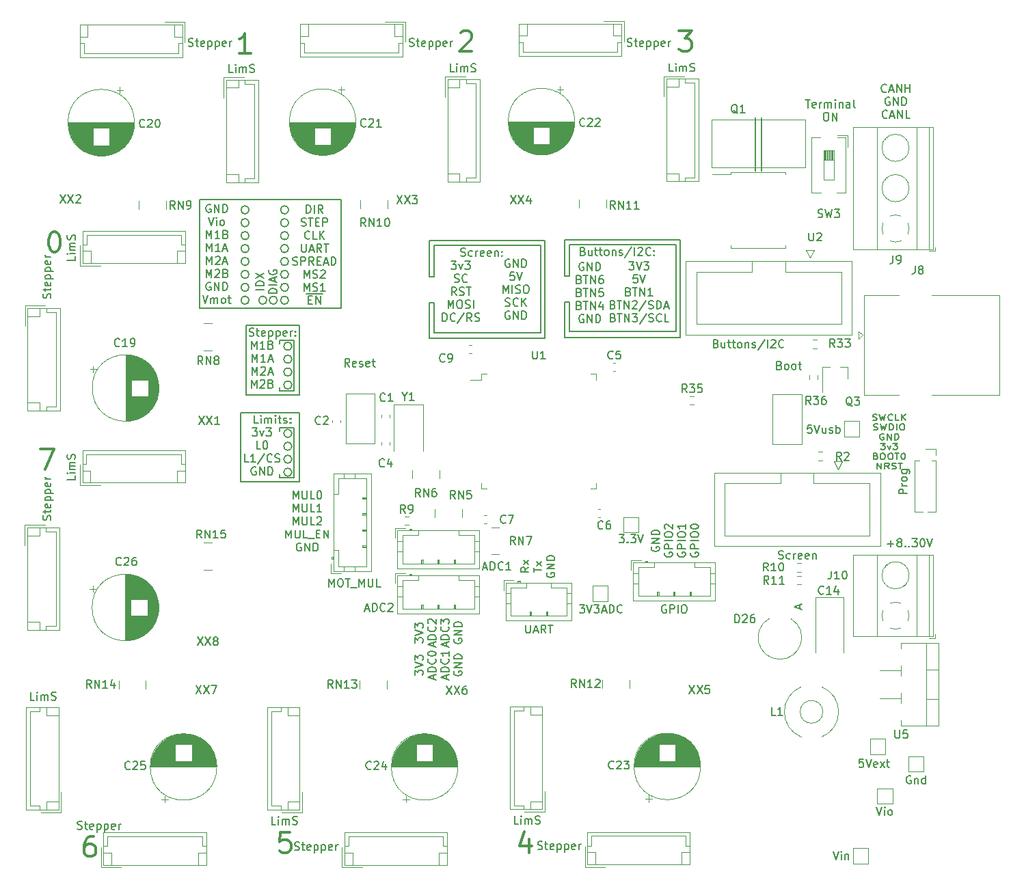
<source format=gbr>
%TF.GenerationSoftware,KiCad,Pcbnew,6.0.10*%
%TF.CreationDate,2023-03-14T21:17:13+03:00*%
%TF.ProjectId,multistepper,6d756c74-6973-4746-9570-7065722e6b69,rev?*%
%TF.SameCoordinates,Original*%
%TF.FileFunction,Legend,Top*%
%TF.FilePolarity,Positive*%
%FSLAX46Y46*%
G04 Gerber Fmt 4.6, Leading zero omitted, Abs format (unit mm)*
G04 Created by KiCad (PCBNEW 6.0.10) date 2023-03-14 21:17:13*
%MOMM*%
%LPD*%
G01*
G04 APERTURE LIST*
%ADD10C,0.150000*%
%ADD11C,0.350000*%
%ADD12C,0.120000*%
G04 APERTURE END LIST*
D10*
X122600000Y-65900000D02*
X136900000Y-65900000D01*
X89100000Y-95400000D02*
X87300000Y-95400000D01*
X122600000Y-73600000D02*
X123200000Y-73600000D01*
X82500000Y-87300000D02*
X89700000Y-87300000D01*
X89700000Y-87300000D02*
X89700000Y-95900000D01*
X89700000Y-95900000D02*
X82500000Y-95900000D01*
X82500000Y-95900000D02*
X82500000Y-87300000D01*
X88800000Y-94700000D02*
G75*
G03*
X88800000Y-94700000I-500000J0D01*
G01*
X136900000Y-78000000D02*
X122600000Y-78000000D01*
X87300000Y-89600000D02*
X87300000Y-89200000D01*
X77400000Y-60900000D02*
X94900000Y-60900000D01*
X94900000Y-60900000D02*
X94900000Y-74400000D01*
X94900000Y-74400000D02*
X77400000Y-74400000D01*
X77400000Y-74400000D02*
X77400000Y-60900000D01*
X88800000Y-91500000D02*
G75*
G03*
X88800000Y-91500000I-500000J0D01*
G01*
X88400000Y-67000000D02*
G75*
G03*
X88400000Y-67000000I-500000J0D01*
G01*
X83500000Y-70200000D02*
G75*
G03*
X83500000Y-70200000I-500000J0D01*
G01*
X87000000Y-73400000D02*
G75*
G03*
X87000000Y-73400000I-500000J0D01*
G01*
X123200000Y-66500000D02*
X136400000Y-66500000D01*
X88400000Y-65400000D02*
G75*
G03*
X88400000Y-65400000I-500000J0D01*
G01*
X105800000Y-66000000D02*
X120100000Y-66000000D01*
X136400000Y-77300000D02*
X123200000Y-77300000D01*
X87300000Y-84600000D02*
X87300000Y-84200000D01*
X88400000Y-63800000D02*
G75*
G03*
X88400000Y-63800000I-500000J0D01*
G01*
X122600000Y-70400000D02*
X122600000Y-65900000D01*
X89100000Y-78400000D02*
X89100000Y-84600000D01*
X83500000Y-73400000D02*
G75*
G03*
X83500000Y-73400000I-500000J0D01*
G01*
X136400000Y-66500000D02*
X136400000Y-77300000D01*
X88800000Y-82300000D02*
G75*
G03*
X88800000Y-82300000I-500000J0D01*
G01*
X105800000Y-73700000D02*
X106400000Y-73700000D01*
X88400000Y-68600000D02*
G75*
G03*
X88400000Y-68600000I-500000J0D01*
G01*
X87300000Y-89200000D02*
X89100000Y-89200000D01*
X123200000Y-70400000D02*
X123200000Y-66500000D01*
X120100000Y-66000000D02*
X120100000Y-78100000D01*
X89100000Y-89200000D02*
X89100000Y-95400000D01*
X83500000Y-62200000D02*
G75*
G03*
X83500000Y-62200000I-500000J0D01*
G01*
X106400000Y-77400000D02*
X106400000Y-73700000D01*
X119600000Y-66600000D02*
X119600000Y-77400000D01*
X83100000Y-76500000D02*
X89700000Y-76500000D01*
X89700000Y-76500000D02*
X89700000Y-85100000D01*
X89700000Y-85100000D02*
X83100000Y-85100000D01*
X83100000Y-85100000D02*
X83100000Y-76500000D01*
X105800000Y-70500000D02*
X105800000Y-66000000D01*
X85700000Y-73400000D02*
G75*
G03*
X85700000Y-73400000I-500000J0D01*
G01*
X88800000Y-93100000D02*
G75*
G03*
X88800000Y-93100000I-500000J0D01*
G01*
X88400000Y-70200000D02*
G75*
G03*
X88400000Y-70200000I-500000J0D01*
G01*
X83500000Y-71800000D02*
G75*
G03*
X83500000Y-71800000I-500000J0D01*
G01*
X136900000Y-65900000D02*
X136900000Y-78000000D01*
X89100000Y-84600000D02*
X87300000Y-84600000D01*
X88800000Y-83900000D02*
G75*
G03*
X88800000Y-83900000I-500000J0D01*
G01*
X123200000Y-70400000D02*
X122600000Y-70400000D01*
X88400000Y-73400000D02*
G75*
G03*
X88400000Y-73400000I-500000J0D01*
G01*
X87300000Y-95400000D02*
X87300000Y-95000000D01*
X88800000Y-79100000D02*
G75*
G03*
X88800000Y-79100000I-500000J0D01*
G01*
X88800000Y-89900000D02*
G75*
G03*
X88800000Y-89900000I-500000J0D01*
G01*
X83500000Y-63800000D02*
G75*
G03*
X83500000Y-63800000I-500000J0D01*
G01*
X83500000Y-67000000D02*
G75*
G03*
X83500000Y-67000000I-500000J0D01*
G01*
X88400000Y-71800000D02*
G75*
G03*
X88400000Y-71800000I-500000J0D01*
G01*
X87300000Y-78800000D02*
X87300000Y-78400000D01*
X106400000Y-70500000D02*
X105800000Y-70500000D01*
X83500000Y-68600000D02*
G75*
G03*
X83500000Y-68600000I-500000J0D01*
G01*
X122600000Y-78000000D02*
X122600000Y-73600000D01*
X123200000Y-77300000D02*
X123200000Y-73600000D01*
X105800000Y-78100000D02*
X105800000Y-73700000D01*
X119600000Y-77400000D02*
X106400000Y-77400000D01*
X88800000Y-80700000D02*
G75*
G03*
X88800000Y-80700000I-500000J0D01*
G01*
X88400000Y-62200000D02*
G75*
G03*
X88400000Y-62200000I-500000J0D01*
G01*
X87300000Y-78400000D02*
X89100000Y-78400000D01*
X83500000Y-65400000D02*
G75*
G03*
X83500000Y-65400000I-500000J0D01*
G01*
X106400000Y-66600000D02*
X119600000Y-66600000D01*
X120100000Y-78100000D02*
X105800000Y-78100000D01*
X106400000Y-70500000D02*
X106400000Y-66600000D01*
X83909523Y-89237380D02*
X84528571Y-89237380D01*
X84195238Y-89618333D01*
X84338095Y-89618333D01*
X84433333Y-89665952D01*
X84480952Y-89713571D01*
X84528571Y-89808809D01*
X84528571Y-90046904D01*
X84480952Y-90142142D01*
X84433333Y-90189761D01*
X84338095Y-90237380D01*
X84052380Y-90237380D01*
X83957142Y-90189761D01*
X83909523Y-90142142D01*
X84861904Y-89570714D02*
X85100000Y-90237380D01*
X85338095Y-89570714D01*
X85623809Y-89237380D02*
X86242857Y-89237380D01*
X85909523Y-89618333D01*
X86052380Y-89618333D01*
X86147619Y-89665952D01*
X86195238Y-89713571D01*
X86242857Y-89808809D01*
X86242857Y-90046904D01*
X86195238Y-90142142D01*
X86147619Y-90189761D01*
X86052380Y-90237380D01*
X85766666Y-90237380D01*
X85671428Y-90189761D01*
X85623809Y-90142142D01*
X84933333Y-91847380D02*
X84457142Y-91847380D01*
X84457142Y-90847380D01*
X85457142Y-90847380D02*
X85552380Y-90847380D01*
X85647619Y-90895000D01*
X85695238Y-90942619D01*
X85742857Y-91037857D01*
X85790476Y-91228333D01*
X85790476Y-91466428D01*
X85742857Y-91656904D01*
X85695238Y-91752142D01*
X85647619Y-91799761D01*
X85552380Y-91847380D01*
X85457142Y-91847380D01*
X85361904Y-91799761D01*
X85314285Y-91752142D01*
X85266666Y-91656904D01*
X85219047Y-91466428D01*
X85219047Y-91228333D01*
X85266666Y-91037857D01*
X85314285Y-90942619D01*
X85361904Y-90895000D01*
X85457142Y-90847380D01*
X83433333Y-93457380D02*
X82957142Y-93457380D01*
X82957142Y-92457380D01*
X84290476Y-93457380D02*
X83719047Y-93457380D01*
X84004761Y-93457380D02*
X84004761Y-92457380D01*
X83909523Y-92600238D01*
X83814285Y-92695476D01*
X83719047Y-92743095D01*
X85433333Y-92409761D02*
X84576190Y-93695476D01*
X86338095Y-93362142D02*
X86290476Y-93409761D01*
X86147619Y-93457380D01*
X86052380Y-93457380D01*
X85909523Y-93409761D01*
X85814285Y-93314523D01*
X85766666Y-93219285D01*
X85719047Y-93028809D01*
X85719047Y-92885952D01*
X85766666Y-92695476D01*
X85814285Y-92600238D01*
X85909523Y-92505000D01*
X86052380Y-92457380D01*
X86147619Y-92457380D01*
X86290476Y-92505000D01*
X86338095Y-92552619D01*
X86719047Y-93409761D02*
X86861904Y-93457380D01*
X87100000Y-93457380D01*
X87195238Y-93409761D01*
X87242857Y-93362142D01*
X87290476Y-93266904D01*
X87290476Y-93171666D01*
X87242857Y-93076428D01*
X87195238Y-93028809D01*
X87100000Y-92981190D01*
X86909523Y-92933571D01*
X86814285Y-92885952D01*
X86766666Y-92838333D01*
X86719047Y-92743095D01*
X86719047Y-92647857D01*
X86766666Y-92552619D01*
X86814285Y-92505000D01*
X86909523Y-92457380D01*
X87147619Y-92457380D01*
X87290476Y-92505000D01*
X84338095Y-94115000D02*
X84242857Y-94067380D01*
X84100000Y-94067380D01*
X83957142Y-94115000D01*
X83861904Y-94210238D01*
X83814285Y-94305476D01*
X83766666Y-94495952D01*
X83766666Y-94638809D01*
X83814285Y-94829285D01*
X83861904Y-94924523D01*
X83957142Y-95019761D01*
X84100000Y-95067380D01*
X84195238Y-95067380D01*
X84338095Y-95019761D01*
X84385714Y-94972142D01*
X84385714Y-94638809D01*
X84195238Y-94638809D01*
X84814285Y-95067380D02*
X84814285Y-94067380D01*
X85385714Y-95067380D01*
X85385714Y-94067380D01*
X85861904Y-95067380D02*
X85861904Y-94067380D01*
X86100000Y-94067380D01*
X86242857Y-94115000D01*
X86338095Y-94210238D01*
X86385714Y-94305476D01*
X86433333Y-94495952D01*
X86433333Y-94638809D01*
X86385714Y-94829285D01*
X86338095Y-94924523D01*
X86242857Y-95019761D01*
X86100000Y-95067380D01*
X85861904Y-95067380D01*
X83790476Y-79437380D02*
X83790476Y-78437380D01*
X84123809Y-79151666D01*
X84457142Y-78437380D01*
X84457142Y-79437380D01*
X85457142Y-79437380D02*
X84885714Y-79437380D01*
X85171428Y-79437380D02*
X85171428Y-78437380D01*
X85076190Y-78580238D01*
X84980952Y-78675476D01*
X84885714Y-78723095D01*
X86219047Y-78913571D02*
X86361904Y-78961190D01*
X86409523Y-79008809D01*
X86457142Y-79104047D01*
X86457142Y-79246904D01*
X86409523Y-79342142D01*
X86361904Y-79389761D01*
X86266666Y-79437380D01*
X85885714Y-79437380D01*
X85885714Y-78437380D01*
X86219047Y-78437380D01*
X86314285Y-78485000D01*
X86361904Y-78532619D01*
X86409523Y-78627857D01*
X86409523Y-78723095D01*
X86361904Y-78818333D01*
X86314285Y-78865952D01*
X86219047Y-78913571D01*
X85885714Y-78913571D01*
X83861904Y-81047380D02*
X83861904Y-80047380D01*
X84195238Y-80761666D01*
X84528571Y-80047380D01*
X84528571Y-81047380D01*
X85528571Y-81047380D02*
X84957142Y-81047380D01*
X85242857Y-81047380D02*
X85242857Y-80047380D01*
X85147619Y-80190238D01*
X85052380Y-80285476D01*
X84957142Y-80333095D01*
X85909523Y-80761666D02*
X86385714Y-80761666D01*
X85814285Y-81047380D02*
X86147619Y-80047380D01*
X86480952Y-81047380D01*
X83861904Y-82657380D02*
X83861904Y-81657380D01*
X84195238Y-82371666D01*
X84528571Y-81657380D01*
X84528571Y-82657380D01*
X84957142Y-81752619D02*
X85004761Y-81705000D01*
X85100000Y-81657380D01*
X85338095Y-81657380D01*
X85433333Y-81705000D01*
X85480952Y-81752619D01*
X85528571Y-81847857D01*
X85528571Y-81943095D01*
X85480952Y-82085952D01*
X84909523Y-82657380D01*
X85528571Y-82657380D01*
X85909523Y-82371666D02*
X86385714Y-82371666D01*
X85814285Y-82657380D02*
X86147619Y-81657380D01*
X86480952Y-82657380D01*
X83790476Y-84267380D02*
X83790476Y-83267380D01*
X84123809Y-83981666D01*
X84457142Y-83267380D01*
X84457142Y-84267380D01*
X84885714Y-83362619D02*
X84933333Y-83315000D01*
X85028571Y-83267380D01*
X85266666Y-83267380D01*
X85361904Y-83315000D01*
X85409523Y-83362619D01*
X85457142Y-83457857D01*
X85457142Y-83553095D01*
X85409523Y-83695952D01*
X84838095Y-84267380D01*
X85457142Y-84267380D01*
X86219047Y-83743571D02*
X86361904Y-83791190D01*
X86409523Y-83838809D01*
X86457142Y-83934047D01*
X86457142Y-84076904D01*
X86409523Y-84172142D01*
X86361904Y-84219761D01*
X86266666Y-84267380D01*
X85885714Y-84267380D01*
X85885714Y-83267380D01*
X86219047Y-83267380D01*
X86314285Y-83315000D01*
X86361904Y-83362619D01*
X86409523Y-83457857D01*
X86409523Y-83553095D01*
X86361904Y-83648333D01*
X86314285Y-83695952D01*
X86219047Y-83743571D01*
X85885714Y-83743571D01*
X104037380Y-115838095D02*
X104037380Y-115219047D01*
X104418333Y-115552380D01*
X104418333Y-115409523D01*
X104465952Y-115314285D01*
X104513571Y-115266666D01*
X104608809Y-115219047D01*
X104846904Y-115219047D01*
X104942142Y-115266666D01*
X104989761Y-115314285D01*
X105037380Y-115409523D01*
X105037380Y-115695238D01*
X104989761Y-115790476D01*
X104942142Y-115838095D01*
X104037380Y-114933333D02*
X105037380Y-114600000D01*
X104037380Y-114266666D01*
X104037380Y-114028571D02*
X104037380Y-113409523D01*
X104418333Y-113742857D01*
X104418333Y-113600000D01*
X104465952Y-113504761D01*
X104513571Y-113457142D01*
X104608809Y-113409523D01*
X104846904Y-113409523D01*
X104942142Y-113457142D01*
X104989761Y-113504761D01*
X105037380Y-113600000D01*
X105037380Y-113885714D01*
X104989761Y-113980952D01*
X104942142Y-114028571D01*
X106361666Y-116314285D02*
X106361666Y-115838095D01*
X106647380Y-116409523D02*
X105647380Y-116076190D01*
X106647380Y-115742857D01*
X106647380Y-115409523D02*
X105647380Y-115409523D01*
X105647380Y-115171428D01*
X105695000Y-115028571D01*
X105790238Y-114933333D01*
X105885476Y-114885714D01*
X106075952Y-114838095D01*
X106218809Y-114838095D01*
X106409285Y-114885714D01*
X106504523Y-114933333D01*
X106599761Y-115028571D01*
X106647380Y-115171428D01*
X106647380Y-115409523D01*
X106552142Y-113838095D02*
X106599761Y-113885714D01*
X106647380Y-114028571D01*
X106647380Y-114123809D01*
X106599761Y-114266666D01*
X106504523Y-114361904D01*
X106409285Y-114409523D01*
X106218809Y-114457142D01*
X106075952Y-114457142D01*
X105885476Y-114409523D01*
X105790238Y-114361904D01*
X105695000Y-114266666D01*
X105647380Y-114123809D01*
X105647380Y-114028571D01*
X105695000Y-113885714D01*
X105742619Y-113838095D01*
X105742619Y-113457142D02*
X105695000Y-113409523D01*
X105647380Y-113314285D01*
X105647380Y-113076190D01*
X105695000Y-112980952D01*
X105742619Y-112933333D01*
X105837857Y-112885714D01*
X105933095Y-112885714D01*
X106075952Y-112933333D01*
X106647380Y-113504761D01*
X106647380Y-112885714D01*
X107971666Y-116314285D02*
X107971666Y-115838095D01*
X108257380Y-116409523D02*
X107257380Y-116076190D01*
X108257380Y-115742857D01*
X108257380Y-115409523D02*
X107257380Y-115409523D01*
X107257380Y-115171428D01*
X107305000Y-115028571D01*
X107400238Y-114933333D01*
X107495476Y-114885714D01*
X107685952Y-114838095D01*
X107828809Y-114838095D01*
X108019285Y-114885714D01*
X108114523Y-114933333D01*
X108209761Y-115028571D01*
X108257380Y-115171428D01*
X108257380Y-115409523D01*
X108162142Y-113838095D02*
X108209761Y-113885714D01*
X108257380Y-114028571D01*
X108257380Y-114123809D01*
X108209761Y-114266666D01*
X108114523Y-114361904D01*
X108019285Y-114409523D01*
X107828809Y-114457142D01*
X107685952Y-114457142D01*
X107495476Y-114409523D01*
X107400238Y-114361904D01*
X107305000Y-114266666D01*
X107257380Y-114123809D01*
X107257380Y-114028571D01*
X107305000Y-113885714D01*
X107352619Y-113838095D01*
X107257380Y-113504761D02*
X107257380Y-112885714D01*
X107638333Y-113219047D01*
X107638333Y-113076190D01*
X107685952Y-112980952D01*
X107733571Y-112933333D01*
X107828809Y-112885714D01*
X108066904Y-112885714D01*
X108162142Y-112933333D01*
X108209761Y-112980952D01*
X108257380Y-113076190D01*
X108257380Y-113361904D01*
X108209761Y-113457142D01*
X108162142Y-113504761D01*
X108915000Y-115361904D02*
X108867380Y-115457142D01*
X108867380Y-115600000D01*
X108915000Y-115742857D01*
X109010238Y-115838095D01*
X109105476Y-115885714D01*
X109295952Y-115933333D01*
X109438809Y-115933333D01*
X109629285Y-115885714D01*
X109724523Y-115838095D01*
X109819761Y-115742857D01*
X109867380Y-115600000D01*
X109867380Y-115504761D01*
X109819761Y-115361904D01*
X109772142Y-115314285D01*
X109438809Y-115314285D01*
X109438809Y-115504761D01*
X109867380Y-114885714D02*
X108867380Y-114885714D01*
X109867380Y-114314285D01*
X108867380Y-114314285D01*
X109867380Y-113838095D02*
X108867380Y-113838095D01*
X108867380Y-113600000D01*
X108915000Y-113457142D01*
X109010238Y-113361904D01*
X109105476Y-113314285D01*
X109295952Y-113266666D01*
X109438809Y-113266666D01*
X109629285Y-113314285D01*
X109724523Y-113361904D01*
X109819761Y-113457142D01*
X109867380Y-113600000D01*
X109867380Y-113838095D01*
X152404761Y-48547380D02*
X152976190Y-48547380D01*
X152690476Y-49547380D02*
X152690476Y-48547380D01*
X153690476Y-49499761D02*
X153595238Y-49547380D01*
X153404761Y-49547380D01*
X153309523Y-49499761D01*
X153261904Y-49404523D01*
X153261904Y-49023571D01*
X153309523Y-48928333D01*
X153404761Y-48880714D01*
X153595238Y-48880714D01*
X153690476Y-48928333D01*
X153738095Y-49023571D01*
X153738095Y-49118809D01*
X153261904Y-49214047D01*
X154166666Y-49547380D02*
X154166666Y-48880714D01*
X154166666Y-49071190D02*
X154214285Y-48975952D01*
X154261904Y-48928333D01*
X154357142Y-48880714D01*
X154452380Y-48880714D01*
X154785714Y-49547380D02*
X154785714Y-48880714D01*
X154785714Y-48975952D02*
X154833333Y-48928333D01*
X154928571Y-48880714D01*
X155071428Y-48880714D01*
X155166666Y-48928333D01*
X155214285Y-49023571D01*
X155214285Y-49547380D01*
X155214285Y-49023571D02*
X155261904Y-48928333D01*
X155357142Y-48880714D01*
X155500000Y-48880714D01*
X155595238Y-48928333D01*
X155642857Y-49023571D01*
X155642857Y-49547380D01*
X156119047Y-49547380D02*
X156119047Y-48880714D01*
X156119047Y-48547380D02*
X156071428Y-48595000D01*
X156119047Y-48642619D01*
X156166666Y-48595000D01*
X156119047Y-48547380D01*
X156119047Y-48642619D01*
X156595238Y-48880714D02*
X156595238Y-49547380D01*
X156595238Y-48975952D02*
X156642857Y-48928333D01*
X156738095Y-48880714D01*
X156880952Y-48880714D01*
X156976190Y-48928333D01*
X157023809Y-49023571D01*
X157023809Y-49547380D01*
X157928571Y-49547380D02*
X157928571Y-49023571D01*
X157880952Y-48928333D01*
X157785714Y-48880714D01*
X157595238Y-48880714D01*
X157500000Y-48928333D01*
X157928571Y-49499761D02*
X157833333Y-49547380D01*
X157595238Y-49547380D01*
X157500000Y-49499761D01*
X157452380Y-49404523D01*
X157452380Y-49309285D01*
X157500000Y-49214047D01*
X157595238Y-49166428D01*
X157833333Y-49166428D01*
X157928571Y-49118809D01*
X158547619Y-49547380D02*
X158452380Y-49499761D01*
X158404761Y-49404523D01*
X158404761Y-48547380D01*
X154880952Y-50157380D02*
X155071428Y-50157380D01*
X155166666Y-50205000D01*
X155261904Y-50300238D01*
X155309523Y-50490714D01*
X155309523Y-50824047D01*
X155261904Y-51014523D01*
X155166666Y-51109761D01*
X155071428Y-51157380D01*
X154880952Y-51157380D01*
X154785714Y-51109761D01*
X154690476Y-51014523D01*
X154642857Y-50824047D01*
X154642857Y-50490714D01*
X154690476Y-50300238D01*
X154785714Y-50205000D01*
X154880952Y-50157380D01*
X155738095Y-51157380D02*
X155738095Y-50157380D01*
X156309523Y-51157380D01*
X156309523Y-50157380D01*
X124861904Y-67328571D02*
X125004761Y-67376190D01*
X125052380Y-67423809D01*
X125100000Y-67519047D01*
X125100000Y-67661904D01*
X125052380Y-67757142D01*
X125004761Y-67804761D01*
X124909523Y-67852380D01*
X124528571Y-67852380D01*
X124528571Y-66852380D01*
X124861904Y-66852380D01*
X124957142Y-66900000D01*
X125004761Y-66947619D01*
X125052380Y-67042857D01*
X125052380Y-67138095D01*
X125004761Y-67233333D01*
X124957142Y-67280952D01*
X124861904Y-67328571D01*
X124528571Y-67328571D01*
X125957142Y-67185714D02*
X125957142Y-67852380D01*
X125528571Y-67185714D02*
X125528571Y-67709523D01*
X125576190Y-67804761D01*
X125671428Y-67852380D01*
X125814285Y-67852380D01*
X125909523Y-67804761D01*
X125957142Y-67757142D01*
X126290476Y-67185714D02*
X126671428Y-67185714D01*
X126433333Y-66852380D02*
X126433333Y-67709523D01*
X126480952Y-67804761D01*
X126576190Y-67852380D01*
X126671428Y-67852380D01*
X126861904Y-67185714D02*
X127242857Y-67185714D01*
X127004761Y-66852380D02*
X127004761Y-67709523D01*
X127052380Y-67804761D01*
X127147619Y-67852380D01*
X127242857Y-67852380D01*
X127719047Y-67852380D02*
X127623809Y-67804761D01*
X127576190Y-67757142D01*
X127528571Y-67661904D01*
X127528571Y-67376190D01*
X127576190Y-67280952D01*
X127623809Y-67233333D01*
X127719047Y-67185714D01*
X127861904Y-67185714D01*
X127957142Y-67233333D01*
X128004761Y-67280952D01*
X128052380Y-67376190D01*
X128052380Y-67661904D01*
X128004761Y-67757142D01*
X127957142Y-67804761D01*
X127861904Y-67852380D01*
X127719047Y-67852380D01*
X128480952Y-67185714D02*
X128480952Y-67852380D01*
X128480952Y-67280952D02*
X128528571Y-67233333D01*
X128623809Y-67185714D01*
X128766666Y-67185714D01*
X128861904Y-67233333D01*
X128909523Y-67328571D01*
X128909523Y-67852380D01*
X129338095Y-67804761D02*
X129433333Y-67852380D01*
X129623809Y-67852380D01*
X129719047Y-67804761D01*
X129766666Y-67709523D01*
X129766666Y-67661904D01*
X129719047Y-67566666D01*
X129623809Y-67519047D01*
X129480952Y-67519047D01*
X129385714Y-67471428D01*
X129338095Y-67376190D01*
X129338095Y-67328571D01*
X129385714Y-67233333D01*
X129480952Y-67185714D01*
X129623809Y-67185714D01*
X129719047Y-67233333D01*
X130909523Y-66804761D02*
X130052380Y-68090476D01*
X131242857Y-67852380D02*
X131242857Y-66852380D01*
X131671428Y-66947619D02*
X131719047Y-66900000D01*
X131814285Y-66852380D01*
X132052380Y-66852380D01*
X132147619Y-66900000D01*
X132195238Y-66947619D01*
X132242857Y-67042857D01*
X132242857Y-67138095D01*
X132195238Y-67280952D01*
X131623809Y-67852380D01*
X132242857Y-67852380D01*
X133242857Y-67757142D02*
X133195238Y-67804761D01*
X133052380Y-67852380D01*
X132957142Y-67852380D01*
X132814285Y-67804761D01*
X132719047Y-67709523D01*
X132671428Y-67614285D01*
X132623809Y-67423809D01*
X132623809Y-67280952D01*
X132671428Y-67090476D01*
X132719047Y-66995238D01*
X132814285Y-66900000D01*
X132957142Y-66852380D01*
X133052380Y-66852380D01*
X133195238Y-66900000D01*
X133242857Y-66947619D01*
X133671428Y-67757142D02*
X133719047Y-67804761D01*
X133671428Y-67852380D01*
X133623809Y-67804761D01*
X133671428Y-67757142D01*
X133671428Y-67852380D01*
X133671428Y-67233333D02*
X133719047Y-67280952D01*
X133671428Y-67328571D01*
X133623809Y-67280952D01*
X133671428Y-67233333D01*
X133671428Y-67328571D01*
D11*
X59280952Y-64930952D02*
X59519047Y-64930952D01*
X59757142Y-65050000D01*
X59876190Y-65169047D01*
X59995238Y-65407142D01*
X60114285Y-65883333D01*
X60114285Y-66478571D01*
X59995238Y-66954761D01*
X59876190Y-67192857D01*
X59757142Y-67311904D01*
X59519047Y-67430952D01*
X59280952Y-67430952D01*
X59042857Y-67311904D01*
X58923809Y-67192857D01*
X58804761Y-66954761D01*
X58685714Y-66478571D01*
X58685714Y-65883333D01*
X58804761Y-65407142D01*
X58923809Y-65169047D01*
X59042857Y-65050000D01*
X59280952Y-64930952D01*
X83714285Y-42830952D02*
X82285714Y-42830952D01*
X83000000Y-42830952D02*
X83000000Y-40330952D01*
X82761904Y-40688095D01*
X82523809Y-40926190D01*
X82285714Y-41045238D01*
D10*
X85347380Y-72076190D02*
X84347380Y-72076190D01*
X85347380Y-71600000D02*
X84347380Y-71600000D01*
X84347380Y-71361904D01*
X84395000Y-71219047D01*
X84490238Y-71123809D01*
X84585476Y-71076190D01*
X84775952Y-71028571D01*
X84918809Y-71028571D01*
X85109285Y-71076190D01*
X85204523Y-71123809D01*
X85299761Y-71219047D01*
X85347380Y-71361904D01*
X85347380Y-71600000D01*
X84347380Y-70695238D02*
X85347380Y-70028571D01*
X84347380Y-70028571D02*
X85347380Y-70695238D01*
X86957380Y-72528571D02*
X85957380Y-72528571D01*
X85957380Y-72290476D01*
X86005000Y-72147619D01*
X86100238Y-72052380D01*
X86195476Y-72004761D01*
X86385952Y-71957142D01*
X86528809Y-71957142D01*
X86719285Y-72004761D01*
X86814523Y-72052380D01*
X86909761Y-72147619D01*
X86957380Y-72290476D01*
X86957380Y-72528571D01*
X86957380Y-71528571D02*
X85957380Y-71528571D01*
X86671666Y-71100000D02*
X86671666Y-70623809D01*
X86957380Y-71195238D02*
X85957380Y-70861904D01*
X86957380Y-70528571D01*
X86005000Y-69671428D02*
X85957380Y-69766666D01*
X85957380Y-69909523D01*
X86005000Y-70052380D01*
X86100238Y-70147619D01*
X86195476Y-70195238D01*
X86385952Y-70242857D01*
X86528809Y-70242857D01*
X86719285Y-70195238D01*
X86814523Y-70147619D01*
X86909761Y-70052380D01*
X86957380Y-69909523D01*
X86957380Y-69814285D01*
X86909761Y-69671428D01*
X86862142Y-69623809D01*
X86528809Y-69623809D01*
X86528809Y-69814285D01*
X83519047Y-77804761D02*
X83661904Y-77852380D01*
X83900000Y-77852380D01*
X83995238Y-77804761D01*
X84042857Y-77757142D01*
X84090476Y-77661904D01*
X84090476Y-77566666D01*
X84042857Y-77471428D01*
X83995238Y-77423809D01*
X83900000Y-77376190D01*
X83709523Y-77328571D01*
X83614285Y-77280952D01*
X83566666Y-77233333D01*
X83519047Y-77138095D01*
X83519047Y-77042857D01*
X83566666Y-76947619D01*
X83614285Y-76900000D01*
X83709523Y-76852380D01*
X83947619Y-76852380D01*
X84090476Y-76900000D01*
X84376190Y-77185714D02*
X84757142Y-77185714D01*
X84519047Y-76852380D02*
X84519047Y-77709523D01*
X84566666Y-77804761D01*
X84661904Y-77852380D01*
X84757142Y-77852380D01*
X85471428Y-77804761D02*
X85376190Y-77852380D01*
X85185714Y-77852380D01*
X85090476Y-77804761D01*
X85042857Y-77709523D01*
X85042857Y-77328571D01*
X85090476Y-77233333D01*
X85185714Y-77185714D01*
X85376190Y-77185714D01*
X85471428Y-77233333D01*
X85519047Y-77328571D01*
X85519047Y-77423809D01*
X85042857Y-77519047D01*
X85947619Y-77185714D02*
X85947619Y-78185714D01*
X85947619Y-77233333D02*
X86042857Y-77185714D01*
X86233333Y-77185714D01*
X86328571Y-77233333D01*
X86376190Y-77280952D01*
X86423809Y-77376190D01*
X86423809Y-77661904D01*
X86376190Y-77757142D01*
X86328571Y-77804761D01*
X86233333Y-77852380D01*
X86042857Y-77852380D01*
X85947619Y-77804761D01*
X86852380Y-77185714D02*
X86852380Y-78185714D01*
X86852380Y-77233333D02*
X86947619Y-77185714D01*
X87138095Y-77185714D01*
X87233333Y-77233333D01*
X87280952Y-77280952D01*
X87328571Y-77376190D01*
X87328571Y-77661904D01*
X87280952Y-77757142D01*
X87233333Y-77804761D01*
X87138095Y-77852380D01*
X86947619Y-77852380D01*
X86852380Y-77804761D01*
X88138095Y-77804761D02*
X88042857Y-77852380D01*
X87852380Y-77852380D01*
X87757142Y-77804761D01*
X87709523Y-77709523D01*
X87709523Y-77328571D01*
X87757142Y-77233333D01*
X87852380Y-77185714D01*
X88042857Y-77185714D01*
X88138095Y-77233333D01*
X88185714Y-77328571D01*
X88185714Y-77423809D01*
X87709523Y-77519047D01*
X88614285Y-77852380D02*
X88614285Y-77185714D01*
X88614285Y-77376190D02*
X88661904Y-77280952D01*
X88709523Y-77233333D01*
X88804761Y-77185714D01*
X88900000Y-77185714D01*
X89233333Y-77757142D02*
X89280952Y-77804761D01*
X89233333Y-77852380D01*
X89185714Y-77804761D01*
X89233333Y-77757142D01*
X89233333Y-77852380D01*
X89233333Y-77233333D02*
X89280952Y-77280952D01*
X89233333Y-77328571D01*
X89185714Y-77280952D01*
X89233333Y-77233333D01*
X89233333Y-77328571D01*
D11*
X88595238Y-139330952D02*
X87404761Y-139330952D01*
X87285714Y-140521428D01*
X87404761Y-140402380D01*
X87642857Y-140283333D01*
X88238095Y-140283333D01*
X88476190Y-140402380D01*
X88595238Y-140521428D01*
X88714285Y-140759523D01*
X88714285Y-141354761D01*
X88595238Y-141592857D01*
X88476190Y-141711904D01*
X88238095Y-141830952D01*
X87642857Y-141830952D01*
X87404761Y-141711904D01*
X87285714Y-141592857D01*
X118176190Y-140164285D02*
X118176190Y-141830952D01*
X117580952Y-139211904D02*
X116985714Y-140997619D01*
X118533333Y-140997619D01*
D10*
X162585714Y-103571428D02*
X163347619Y-103571428D01*
X162966666Y-103952380D02*
X162966666Y-103190476D01*
X163966666Y-103380952D02*
X163871428Y-103333333D01*
X163823809Y-103285714D01*
X163776190Y-103190476D01*
X163776190Y-103142857D01*
X163823809Y-103047619D01*
X163871428Y-103000000D01*
X163966666Y-102952380D01*
X164157142Y-102952380D01*
X164252380Y-103000000D01*
X164300000Y-103047619D01*
X164347619Y-103142857D01*
X164347619Y-103190476D01*
X164300000Y-103285714D01*
X164252380Y-103333333D01*
X164157142Y-103380952D01*
X163966666Y-103380952D01*
X163871428Y-103428571D01*
X163823809Y-103476190D01*
X163776190Y-103571428D01*
X163776190Y-103761904D01*
X163823809Y-103857142D01*
X163871428Y-103904761D01*
X163966666Y-103952380D01*
X164157142Y-103952380D01*
X164252380Y-103904761D01*
X164300000Y-103857142D01*
X164347619Y-103761904D01*
X164347619Y-103571428D01*
X164300000Y-103476190D01*
X164252380Y-103428571D01*
X164157142Y-103380952D01*
X164776190Y-103857142D02*
X164823809Y-103904761D01*
X164776190Y-103952380D01*
X164728571Y-103904761D01*
X164776190Y-103857142D01*
X164776190Y-103952380D01*
X165252380Y-103857142D02*
X165300000Y-103904761D01*
X165252380Y-103952380D01*
X165204761Y-103904761D01*
X165252380Y-103857142D01*
X165252380Y-103952380D01*
X165633333Y-102952380D02*
X166252380Y-102952380D01*
X165919047Y-103333333D01*
X166061904Y-103333333D01*
X166157142Y-103380952D01*
X166204761Y-103428571D01*
X166252380Y-103523809D01*
X166252380Y-103761904D01*
X166204761Y-103857142D01*
X166157142Y-103904761D01*
X166061904Y-103952380D01*
X165776190Y-103952380D01*
X165680952Y-103904761D01*
X165633333Y-103857142D01*
X166871428Y-102952380D02*
X166966666Y-102952380D01*
X167061904Y-103000000D01*
X167109523Y-103047619D01*
X167157142Y-103142857D01*
X167204761Y-103333333D01*
X167204761Y-103571428D01*
X167157142Y-103761904D01*
X167109523Y-103857142D01*
X167061904Y-103904761D01*
X166966666Y-103952380D01*
X166871428Y-103952380D01*
X166776190Y-103904761D01*
X166728571Y-103857142D01*
X166680952Y-103761904D01*
X166633333Y-103571428D01*
X166633333Y-103333333D01*
X166680952Y-103142857D01*
X166728571Y-103047619D01*
X166776190Y-103000000D01*
X166871428Y-102952380D01*
X167490476Y-102952380D02*
X167823809Y-103952380D01*
X168157142Y-102952380D01*
D11*
X64276190Y-139830952D02*
X63800000Y-139830952D01*
X63561904Y-139950000D01*
X63442857Y-140069047D01*
X63204761Y-140426190D01*
X63085714Y-140902380D01*
X63085714Y-141854761D01*
X63204761Y-142092857D01*
X63323809Y-142211904D01*
X63561904Y-142330952D01*
X64038095Y-142330952D01*
X64276190Y-142211904D01*
X64395238Y-142092857D01*
X64514285Y-141854761D01*
X64514285Y-141259523D01*
X64395238Y-141021428D01*
X64276190Y-140902380D01*
X64038095Y-140783333D01*
X63561904Y-140783333D01*
X63323809Y-140902380D01*
X63204761Y-141021428D01*
X63085714Y-141259523D01*
D10*
X160752885Y-88242221D02*
X160881457Y-88277935D01*
X161095742Y-88277935D01*
X161181457Y-88242221D01*
X161224314Y-88206507D01*
X161267171Y-88135078D01*
X161267171Y-88063650D01*
X161224314Y-87992221D01*
X161181457Y-87956507D01*
X161095742Y-87920792D01*
X160924314Y-87885078D01*
X160838600Y-87849364D01*
X160795742Y-87813650D01*
X160752885Y-87742221D01*
X160752885Y-87670792D01*
X160795742Y-87599364D01*
X160838600Y-87563650D01*
X160924314Y-87527935D01*
X161138600Y-87527935D01*
X161267171Y-87563650D01*
X161567171Y-87527935D02*
X161781457Y-88277935D01*
X161952885Y-87742221D01*
X162124314Y-88277935D01*
X162338600Y-87527935D01*
X163195742Y-88206507D02*
X163152885Y-88242221D01*
X163024314Y-88277935D01*
X162938600Y-88277935D01*
X162810028Y-88242221D01*
X162724314Y-88170792D01*
X162681457Y-88099364D01*
X162638600Y-87956507D01*
X162638600Y-87849364D01*
X162681457Y-87706507D01*
X162724314Y-87635078D01*
X162810028Y-87563650D01*
X162938600Y-87527935D01*
X163024314Y-87527935D01*
X163152885Y-87563650D01*
X163195742Y-87599364D01*
X164010028Y-88277935D02*
X163581457Y-88277935D01*
X163581457Y-87527935D01*
X164310028Y-88277935D02*
X164310028Y-87527935D01*
X164824314Y-88277935D02*
X164438600Y-87849364D01*
X164824314Y-87527935D02*
X164310028Y-87956507D01*
X160881457Y-89449721D02*
X161010028Y-89485435D01*
X161224314Y-89485435D01*
X161310028Y-89449721D01*
X161352885Y-89414007D01*
X161395742Y-89342578D01*
X161395742Y-89271150D01*
X161352885Y-89199721D01*
X161310028Y-89164007D01*
X161224314Y-89128292D01*
X161052885Y-89092578D01*
X160967171Y-89056864D01*
X160924314Y-89021150D01*
X160881457Y-88949721D01*
X160881457Y-88878292D01*
X160924314Y-88806864D01*
X160967171Y-88771150D01*
X161052885Y-88735435D01*
X161267171Y-88735435D01*
X161395742Y-88771150D01*
X161695742Y-88735435D02*
X161910028Y-89485435D01*
X162081457Y-88949721D01*
X162252885Y-89485435D01*
X162467171Y-88735435D01*
X162810028Y-89485435D02*
X162810028Y-88735435D01*
X163024314Y-88735435D01*
X163152885Y-88771150D01*
X163238600Y-88842578D01*
X163281457Y-88914007D01*
X163324314Y-89056864D01*
X163324314Y-89164007D01*
X163281457Y-89306864D01*
X163238600Y-89378292D01*
X163152885Y-89449721D01*
X163024314Y-89485435D01*
X162810028Y-89485435D01*
X163710028Y-89485435D02*
X163710028Y-88735435D01*
X164310028Y-88735435D02*
X164481457Y-88735435D01*
X164567171Y-88771150D01*
X164652885Y-88842578D01*
X164695742Y-88985435D01*
X164695742Y-89235435D01*
X164652885Y-89378292D01*
X164567171Y-89449721D01*
X164481457Y-89485435D01*
X164310028Y-89485435D01*
X164224314Y-89449721D01*
X164138600Y-89378292D01*
X164095742Y-89235435D01*
X164095742Y-88985435D01*
X164138600Y-88842578D01*
X164224314Y-88771150D01*
X164310028Y-88735435D01*
X162102885Y-89978650D02*
X162017171Y-89942935D01*
X161888600Y-89942935D01*
X161760028Y-89978650D01*
X161674314Y-90050078D01*
X161631457Y-90121507D01*
X161588600Y-90264364D01*
X161588600Y-90371507D01*
X161631457Y-90514364D01*
X161674314Y-90585792D01*
X161760028Y-90657221D01*
X161888600Y-90692935D01*
X161974314Y-90692935D01*
X162102885Y-90657221D01*
X162145742Y-90621507D01*
X162145742Y-90371507D01*
X161974314Y-90371507D01*
X162531457Y-90692935D02*
X162531457Y-89942935D01*
X163045742Y-90692935D01*
X163045742Y-89942935D01*
X163474314Y-90692935D02*
X163474314Y-89942935D01*
X163688600Y-89942935D01*
X163817171Y-89978650D01*
X163902885Y-90050078D01*
X163945742Y-90121507D01*
X163988600Y-90264364D01*
X163988600Y-90371507D01*
X163945742Y-90514364D01*
X163902885Y-90585792D01*
X163817171Y-90657221D01*
X163688600Y-90692935D01*
X163474314Y-90692935D01*
X161717171Y-91150435D02*
X162274314Y-91150435D01*
X161974314Y-91436150D01*
X162102885Y-91436150D01*
X162188600Y-91471864D01*
X162231457Y-91507578D01*
X162274314Y-91579007D01*
X162274314Y-91757578D01*
X162231457Y-91829007D01*
X162188600Y-91864721D01*
X162102885Y-91900435D01*
X161845742Y-91900435D01*
X161760028Y-91864721D01*
X161717171Y-91829007D01*
X162574314Y-91400435D02*
X162788600Y-91900435D01*
X163002885Y-91400435D01*
X163260028Y-91150435D02*
X163817171Y-91150435D01*
X163517171Y-91436150D01*
X163645742Y-91436150D01*
X163731457Y-91471864D01*
X163774314Y-91507578D01*
X163817171Y-91579007D01*
X163817171Y-91757578D01*
X163774314Y-91829007D01*
X163731457Y-91864721D01*
X163645742Y-91900435D01*
X163388600Y-91900435D01*
X163302885Y-91864721D01*
X163260028Y-91829007D01*
X161138600Y-92715078D02*
X161267171Y-92750792D01*
X161310028Y-92786507D01*
X161352885Y-92857935D01*
X161352885Y-92965078D01*
X161310028Y-93036507D01*
X161267171Y-93072221D01*
X161181457Y-93107935D01*
X160838600Y-93107935D01*
X160838600Y-92357935D01*
X161138600Y-92357935D01*
X161224314Y-92393650D01*
X161267171Y-92429364D01*
X161310028Y-92500792D01*
X161310028Y-92572221D01*
X161267171Y-92643650D01*
X161224314Y-92679364D01*
X161138600Y-92715078D01*
X160838600Y-92715078D01*
X161910028Y-92357935D02*
X162081457Y-92357935D01*
X162167171Y-92393650D01*
X162252885Y-92465078D01*
X162295742Y-92607935D01*
X162295742Y-92857935D01*
X162252885Y-93000792D01*
X162167171Y-93072221D01*
X162081457Y-93107935D01*
X161910028Y-93107935D01*
X161824314Y-93072221D01*
X161738600Y-93000792D01*
X161695742Y-92857935D01*
X161695742Y-92607935D01*
X161738600Y-92465078D01*
X161824314Y-92393650D01*
X161910028Y-92357935D01*
X162852885Y-92357935D02*
X163024314Y-92357935D01*
X163110028Y-92393650D01*
X163195742Y-92465078D01*
X163238600Y-92607935D01*
X163238600Y-92857935D01*
X163195742Y-93000792D01*
X163110028Y-93072221D01*
X163024314Y-93107935D01*
X162852885Y-93107935D01*
X162767171Y-93072221D01*
X162681457Y-93000792D01*
X162638600Y-92857935D01*
X162638600Y-92607935D01*
X162681457Y-92465078D01*
X162767171Y-92393650D01*
X162852885Y-92357935D01*
X163495742Y-92357935D02*
X164010028Y-92357935D01*
X163752885Y-93107935D02*
X163752885Y-92357935D01*
X164481457Y-92357935D02*
X164567171Y-92357935D01*
X164652885Y-92393650D01*
X164695742Y-92429364D01*
X164738600Y-92500792D01*
X164781457Y-92643650D01*
X164781457Y-92822221D01*
X164738600Y-92965078D01*
X164695742Y-93036507D01*
X164652885Y-93072221D01*
X164567171Y-93107935D01*
X164481457Y-93107935D01*
X164395742Y-93072221D01*
X164352885Y-93036507D01*
X164310028Y-92965078D01*
X164267171Y-92822221D01*
X164267171Y-92643650D01*
X164310028Y-92500792D01*
X164352885Y-92429364D01*
X164395742Y-92393650D01*
X164481457Y-92357935D01*
X161310028Y-94315435D02*
X161310028Y-93565435D01*
X161824314Y-94315435D01*
X161824314Y-93565435D01*
X162767171Y-94315435D02*
X162467171Y-93958292D01*
X162252885Y-94315435D02*
X162252885Y-93565435D01*
X162595742Y-93565435D01*
X162681457Y-93601150D01*
X162724314Y-93636864D01*
X162767171Y-93708292D01*
X162767171Y-93815435D01*
X162724314Y-93886864D01*
X162681457Y-93922578D01*
X162595742Y-93958292D01*
X162252885Y-93958292D01*
X163110028Y-94279721D02*
X163238600Y-94315435D01*
X163452885Y-94315435D01*
X163538600Y-94279721D01*
X163581457Y-94244007D01*
X163624314Y-94172578D01*
X163624314Y-94101150D01*
X163581457Y-94029721D01*
X163538600Y-93994007D01*
X163452885Y-93958292D01*
X163281457Y-93922578D01*
X163195742Y-93886864D01*
X163152885Y-93851150D01*
X163110028Y-93779721D01*
X163110028Y-93708292D01*
X163152885Y-93636864D01*
X163195742Y-93601150D01*
X163281457Y-93565435D01*
X163495742Y-93565435D01*
X163624314Y-93601150D01*
X163881457Y-93565435D02*
X164395742Y-93565435D01*
X164138600Y-94315435D02*
X164138600Y-93565435D01*
X162433333Y-47547142D02*
X162385714Y-47594761D01*
X162242857Y-47642380D01*
X162147619Y-47642380D01*
X162004761Y-47594761D01*
X161909523Y-47499523D01*
X161861904Y-47404285D01*
X161814285Y-47213809D01*
X161814285Y-47070952D01*
X161861904Y-46880476D01*
X161909523Y-46785238D01*
X162004761Y-46690000D01*
X162147619Y-46642380D01*
X162242857Y-46642380D01*
X162385714Y-46690000D01*
X162433333Y-46737619D01*
X162814285Y-47356666D02*
X163290476Y-47356666D01*
X162719047Y-47642380D02*
X163052380Y-46642380D01*
X163385714Y-47642380D01*
X163719047Y-47642380D02*
X163719047Y-46642380D01*
X164290476Y-47642380D01*
X164290476Y-46642380D01*
X164766666Y-47642380D02*
X164766666Y-46642380D01*
X164766666Y-47118571D02*
X165338095Y-47118571D01*
X165338095Y-47642380D02*
X165338095Y-46642380D01*
X162838095Y-48300000D02*
X162742857Y-48252380D01*
X162600000Y-48252380D01*
X162457142Y-48300000D01*
X162361904Y-48395238D01*
X162314285Y-48490476D01*
X162266666Y-48680952D01*
X162266666Y-48823809D01*
X162314285Y-49014285D01*
X162361904Y-49109523D01*
X162457142Y-49204761D01*
X162600000Y-49252380D01*
X162695238Y-49252380D01*
X162838095Y-49204761D01*
X162885714Y-49157142D01*
X162885714Y-48823809D01*
X162695238Y-48823809D01*
X163314285Y-49252380D02*
X163314285Y-48252380D01*
X163885714Y-49252380D01*
X163885714Y-48252380D01*
X164361904Y-49252380D02*
X164361904Y-48252380D01*
X164600000Y-48252380D01*
X164742857Y-48300000D01*
X164838095Y-48395238D01*
X164885714Y-48490476D01*
X164933333Y-48680952D01*
X164933333Y-48823809D01*
X164885714Y-49014285D01*
X164838095Y-49109523D01*
X164742857Y-49204761D01*
X164600000Y-49252380D01*
X164361904Y-49252380D01*
X162552380Y-50767142D02*
X162504761Y-50814761D01*
X162361904Y-50862380D01*
X162266666Y-50862380D01*
X162123809Y-50814761D01*
X162028571Y-50719523D01*
X161980952Y-50624285D01*
X161933333Y-50433809D01*
X161933333Y-50290952D01*
X161980952Y-50100476D01*
X162028571Y-50005238D01*
X162123809Y-49910000D01*
X162266666Y-49862380D01*
X162361904Y-49862380D01*
X162504761Y-49910000D01*
X162552380Y-49957619D01*
X162933333Y-50576666D02*
X163409523Y-50576666D01*
X162838095Y-50862380D02*
X163171428Y-49862380D01*
X163504761Y-50862380D01*
X163838095Y-50862380D02*
X163838095Y-49862380D01*
X164409523Y-50862380D01*
X164409523Y-49862380D01*
X165361904Y-50862380D02*
X164885714Y-50862380D01*
X164885714Y-49862380D01*
X133385000Y-103961904D02*
X133337380Y-104057142D01*
X133337380Y-104200000D01*
X133385000Y-104342857D01*
X133480238Y-104438095D01*
X133575476Y-104485714D01*
X133765952Y-104533333D01*
X133908809Y-104533333D01*
X134099285Y-104485714D01*
X134194523Y-104438095D01*
X134289761Y-104342857D01*
X134337380Y-104200000D01*
X134337380Y-104104761D01*
X134289761Y-103961904D01*
X134242142Y-103914285D01*
X133908809Y-103914285D01*
X133908809Y-104104761D01*
X134337380Y-103485714D02*
X133337380Y-103485714D01*
X134337380Y-102914285D01*
X133337380Y-102914285D01*
X134337380Y-102438095D02*
X133337380Y-102438095D01*
X133337380Y-102200000D01*
X133385000Y-102057142D01*
X133480238Y-101961904D01*
X133575476Y-101914285D01*
X133765952Y-101866666D01*
X133908809Y-101866666D01*
X134099285Y-101914285D01*
X134194523Y-101961904D01*
X134289761Y-102057142D01*
X134337380Y-102200000D01*
X134337380Y-102438095D01*
X134995000Y-104676190D02*
X134947380Y-104771428D01*
X134947380Y-104914285D01*
X134995000Y-105057142D01*
X135090238Y-105152380D01*
X135185476Y-105200000D01*
X135375952Y-105247619D01*
X135518809Y-105247619D01*
X135709285Y-105200000D01*
X135804523Y-105152380D01*
X135899761Y-105057142D01*
X135947380Y-104914285D01*
X135947380Y-104819047D01*
X135899761Y-104676190D01*
X135852142Y-104628571D01*
X135518809Y-104628571D01*
X135518809Y-104819047D01*
X135947380Y-104200000D02*
X134947380Y-104200000D01*
X134947380Y-103819047D01*
X134995000Y-103723809D01*
X135042619Y-103676190D01*
X135137857Y-103628571D01*
X135280714Y-103628571D01*
X135375952Y-103676190D01*
X135423571Y-103723809D01*
X135471190Y-103819047D01*
X135471190Y-104200000D01*
X135947380Y-103200000D02*
X134947380Y-103200000D01*
X134947380Y-102533333D02*
X134947380Y-102342857D01*
X134995000Y-102247619D01*
X135090238Y-102152380D01*
X135280714Y-102104761D01*
X135614047Y-102104761D01*
X135804523Y-102152380D01*
X135899761Y-102247619D01*
X135947380Y-102342857D01*
X135947380Y-102533333D01*
X135899761Y-102628571D01*
X135804523Y-102723809D01*
X135614047Y-102771428D01*
X135280714Y-102771428D01*
X135090238Y-102723809D01*
X134995000Y-102628571D01*
X134947380Y-102533333D01*
X135042619Y-101723809D02*
X134995000Y-101676190D01*
X134947380Y-101580952D01*
X134947380Y-101342857D01*
X134995000Y-101247619D01*
X135042619Y-101200000D01*
X135137857Y-101152380D01*
X135233095Y-101152380D01*
X135375952Y-101200000D01*
X135947380Y-101771428D01*
X135947380Y-101152380D01*
X136605000Y-104676190D02*
X136557380Y-104771428D01*
X136557380Y-104914285D01*
X136605000Y-105057142D01*
X136700238Y-105152380D01*
X136795476Y-105200000D01*
X136985952Y-105247619D01*
X137128809Y-105247619D01*
X137319285Y-105200000D01*
X137414523Y-105152380D01*
X137509761Y-105057142D01*
X137557380Y-104914285D01*
X137557380Y-104819047D01*
X137509761Y-104676190D01*
X137462142Y-104628571D01*
X137128809Y-104628571D01*
X137128809Y-104819047D01*
X137557380Y-104200000D02*
X136557380Y-104200000D01*
X136557380Y-103819047D01*
X136605000Y-103723809D01*
X136652619Y-103676190D01*
X136747857Y-103628571D01*
X136890714Y-103628571D01*
X136985952Y-103676190D01*
X137033571Y-103723809D01*
X137081190Y-103819047D01*
X137081190Y-104200000D01*
X137557380Y-103200000D02*
X136557380Y-103200000D01*
X136557380Y-102533333D02*
X136557380Y-102342857D01*
X136605000Y-102247619D01*
X136700238Y-102152380D01*
X136890714Y-102104761D01*
X137224047Y-102104761D01*
X137414523Y-102152380D01*
X137509761Y-102247619D01*
X137557380Y-102342857D01*
X137557380Y-102533333D01*
X137509761Y-102628571D01*
X137414523Y-102723809D01*
X137224047Y-102771428D01*
X136890714Y-102771428D01*
X136700238Y-102723809D01*
X136605000Y-102628571D01*
X136557380Y-102533333D01*
X137557380Y-101152380D02*
X137557380Y-101723809D01*
X137557380Y-101438095D02*
X136557380Y-101438095D01*
X136700238Y-101533333D01*
X136795476Y-101628571D01*
X136843095Y-101723809D01*
X138215000Y-104676190D02*
X138167380Y-104771428D01*
X138167380Y-104914285D01*
X138215000Y-105057142D01*
X138310238Y-105152380D01*
X138405476Y-105200000D01*
X138595952Y-105247619D01*
X138738809Y-105247619D01*
X138929285Y-105200000D01*
X139024523Y-105152380D01*
X139119761Y-105057142D01*
X139167380Y-104914285D01*
X139167380Y-104819047D01*
X139119761Y-104676190D01*
X139072142Y-104628571D01*
X138738809Y-104628571D01*
X138738809Y-104819047D01*
X139167380Y-104200000D02*
X138167380Y-104200000D01*
X138167380Y-103819047D01*
X138215000Y-103723809D01*
X138262619Y-103676190D01*
X138357857Y-103628571D01*
X138500714Y-103628571D01*
X138595952Y-103676190D01*
X138643571Y-103723809D01*
X138691190Y-103819047D01*
X138691190Y-104200000D01*
X139167380Y-103200000D02*
X138167380Y-103200000D01*
X138167380Y-102533333D02*
X138167380Y-102342857D01*
X138215000Y-102247619D01*
X138310238Y-102152380D01*
X138500714Y-102104761D01*
X138834047Y-102104761D01*
X139024523Y-102152380D01*
X139119761Y-102247619D01*
X139167380Y-102342857D01*
X139167380Y-102533333D01*
X139119761Y-102628571D01*
X139024523Y-102723809D01*
X138834047Y-102771428D01*
X138500714Y-102771428D01*
X138310238Y-102723809D01*
X138215000Y-102628571D01*
X138167380Y-102533333D01*
X138167380Y-101485714D02*
X138167380Y-101390476D01*
X138215000Y-101295238D01*
X138262619Y-101247619D01*
X138357857Y-101200000D01*
X138548333Y-101152380D01*
X138786428Y-101152380D01*
X138976904Y-101200000D01*
X139072142Y-101247619D01*
X139119761Y-101295238D01*
X139167380Y-101390476D01*
X139167380Y-101485714D01*
X139119761Y-101580952D01*
X139072142Y-101628571D01*
X138976904Y-101676190D01*
X138786428Y-101723809D01*
X138548333Y-101723809D01*
X138357857Y-101676190D01*
X138262619Y-101628571D01*
X138215000Y-101580952D01*
X138167380Y-101485714D01*
D11*
X57666666Y-91830952D02*
X59333333Y-91830952D01*
X58261904Y-94330952D01*
D10*
X130561904Y-68632380D02*
X131180952Y-68632380D01*
X130847619Y-69013333D01*
X130990476Y-69013333D01*
X131085714Y-69060952D01*
X131133333Y-69108571D01*
X131180952Y-69203809D01*
X131180952Y-69441904D01*
X131133333Y-69537142D01*
X131085714Y-69584761D01*
X130990476Y-69632380D01*
X130704761Y-69632380D01*
X130609523Y-69584761D01*
X130561904Y-69537142D01*
X131466666Y-68632380D02*
X131800000Y-69632380D01*
X132133333Y-68632380D01*
X132371428Y-68632380D02*
X132990476Y-68632380D01*
X132657142Y-69013333D01*
X132800000Y-69013333D01*
X132895238Y-69060952D01*
X132942857Y-69108571D01*
X132990476Y-69203809D01*
X132990476Y-69441904D01*
X132942857Y-69537142D01*
X132895238Y-69584761D01*
X132800000Y-69632380D01*
X132514285Y-69632380D01*
X132419047Y-69584761D01*
X132371428Y-69537142D01*
X131609523Y-70242380D02*
X131133333Y-70242380D01*
X131085714Y-70718571D01*
X131133333Y-70670952D01*
X131228571Y-70623333D01*
X131466666Y-70623333D01*
X131561904Y-70670952D01*
X131609523Y-70718571D01*
X131657142Y-70813809D01*
X131657142Y-71051904D01*
X131609523Y-71147142D01*
X131561904Y-71194761D01*
X131466666Y-71242380D01*
X131228571Y-71242380D01*
X131133333Y-71194761D01*
X131085714Y-71147142D01*
X131942857Y-70242380D02*
X132276190Y-71242380D01*
X132609523Y-70242380D01*
X130490476Y-72328571D02*
X130633333Y-72376190D01*
X130680952Y-72423809D01*
X130728571Y-72519047D01*
X130728571Y-72661904D01*
X130680952Y-72757142D01*
X130633333Y-72804761D01*
X130538095Y-72852380D01*
X130157142Y-72852380D01*
X130157142Y-71852380D01*
X130490476Y-71852380D01*
X130585714Y-71900000D01*
X130633333Y-71947619D01*
X130680952Y-72042857D01*
X130680952Y-72138095D01*
X130633333Y-72233333D01*
X130585714Y-72280952D01*
X130490476Y-72328571D01*
X130157142Y-72328571D01*
X131014285Y-71852380D02*
X131585714Y-71852380D01*
X131300000Y-72852380D02*
X131300000Y-71852380D01*
X131919047Y-72852380D02*
X131919047Y-71852380D01*
X132490476Y-72852380D01*
X132490476Y-71852380D01*
X133490476Y-72852380D02*
X132919047Y-72852380D01*
X133204761Y-72852380D02*
X133204761Y-71852380D01*
X133109523Y-71995238D01*
X133014285Y-72090476D01*
X132919047Y-72138095D01*
X128561904Y-73938571D02*
X128704761Y-73986190D01*
X128752380Y-74033809D01*
X128800000Y-74129047D01*
X128800000Y-74271904D01*
X128752380Y-74367142D01*
X128704761Y-74414761D01*
X128609523Y-74462380D01*
X128228571Y-74462380D01*
X128228571Y-73462380D01*
X128561904Y-73462380D01*
X128657142Y-73510000D01*
X128704761Y-73557619D01*
X128752380Y-73652857D01*
X128752380Y-73748095D01*
X128704761Y-73843333D01*
X128657142Y-73890952D01*
X128561904Y-73938571D01*
X128228571Y-73938571D01*
X129085714Y-73462380D02*
X129657142Y-73462380D01*
X129371428Y-74462380D02*
X129371428Y-73462380D01*
X129990476Y-74462380D02*
X129990476Y-73462380D01*
X130561904Y-74462380D01*
X130561904Y-73462380D01*
X130990476Y-73557619D02*
X131038095Y-73510000D01*
X131133333Y-73462380D01*
X131371428Y-73462380D01*
X131466666Y-73510000D01*
X131514285Y-73557619D01*
X131561904Y-73652857D01*
X131561904Y-73748095D01*
X131514285Y-73890952D01*
X130942857Y-74462380D01*
X131561904Y-74462380D01*
X132704761Y-73414761D02*
X131847619Y-74700476D01*
X132990476Y-74414761D02*
X133133333Y-74462380D01*
X133371428Y-74462380D01*
X133466666Y-74414761D01*
X133514285Y-74367142D01*
X133561904Y-74271904D01*
X133561904Y-74176666D01*
X133514285Y-74081428D01*
X133466666Y-74033809D01*
X133371428Y-73986190D01*
X133180952Y-73938571D01*
X133085714Y-73890952D01*
X133038095Y-73843333D01*
X132990476Y-73748095D01*
X132990476Y-73652857D01*
X133038095Y-73557619D01*
X133085714Y-73510000D01*
X133180952Y-73462380D01*
X133419047Y-73462380D01*
X133561904Y-73510000D01*
X133990476Y-74462380D02*
X133990476Y-73462380D01*
X134228571Y-73462380D01*
X134371428Y-73510000D01*
X134466666Y-73605238D01*
X134514285Y-73700476D01*
X134561904Y-73890952D01*
X134561904Y-74033809D01*
X134514285Y-74224285D01*
X134466666Y-74319523D01*
X134371428Y-74414761D01*
X134228571Y-74462380D01*
X133990476Y-74462380D01*
X134942857Y-74176666D02*
X135419047Y-74176666D01*
X134847619Y-74462380D02*
X135180952Y-73462380D01*
X135514285Y-74462380D01*
X128585714Y-75548571D02*
X128728571Y-75596190D01*
X128776190Y-75643809D01*
X128823809Y-75739047D01*
X128823809Y-75881904D01*
X128776190Y-75977142D01*
X128728571Y-76024761D01*
X128633333Y-76072380D01*
X128252380Y-76072380D01*
X128252380Y-75072380D01*
X128585714Y-75072380D01*
X128680952Y-75120000D01*
X128728571Y-75167619D01*
X128776190Y-75262857D01*
X128776190Y-75358095D01*
X128728571Y-75453333D01*
X128680952Y-75500952D01*
X128585714Y-75548571D01*
X128252380Y-75548571D01*
X129109523Y-75072380D02*
X129680952Y-75072380D01*
X129395238Y-76072380D02*
X129395238Y-75072380D01*
X130014285Y-76072380D02*
X130014285Y-75072380D01*
X130585714Y-76072380D01*
X130585714Y-75072380D01*
X130966666Y-75072380D02*
X131585714Y-75072380D01*
X131252380Y-75453333D01*
X131395238Y-75453333D01*
X131490476Y-75500952D01*
X131538095Y-75548571D01*
X131585714Y-75643809D01*
X131585714Y-75881904D01*
X131538095Y-75977142D01*
X131490476Y-76024761D01*
X131395238Y-76072380D01*
X131109523Y-76072380D01*
X131014285Y-76024761D01*
X130966666Y-75977142D01*
X132728571Y-75024761D02*
X131871428Y-76310476D01*
X133014285Y-76024761D02*
X133157142Y-76072380D01*
X133395238Y-76072380D01*
X133490476Y-76024761D01*
X133538095Y-75977142D01*
X133585714Y-75881904D01*
X133585714Y-75786666D01*
X133538095Y-75691428D01*
X133490476Y-75643809D01*
X133395238Y-75596190D01*
X133204761Y-75548571D01*
X133109523Y-75500952D01*
X133061904Y-75453333D01*
X133014285Y-75358095D01*
X133014285Y-75262857D01*
X133061904Y-75167619D01*
X133109523Y-75120000D01*
X133204761Y-75072380D01*
X133442857Y-75072380D01*
X133585714Y-75120000D01*
X134585714Y-75977142D02*
X134538095Y-76024761D01*
X134395238Y-76072380D01*
X134300000Y-76072380D01*
X134157142Y-76024761D01*
X134061904Y-75929523D01*
X134014285Y-75834285D01*
X133966666Y-75643809D01*
X133966666Y-75500952D01*
X134014285Y-75310476D01*
X134061904Y-75215238D01*
X134157142Y-75120000D01*
X134300000Y-75072380D01*
X134395238Y-75072380D01*
X134538095Y-75120000D01*
X134585714Y-75167619D01*
X135490476Y-76072380D02*
X135014285Y-76072380D01*
X135014285Y-75072380D01*
X88961904Y-98032380D02*
X88961904Y-97032380D01*
X89295238Y-97746666D01*
X89628571Y-97032380D01*
X89628571Y-98032380D01*
X90104761Y-97032380D02*
X90104761Y-97841904D01*
X90152380Y-97937142D01*
X90200000Y-97984761D01*
X90295238Y-98032380D01*
X90485714Y-98032380D01*
X90580952Y-97984761D01*
X90628571Y-97937142D01*
X90676190Y-97841904D01*
X90676190Y-97032380D01*
X91628571Y-98032380D02*
X91152380Y-98032380D01*
X91152380Y-97032380D01*
X92152380Y-97032380D02*
X92247619Y-97032380D01*
X92342857Y-97080000D01*
X92390476Y-97127619D01*
X92438095Y-97222857D01*
X92485714Y-97413333D01*
X92485714Y-97651428D01*
X92438095Y-97841904D01*
X92390476Y-97937142D01*
X92342857Y-97984761D01*
X92247619Y-98032380D01*
X92152380Y-98032380D01*
X92057142Y-97984761D01*
X92009523Y-97937142D01*
X91961904Y-97841904D01*
X91914285Y-97651428D01*
X91914285Y-97413333D01*
X91961904Y-97222857D01*
X92009523Y-97127619D01*
X92057142Y-97080000D01*
X92152380Y-97032380D01*
X88961904Y-99642380D02*
X88961904Y-98642380D01*
X89295238Y-99356666D01*
X89628571Y-98642380D01*
X89628571Y-99642380D01*
X90104761Y-98642380D02*
X90104761Y-99451904D01*
X90152380Y-99547142D01*
X90200000Y-99594761D01*
X90295238Y-99642380D01*
X90485714Y-99642380D01*
X90580952Y-99594761D01*
X90628571Y-99547142D01*
X90676190Y-99451904D01*
X90676190Y-98642380D01*
X91628571Y-99642380D02*
X91152380Y-99642380D01*
X91152380Y-98642380D01*
X92485714Y-99642380D02*
X91914285Y-99642380D01*
X92200000Y-99642380D02*
X92200000Y-98642380D01*
X92104761Y-98785238D01*
X92009523Y-98880476D01*
X91914285Y-98928095D01*
X88961904Y-101252380D02*
X88961904Y-100252380D01*
X89295238Y-100966666D01*
X89628571Y-100252380D01*
X89628571Y-101252380D01*
X90104761Y-100252380D02*
X90104761Y-101061904D01*
X90152380Y-101157142D01*
X90200000Y-101204761D01*
X90295238Y-101252380D01*
X90485714Y-101252380D01*
X90580952Y-101204761D01*
X90628571Y-101157142D01*
X90676190Y-101061904D01*
X90676190Y-100252380D01*
X91628571Y-101252380D02*
X91152380Y-101252380D01*
X91152380Y-100252380D01*
X91914285Y-100347619D02*
X91961904Y-100300000D01*
X92057142Y-100252380D01*
X92295238Y-100252380D01*
X92390476Y-100300000D01*
X92438095Y-100347619D01*
X92485714Y-100442857D01*
X92485714Y-100538095D01*
X92438095Y-100680952D01*
X91866666Y-101252380D01*
X92485714Y-101252380D01*
X88080952Y-102862380D02*
X88080952Y-101862380D01*
X88414285Y-102576666D01*
X88747619Y-101862380D01*
X88747619Y-102862380D01*
X89223809Y-101862380D02*
X89223809Y-102671904D01*
X89271428Y-102767142D01*
X89319047Y-102814761D01*
X89414285Y-102862380D01*
X89604761Y-102862380D01*
X89700000Y-102814761D01*
X89747619Y-102767142D01*
X89795238Y-102671904D01*
X89795238Y-101862380D01*
X90747619Y-102862380D02*
X90271428Y-102862380D01*
X90271428Y-101862380D01*
X90842857Y-102957619D02*
X91604761Y-102957619D01*
X91842857Y-102338571D02*
X92176190Y-102338571D01*
X92319047Y-102862380D02*
X91842857Y-102862380D01*
X91842857Y-101862380D01*
X92319047Y-101862380D01*
X92747619Y-102862380D02*
X92747619Y-101862380D01*
X93319047Y-102862380D01*
X93319047Y-101862380D01*
X89938095Y-103520000D02*
X89842857Y-103472380D01*
X89700000Y-103472380D01*
X89557142Y-103520000D01*
X89461904Y-103615238D01*
X89414285Y-103710476D01*
X89366666Y-103900952D01*
X89366666Y-104043809D01*
X89414285Y-104234285D01*
X89461904Y-104329523D01*
X89557142Y-104424761D01*
X89700000Y-104472380D01*
X89795238Y-104472380D01*
X89938095Y-104424761D01*
X89985714Y-104377142D01*
X89985714Y-104043809D01*
X89795238Y-104043809D01*
X90414285Y-104472380D02*
X90414285Y-103472380D01*
X90985714Y-104472380D01*
X90985714Y-103472380D01*
X91461904Y-104472380D02*
X91461904Y-103472380D01*
X91700000Y-103472380D01*
X91842857Y-103520000D01*
X91938095Y-103615238D01*
X91985714Y-103710476D01*
X92033333Y-103900952D01*
X92033333Y-104043809D01*
X91985714Y-104234285D01*
X91938095Y-104329523D01*
X91842857Y-104424761D01*
X91700000Y-104472380D01*
X91461904Y-104472380D01*
X115773295Y-68365200D02*
X115678057Y-68317580D01*
X115535200Y-68317580D01*
X115392342Y-68365200D01*
X115297104Y-68460438D01*
X115249485Y-68555676D01*
X115201866Y-68746152D01*
X115201866Y-68889009D01*
X115249485Y-69079485D01*
X115297104Y-69174723D01*
X115392342Y-69269961D01*
X115535200Y-69317580D01*
X115630438Y-69317580D01*
X115773295Y-69269961D01*
X115820914Y-69222342D01*
X115820914Y-68889009D01*
X115630438Y-68889009D01*
X116249485Y-69317580D02*
X116249485Y-68317580D01*
X116820914Y-69317580D01*
X116820914Y-68317580D01*
X117297104Y-69317580D02*
X117297104Y-68317580D01*
X117535200Y-68317580D01*
X117678057Y-68365200D01*
X117773295Y-68460438D01*
X117820914Y-68555676D01*
X117868533Y-68746152D01*
X117868533Y-68889009D01*
X117820914Y-69079485D01*
X117773295Y-69174723D01*
X117678057Y-69269961D01*
X117535200Y-69317580D01*
X117297104Y-69317580D01*
X116344723Y-69927580D02*
X115868533Y-69927580D01*
X115820914Y-70403771D01*
X115868533Y-70356152D01*
X115963771Y-70308533D01*
X116201866Y-70308533D01*
X116297104Y-70356152D01*
X116344723Y-70403771D01*
X116392342Y-70499009D01*
X116392342Y-70737104D01*
X116344723Y-70832342D01*
X116297104Y-70879961D01*
X116201866Y-70927580D01*
X115963771Y-70927580D01*
X115868533Y-70879961D01*
X115820914Y-70832342D01*
X116678057Y-69927580D02*
X117011390Y-70927580D01*
X117344723Y-69927580D01*
X114963771Y-72537580D02*
X114963771Y-71537580D01*
X115297104Y-72251866D01*
X115630438Y-71537580D01*
X115630438Y-72537580D01*
X116106628Y-72537580D02*
X116106628Y-71537580D01*
X116535200Y-72489961D02*
X116678057Y-72537580D01*
X116916152Y-72537580D01*
X117011390Y-72489961D01*
X117059009Y-72442342D01*
X117106628Y-72347104D01*
X117106628Y-72251866D01*
X117059009Y-72156628D01*
X117011390Y-72109009D01*
X116916152Y-72061390D01*
X116725676Y-72013771D01*
X116630438Y-71966152D01*
X116582819Y-71918533D01*
X116535200Y-71823295D01*
X116535200Y-71728057D01*
X116582819Y-71632819D01*
X116630438Y-71585200D01*
X116725676Y-71537580D01*
X116963771Y-71537580D01*
X117106628Y-71585200D01*
X117725676Y-71537580D02*
X117916152Y-71537580D01*
X118011390Y-71585200D01*
X118106628Y-71680438D01*
X118154247Y-71870914D01*
X118154247Y-72204247D01*
X118106628Y-72394723D01*
X118011390Y-72489961D01*
X117916152Y-72537580D01*
X117725676Y-72537580D01*
X117630438Y-72489961D01*
X117535200Y-72394723D01*
X117487580Y-72204247D01*
X117487580Y-71870914D01*
X117535200Y-71680438D01*
X117630438Y-71585200D01*
X117725676Y-71537580D01*
X115249485Y-74099961D02*
X115392342Y-74147580D01*
X115630438Y-74147580D01*
X115725676Y-74099961D01*
X115773295Y-74052342D01*
X115820914Y-73957104D01*
X115820914Y-73861866D01*
X115773295Y-73766628D01*
X115725676Y-73719009D01*
X115630438Y-73671390D01*
X115439961Y-73623771D01*
X115344723Y-73576152D01*
X115297104Y-73528533D01*
X115249485Y-73433295D01*
X115249485Y-73338057D01*
X115297104Y-73242819D01*
X115344723Y-73195200D01*
X115439961Y-73147580D01*
X115678057Y-73147580D01*
X115820914Y-73195200D01*
X116820914Y-74052342D02*
X116773295Y-74099961D01*
X116630438Y-74147580D01*
X116535200Y-74147580D01*
X116392342Y-74099961D01*
X116297104Y-74004723D01*
X116249485Y-73909485D01*
X116201866Y-73719009D01*
X116201866Y-73576152D01*
X116249485Y-73385676D01*
X116297104Y-73290438D01*
X116392342Y-73195200D01*
X116535200Y-73147580D01*
X116630438Y-73147580D01*
X116773295Y-73195200D01*
X116820914Y-73242819D01*
X117249485Y-74147580D02*
X117249485Y-73147580D01*
X117820914Y-74147580D02*
X117392342Y-73576152D01*
X117820914Y-73147580D02*
X117249485Y-73719009D01*
X115773295Y-74805200D02*
X115678057Y-74757580D01*
X115535200Y-74757580D01*
X115392342Y-74805200D01*
X115297104Y-74900438D01*
X115249485Y-74995676D01*
X115201866Y-75186152D01*
X115201866Y-75329009D01*
X115249485Y-75519485D01*
X115297104Y-75614723D01*
X115392342Y-75709961D01*
X115535200Y-75757580D01*
X115630438Y-75757580D01*
X115773295Y-75709961D01*
X115820914Y-75662342D01*
X115820914Y-75329009D01*
X115630438Y-75329009D01*
X116249485Y-75757580D02*
X116249485Y-74757580D01*
X116820914Y-75757580D01*
X116820914Y-74757580D01*
X117297104Y-75757580D02*
X117297104Y-74757580D01*
X117535200Y-74757580D01*
X117678057Y-74805200D01*
X117773295Y-74900438D01*
X117820914Y-74995676D01*
X117868533Y-75186152D01*
X117868533Y-75329009D01*
X117820914Y-75519485D01*
X117773295Y-75614723D01*
X117678057Y-75709961D01*
X117535200Y-75757580D01*
X117297104Y-75757580D01*
X124938095Y-68780000D02*
X124842857Y-68732380D01*
X124700000Y-68732380D01*
X124557142Y-68780000D01*
X124461904Y-68875238D01*
X124414285Y-68970476D01*
X124366666Y-69160952D01*
X124366666Y-69303809D01*
X124414285Y-69494285D01*
X124461904Y-69589523D01*
X124557142Y-69684761D01*
X124700000Y-69732380D01*
X124795238Y-69732380D01*
X124938095Y-69684761D01*
X124985714Y-69637142D01*
X124985714Y-69303809D01*
X124795238Y-69303809D01*
X125414285Y-69732380D02*
X125414285Y-68732380D01*
X125985714Y-69732380D01*
X125985714Y-68732380D01*
X126461904Y-69732380D02*
X126461904Y-68732380D01*
X126700000Y-68732380D01*
X126842857Y-68780000D01*
X126938095Y-68875238D01*
X126985714Y-68970476D01*
X127033333Y-69160952D01*
X127033333Y-69303809D01*
X126985714Y-69494285D01*
X126938095Y-69589523D01*
X126842857Y-69684761D01*
X126700000Y-69732380D01*
X126461904Y-69732380D01*
X124390476Y-70818571D02*
X124533333Y-70866190D01*
X124580952Y-70913809D01*
X124628571Y-71009047D01*
X124628571Y-71151904D01*
X124580952Y-71247142D01*
X124533333Y-71294761D01*
X124438095Y-71342380D01*
X124057142Y-71342380D01*
X124057142Y-70342380D01*
X124390476Y-70342380D01*
X124485714Y-70390000D01*
X124533333Y-70437619D01*
X124580952Y-70532857D01*
X124580952Y-70628095D01*
X124533333Y-70723333D01*
X124485714Y-70770952D01*
X124390476Y-70818571D01*
X124057142Y-70818571D01*
X124914285Y-70342380D02*
X125485714Y-70342380D01*
X125200000Y-71342380D02*
X125200000Y-70342380D01*
X125819047Y-71342380D02*
X125819047Y-70342380D01*
X126390476Y-71342380D01*
X126390476Y-70342380D01*
X127295238Y-70342380D02*
X127104761Y-70342380D01*
X127009523Y-70390000D01*
X126961904Y-70437619D01*
X126866666Y-70580476D01*
X126819047Y-70770952D01*
X126819047Y-71151904D01*
X126866666Y-71247142D01*
X126914285Y-71294761D01*
X127009523Y-71342380D01*
X127200000Y-71342380D01*
X127295238Y-71294761D01*
X127342857Y-71247142D01*
X127390476Y-71151904D01*
X127390476Y-70913809D01*
X127342857Y-70818571D01*
X127295238Y-70770952D01*
X127200000Y-70723333D01*
X127009523Y-70723333D01*
X126914285Y-70770952D01*
X126866666Y-70818571D01*
X126819047Y-70913809D01*
X124390476Y-72428571D02*
X124533333Y-72476190D01*
X124580952Y-72523809D01*
X124628571Y-72619047D01*
X124628571Y-72761904D01*
X124580952Y-72857142D01*
X124533333Y-72904761D01*
X124438095Y-72952380D01*
X124057142Y-72952380D01*
X124057142Y-71952380D01*
X124390476Y-71952380D01*
X124485714Y-72000000D01*
X124533333Y-72047619D01*
X124580952Y-72142857D01*
X124580952Y-72238095D01*
X124533333Y-72333333D01*
X124485714Y-72380952D01*
X124390476Y-72428571D01*
X124057142Y-72428571D01*
X124914285Y-71952380D02*
X125485714Y-71952380D01*
X125200000Y-72952380D02*
X125200000Y-71952380D01*
X125819047Y-72952380D02*
X125819047Y-71952380D01*
X126390476Y-72952380D01*
X126390476Y-71952380D01*
X127342857Y-71952380D02*
X126866666Y-71952380D01*
X126819047Y-72428571D01*
X126866666Y-72380952D01*
X126961904Y-72333333D01*
X127200000Y-72333333D01*
X127295238Y-72380952D01*
X127342857Y-72428571D01*
X127390476Y-72523809D01*
X127390476Y-72761904D01*
X127342857Y-72857142D01*
X127295238Y-72904761D01*
X127200000Y-72952380D01*
X126961904Y-72952380D01*
X126866666Y-72904761D01*
X126819047Y-72857142D01*
X124390476Y-74038571D02*
X124533333Y-74086190D01*
X124580952Y-74133809D01*
X124628571Y-74229047D01*
X124628571Y-74371904D01*
X124580952Y-74467142D01*
X124533333Y-74514761D01*
X124438095Y-74562380D01*
X124057142Y-74562380D01*
X124057142Y-73562380D01*
X124390476Y-73562380D01*
X124485714Y-73610000D01*
X124533333Y-73657619D01*
X124580952Y-73752857D01*
X124580952Y-73848095D01*
X124533333Y-73943333D01*
X124485714Y-73990952D01*
X124390476Y-74038571D01*
X124057142Y-74038571D01*
X124914285Y-73562380D02*
X125485714Y-73562380D01*
X125200000Y-74562380D02*
X125200000Y-73562380D01*
X125819047Y-74562380D02*
X125819047Y-73562380D01*
X126390476Y-74562380D01*
X126390476Y-73562380D01*
X127295238Y-73895714D02*
X127295238Y-74562380D01*
X127057142Y-73514761D02*
X126819047Y-74229047D01*
X127438095Y-74229047D01*
X124938095Y-75220000D02*
X124842857Y-75172380D01*
X124700000Y-75172380D01*
X124557142Y-75220000D01*
X124461904Y-75315238D01*
X124414285Y-75410476D01*
X124366666Y-75600952D01*
X124366666Y-75743809D01*
X124414285Y-75934285D01*
X124461904Y-76029523D01*
X124557142Y-76124761D01*
X124700000Y-76172380D01*
X124795238Y-76172380D01*
X124938095Y-76124761D01*
X124985714Y-76077142D01*
X124985714Y-75743809D01*
X124795238Y-75743809D01*
X125414285Y-76172380D02*
X125414285Y-75172380D01*
X125985714Y-76172380D01*
X125985714Y-75172380D01*
X126461904Y-76172380D02*
X126461904Y-75172380D01*
X126700000Y-75172380D01*
X126842857Y-75220000D01*
X126938095Y-75315238D01*
X126985714Y-75410476D01*
X127033333Y-75600952D01*
X127033333Y-75743809D01*
X126985714Y-75934285D01*
X126938095Y-76029523D01*
X126842857Y-76124761D01*
X126700000Y-76172380D01*
X126461904Y-76172380D01*
D11*
X136766666Y-40030952D02*
X138314285Y-40030952D01*
X137480952Y-40983333D01*
X137838095Y-40983333D01*
X138076190Y-41102380D01*
X138195238Y-41221428D01*
X138314285Y-41459523D01*
X138314285Y-42054761D01*
X138195238Y-42292857D01*
X138076190Y-42411904D01*
X137838095Y-42530952D01*
X137123809Y-42530952D01*
X136885714Y-42411904D01*
X136766666Y-42292857D01*
D10*
X108537523Y-68571580D02*
X109156571Y-68571580D01*
X108823238Y-68952533D01*
X108966095Y-68952533D01*
X109061333Y-69000152D01*
X109108952Y-69047771D01*
X109156571Y-69143009D01*
X109156571Y-69381104D01*
X109108952Y-69476342D01*
X109061333Y-69523961D01*
X108966095Y-69571580D01*
X108680380Y-69571580D01*
X108585142Y-69523961D01*
X108537523Y-69476342D01*
X109489904Y-68904914D02*
X109728000Y-69571580D01*
X109966095Y-68904914D01*
X110251809Y-68571580D02*
X110870857Y-68571580D01*
X110537523Y-68952533D01*
X110680380Y-68952533D01*
X110775619Y-69000152D01*
X110823238Y-69047771D01*
X110870857Y-69143009D01*
X110870857Y-69381104D01*
X110823238Y-69476342D01*
X110775619Y-69523961D01*
X110680380Y-69571580D01*
X110394666Y-69571580D01*
X110299428Y-69523961D01*
X110251809Y-69476342D01*
X108942285Y-71133961D02*
X109085142Y-71181580D01*
X109323238Y-71181580D01*
X109418476Y-71133961D01*
X109466095Y-71086342D01*
X109513714Y-70991104D01*
X109513714Y-70895866D01*
X109466095Y-70800628D01*
X109418476Y-70753009D01*
X109323238Y-70705390D01*
X109132761Y-70657771D01*
X109037523Y-70610152D01*
X108989904Y-70562533D01*
X108942285Y-70467295D01*
X108942285Y-70372057D01*
X108989904Y-70276819D01*
X109037523Y-70229200D01*
X109132761Y-70181580D01*
X109370857Y-70181580D01*
X109513714Y-70229200D01*
X110513714Y-71086342D02*
X110466095Y-71133961D01*
X110323238Y-71181580D01*
X110228000Y-71181580D01*
X110085142Y-71133961D01*
X109989904Y-71038723D01*
X109942285Y-70943485D01*
X109894666Y-70753009D01*
X109894666Y-70610152D01*
X109942285Y-70419676D01*
X109989904Y-70324438D01*
X110085142Y-70229200D01*
X110228000Y-70181580D01*
X110323238Y-70181580D01*
X110466095Y-70229200D01*
X110513714Y-70276819D01*
X109180380Y-72791580D02*
X108847047Y-72315390D01*
X108608952Y-72791580D02*
X108608952Y-71791580D01*
X108989904Y-71791580D01*
X109085142Y-71839200D01*
X109132761Y-71886819D01*
X109180380Y-71982057D01*
X109180380Y-72124914D01*
X109132761Y-72220152D01*
X109085142Y-72267771D01*
X108989904Y-72315390D01*
X108608952Y-72315390D01*
X109561333Y-72743961D02*
X109704190Y-72791580D01*
X109942285Y-72791580D01*
X110037523Y-72743961D01*
X110085142Y-72696342D01*
X110132761Y-72601104D01*
X110132761Y-72505866D01*
X110085142Y-72410628D01*
X110037523Y-72363009D01*
X109942285Y-72315390D01*
X109751809Y-72267771D01*
X109656571Y-72220152D01*
X109608952Y-72172533D01*
X109561333Y-72077295D01*
X109561333Y-71982057D01*
X109608952Y-71886819D01*
X109656571Y-71839200D01*
X109751809Y-71791580D01*
X109989904Y-71791580D01*
X110132761Y-71839200D01*
X110418476Y-71791580D02*
X110989904Y-71791580D01*
X110704190Y-72791580D02*
X110704190Y-71791580D01*
X108156571Y-74401580D02*
X108156571Y-73401580D01*
X108489904Y-74115866D01*
X108823238Y-73401580D01*
X108823238Y-74401580D01*
X109489904Y-73401580D02*
X109680380Y-73401580D01*
X109775619Y-73449200D01*
X109870857Y-73544438D01*
X109918476Y-73734914D01*
X109918476Y-74068247D01*
X109870857Y-74258723D01*
X109775619Y-74353961D01*
X109680380Y-74401580D01*
X109489904Y-74401580D01*
X109394666Y-74353961D01*
X109299428Y-74258723D01*
X109251809Y-74068247D01*
X109251809Y-73734914D01*
X109299428Y-73544438D01*
X109394666Y-73449200D01*
X109489904Y-73401580D01*
X110299428Y-74353961D02*
X110442285Y-74401580D01*
X110680380Y-74401580D01*
X110775619Y-74353961D01*
X110823238Y-74306342D01*
X110870857Y-74211104D01*
X110870857Y-74115866D01*
X110823238Y-74020628D01*
X110775619Y-73973009D01*
X110680380Y-73925390D01*
X110489904Y-73877771D01*
X110394666Y-73830152D01*
X110347047Y-73782533D01*
X110299428Y-73687295D01*
X110299428Y-73592057D01*
X110347047Y-73496819D01*
X110394666Y-73449200D01*
X110489904Y-73401580D01*
X110728000Y-73401580D01*
X110870857Y-73449200D01*
X111299428Y-74401580D02*
X111299428Y-73401580D01*
X107466095Y-76011580D02*
X107466095Y-75011580D01*
X107704190Y-75011580D01*
X107847047Y-75059200D01*
X107942285Y-75154438D01*
X107989904Y-75249676D01*
X108037523Y-75440152D01*
X108037523Y-75583009D01*
X107989904Y-75773485D01*
X107942285Y-75868723D01*
X107847047Y-75963961D01*
X107704190Y-76011580D01*
X107466095Y-76011580D01*
X109037523Y-75916342D02*
X108989904Y-75963961D01*
X108847047Y-76011580D01*
X108751809Y-76011580D01*
X108608952Y-75963961D01*
X108513714Y-75868723D01*
X108466095Y-75773485D01*
X108418476Y-75583009D01*
X108418476Y-75440152D01*
X108466095Y-75249676D01*
X108513714Y-75154438D01*
X108608952Y-75059200D01*
X108751809Y-75011580D01*
X108847047Y-75011580D01*
X108989904Y-75059200D01*
X109037523Y-75106819D01*
X110180380Y-74963961D02*
X109323238Y-76249676D01*
X111085142Y-76011580D02*
X110751809Y-75535390D01*
X110513714Y-76011580D02*
X110513714Y-75011580D01*
X110894666Y-75011580D01*
X110989904Y-75059200D01*
X111037523Y-75106819D01*
X111085142Y-75202057D01*
X111085142Y-75344914D01*
X111037523Y-75440152D01*
X110989904Y-75487771D01*
X110894666Y-75535390D01*
X110513714Y-75535390D01*
X111466095Y-75963961D02*
X111608952Y-76011580D01*
X111847047Y-76011580D01*
X111942285Y-75963961D01*
X111989904Y-75916342D01*
X112037523Y-75821104D01*
X112037523Y-75725866D01*
X111989904Y-75630628D01*
X111942285Y-75583009D01*
X111847047Y-75535390D01*
X111656571Y-75487771D01*
X111561333Y-75440152D01*
X111513714Y-75392533D01*
X111466095Y-75297295D01*
X111466095Y-75202057D01*
X111513714Y-75106819D01*
X111561333Y-75059200D01*
X111656571Y-75011580D01*
X111894666Y-75011580D01*
X112037523Y-75059200D01*
X118142380Y-106495238D02*
X117666190Y-106828571D01*
X118142380Y-107066666D02*
X117142380Y-107066666D01*
X117142380Y-106685714D01*
X117190000Y-106590476D01*
X117237619Y-106542857D01*
X117332857Y-106495238D01*
X117475714Y-106495238D01*
X117570952Y-106542857D01*
X117618571Y-106590476D01*
X117666190Y-106685714D01*
X117666190Y-107066666D01*
X118142380Y-106161904D02*
X117475714Y-105638095D01*
X117475714Y-106161904D02*
X118142380Y-105638095D01*
X118752380Y-107090476D02*
X118752380Y-106519047D01*
X119752380Y-106804761D02*
X118752380Y-106804761D01*
X119752380Y-106280952D02*
X119085714Y-105757142D01*
X119085714Y-106280952D02*
X119752380Y-105757142D01*
X120410000Y-107161904D02*
X120362380Y-107257142D01*
X120362380Y-107400000D01*
X120410000Y-107542857D01*
X120505238Y-107638095D01*
X120600476Y-107685714D01*
X120790952Y-107733333D01*
X120933809Y-107733333D01*
X121124285Y-107685714D01*
X121219523Y-107638095D01*
X121314761Y-107542857D01*
X121362380Y-107400000D01*
X121362380Y-107304761D01*
X121314761Y-107161904D01*
X121267142Y-107114285D01*
X120933809Y-107114285D01*
X120933809Y-107304761D01*
X121362380Y-106685714D02*
X120362380Y-106685714D01*
X121362380Y-106114285D01*
X120362380Y-106114285D01*
X121362380Y-105638095D02*
X120362380Y-105638095D01*
X120362380Y-105400000D01*
X120410000Y-105257142D01*
X120505238Y-105161904D01*
X120600476Y-105114285D01*
X120790952Y-105066666D01*
X120933809Y-105066666D01*
X121124285Y-105114285D01*
X121219523Y-105161904D01*
X121314761Y-105257142D01*
X121362380Y-105400000D01*
X121362380Y-105638095D01*
X109728571Y-67904761D02*
X109871428Y-67952380D01*
X110109523Y-67952380D01*
X110204761Y-67904761D01*
X110252380Y-67857142D01*
X110300000Y-67761904D01*
X110300000Y-67666666D01*
X110252380Y-67571428D01*
X110204761Y-67523809D01*
X110109523Y-67476190D01*
X109919047Y-67428571D01*
X109823809Y-67380952D01*
X109776190Y-67333333D01*
X109728571Y-67238095D01*
X109728571Y-67142857D01*
X109776190Y-67047619D01*
X109823809Y-67000000D01*
X109919047Y-66952380D01*
X110157142Y-66952380D01*
X110300000Y-67000000D01*
X111157142Y-67904761D02*
X111061904Y-67952380D01*
X110871428Y-67952380D01*
X110776190Y-67904761D01*
X110728571Y-67857142D01*
X110680952Y-67761904D01*
X110680952Y-67476190D01*
X110728571Y-67380952D01*
X110776190Y-67333333D01*
X110871428Y-67285714D01*
X111061904Y-67285714D01*
X111157142Y-67333333D01*
X111585714Y-67952380D02*
X111585714Y-67285714D01*
X111585714Y-67476190D02*
X111633333Y-67380952D01*
X111680952Y-67333333D01*
X111776190Y-67285714D01*
X111871428Y-67285714D01*
X112585714Y-67904761D02*
X112490476Y-67952380D01*
X112300000Y-67952380D01*
X112204761Y-67904761D01*
X112157142Y-67809523D01*
X112157142Y-67428571D01*
X112204761Y-67333333D01*
X112300000Y-67285714D01*
X112490476Y-67285714D01*
X112585714Y-67333333D01*
X112633333Y-67428571D01*
X112633333Y-67523809D01*
X112157142Y-67619047D01*
X113442857Y-67904761D02*
X113347619Y-67952380D01*
X113157142Y-67952380D01*
X113061904Y-67904761D01*
X113014285Y-67809523D01*
X113014285Y-67428571D01*
X113061904Y-67333333D01*
X113157142Y-67285714D01*
X113347619Y-67285714D01*
X113442857Y-67333333D01*
X113490476Y-67428571D01*
X113490476Y-67523809D01*
X113014285Y-67619047D01*
X113919047Y-67285714D02*
X113919047Y-67952380D01*
X113919047Y-67380952D02*
X113966666Y-67333333D01*
X114061904Y-67285714D01*
X114204761Y-67285714D01*
X114300000Y-67333333D01*
X114347619Y-67428571D01*
X114347619Y-67952380D01*
X114823809Y-67857142D02*
X114871428Y-67904761D01*
X114823809Y-67952380D01*
X114776190Y-67904761D01*
X114823809Y-67857142D01*
X114823809Y-67952380D01*
X114823809Y-67333333D02*
X114871428Y-67380952D01*
X114823809Y-67428571D01*
X114776190Y-67380952D01*
X114823809Y-67333333D01*
X114823809Y-67428571D01*
X104037380Y-119838095D02*
X104037380Y-119219047D01*
X104418333Y-119552380D01*
X104418333Y-119409523D01*
X104465952Y-119314285D01*
X104513571Y-119266666D01*
X104608809Y-119219047D01*
X104846904Y-119219047D01*
X104942142Y-119266666D01*
X104989761Y-119314285D01*
X105037380Y-119409523D01*
X105037380Y-119695238D01*
X104989761Y-119790476D01*
X104942142Y-119838095D01*
X104037380Y-118933333D02*
X105037380Y-118600000D01*
X104037380Y-118266666D01*
X104037380Y-118028571D02*
X104037380Y-117409523D01*
X104418333Y-117742857D01*
X104418333Y-117600000D01*
X104465952Y-117504761D01*
X104513571Y-117457142D01*
X104608809Y-117409523D01*
X104846904Y-117409523D01*
X104942142Y-117457142D01*
X104989761Y-117504761D01*
X105037380Y-117600000D01*
X105037380Y-117885714D01*
X104989761Y-117980952D01*
X104942142Y-118028571D01*
X106361666Y-120314285D02*
X106361666Y-119838095D01*
X106647380Y-120409523D02*
X105647380Y-120076190D01*
X106647380Y-119742857D01*
X106647380Y-119409523D02*
X105647380Y-119409523D01*
X105647380Y-119171428D01*
X105695000Y-119028571D01*
X105790238Y-118933333D01*
X105885476Y-118885714D01*
X106075952Y-118838095D01*
X106218809Y-118838095D01*
X106409285Y-118885714D01*
X106504523Y-118933333D01*
X106599761Y-119028571D01*
X106647380Y-119171428D01*
X106647380Y-119409523D01*
X106552142Y-117838095D02*
X106599761Y-117885714D01*
X106647380Y-118028571D01*
X106647380Y-118123809D01*
X106599761Y-118266666D01*
X106504523Y-118361904D01*
X106409285Y-118409523D01*
X106218809Y-118457142D01*
X106075952Y-118457142D01*
X105885476Y-118409523D01*
X105790238Y-118361904D01*
X105695000Y-118266666D01*
X105647380Y-118123809D01*
X105647380Y-118028571D01*
X105695000Y-117885714D01*
X105742619Y-117838095D01*
X105647380Y-117219047D02*
X105647380Y-117123809D01*
X105695000Y-117028571D01*
X105742619Y-116980952D01*
X105837857Y-116933333D01*
X106028333Y-116885714D01*
X106266428Y-116885714D01*
X106456904Y-116933333D01*
X106552142Y-116980952D01*
X106599761Y-117028571D01*
X106647380Y-117123809D01*
X106647380Y-117219047D01*
X106599761Y-117314285D01*
X106552142Y-117361904D01*
X106456904Y-117409523D01*
X106266428Y-117457142D01*
X106028333Y-117457142D01*
X105837857Y-117409523D01*
X105742619Y-117361904D01*
X105695000Y-117314285D01*
X105647380Y-117219047D01*
X107971666Y-120314285D02*
X107971666Y-119838095D01*
X108257380Y-120409523D02*
X107257380Y-120076190D01*
X108257380Y-119742857D01*
X108257380Y-119409523D02*
X107257380Y-119409523D01*
X107257380Y-119171428D01*
X107305000Y-119028571D01*
X107400238Y-118933333D01*
X107495476Y-118885714D01*
X107685952Y-118838095D01*
X107828809Y-118838095D01*
X108019285Y-118885714D01*
X108114523Y-118933333D01*
X108209761Y-119028571D01*
X108257380Y-119171428D01*
X108257380Y-119409523D01*
X108162142Y-117838095D02*
X108209761Y-117885714D01*
X108257380Y-118028571D01*
X108257380Y-118123809D01*
X108209761Y-118266666D01*
X108114523Y-118361904D01*
X108019285Y-118409523D01*
X107828809Y-118457142D01*
X107685952Y-118457142D01*
X107495476Y-118409523D01*
X107400238Y-118361904D01*
X107305000Y-118266666D01*
X107257380Y-118123809D01*
X107257380Y-118028571D01*
X107305000Y-117885714D01*
X107352619Y-117838095D01*
X108257380Y-116885714D02*
X108257380Y-117457142D01*
X108257380Y-117171428D02*
X107257380Y-117171428D01*
X107400238Y-117266666D01*
X107495476Y-117361904D01*
X107543095Y-117457142D01*
X108915000Y-119361904D02*
X108867380Y-119457142D01*
X108867380Y-119600000D01*
X108915000Y-119742857D01*
X109010238Y-119838095D01*
X109105476Y-119885714D01*
X109295952Y-119933333D01*
X109438809Y-119933333D01*
X109629285Y-119885714D01*
X109724523Y-119838095D01*
X109819761Y-119742857D01*
X109867380Y-119600000D01*
X109867380Y-119504761D01*
X109819761Y-119361904D01*
X109772142Y-119314285D01*
X109438809Y-119314285D01*
X109438809Y-119504761D01*
X109867380Y-118885714D02*
X108867380Y-118885714D01*
X109867380Y-118314285D01*
X108867380Y-118314285D01*
X109867380Y-117838095D02*
X108867380Y-117838095D01*
X108867380Y-117600000D01*
X108915000Y-117457142D01*
X109010238Y-117361904D01*
X109105476Y-117314285D01*
X109295952Y-117266666D01*
X109438809Y-117266666D01*
X109629285Y-117314285D01*
X109724523Y-117361904D01*
X109819761Y-117457142D01*
X109867380Y-117600000D01*
X109867380Y-117838095D01*
X78738095Y-61565000D02*
X78642857Y-61517380D01*
X78500000Y-61517380D01*
X78357142Y-61565000D01*
X78261904Y-61660238D01*
X78214285Y-61755476D01*
X78166666Y-61945952D01*
X78166666Y-62088809D01*
X78214285Y-62279285D01*
X78261904Y-62374523D01*
X78357142Y-62469761D01*
X78500000Y-62517380D01*
X78595238Y-62517380D01*
X78738095Y-62469761D01*
X78785714Y-62422142D01*
X78785714Y-62088809D01*
X78595238Y-62088809D01*
X79214285Y-62517380D02*
X79214285Y-61517380D01*
X79785714Y-62517380D01*
X79785714Y-61517380D01*
X80261904Y-62517380D02*
X80261904Y-61517380D01*
X80500000Y-61517380D01*
X80642857Y-61565000D01*
X80738095Y-61660238D01*
X80785714Y-61755476D01*
X80833333Y-61945952D01*
X80833333Y-62088809D01*
X80785714Y-62279285D01*
X80738095Y-62374523D01*
X80642857Y-62469761D01*
X80500000Y-62517380D01*
X80261904Y-62517380D01*
X78476190Y-63127380D02*
X78809523Y-64127380D01*
X79142857Y-63127380D01*
X79476190Y-64127380D02*
X79476190Y-63460714D01*
X79476190Y-63127380D02*
X79428571Y-63175000D01*
X79476190Y-63222619D01*
X79523809Y-63175000D01*
X79476190Y-63127380D01*
X79476190Y-63222619D01*
X80095238Y-64127380D02*
X80000000Y-64079761D01*
X79952380Y-64032142D01*
X79904761Y-63936904D01*
X79904761Y-63651190D01*
X79952380Y-63555952D01*
X80000000Y-63508333D01*
X80095238Y-63460714D01*
X80238095Y-63460714D01*
X80333333Y-63508333D01*
X80380952Y-63555952D01*
X80428571Y-63651190D01*
X80428571Y-63936904D01*
X80380952Y-64032142D01*
X80333333Y-64079761D01*
X80238095Y-64127380D01*
X80095238Y-64127380D01*
X78190476Y-65737380D02*
X78190476Y-64737380D01*
X78523809Y-65451666D01*
X78857142Y-64737380D01*
X78857142Y-65737380D01*
X79857142Y-65737380D02*
X79285714Y-65737380D01*
X79571428Y-65737380D02*
X79571428Y-64737380D01*
X79476190Y-64880238D01*
X79380952Y-64975476D01*
X79285714Y-65023095D01*
X80619047Y-65213571D02*
X80761904Y-65261190D01*
X80809523Y-65308809D01*
X80857142Y-65404047D01*
X80857142Y-65546904D01*
X80809523Y-65642142D01*
X80761904Y-65689761D01*
X80666666Y-65737380D01*
X80285714Y-65737380D01*
X80285714Y-64737380D01*
X80619047Y-64737380D01*
X80714285Y-64785000D01*
X80761904Y-64832619D01*
X80809523Y-64927857D01*
X80809523Y-65023095D01*
X80761904Y-65118333D01*
X80714285Y-65165952D01*
X80619047Y-65213571D01*
X80285714Y-65213571D01*
X78261904Y-67347380D02*
X78261904Y-66347380D01*
X78595238Y-67061666D01*
X78928571Y-66347380D01*
X78928571Y-67347380D01*
X79928571Y-67347380D02*
X79357142Y-67347380D01*
X79642857Y-67347380D02*
X79642857Y-66347380D01*
X79547619Y-66490238D01*
X79452380Y-66585476D01*
X79357142Y-66633095D01*
X80309523Y-67061666D02*
X80785714Y-67061666D01*
X80214285Y-67347380D02*
X80547619Y-66347380D01*
X80880952Y-67347380D01*
X78261904Y-68957380D02*
X78261904Y-67957380D01*
X78595238Y-68671666D01*
X78928571Y-67957380D01*
X78928571Y-68957380D01*
X79357142Y-68052619D02*
X79404761Y-68005000D01*
X79500000Y-67957380D01*
X79738095Y-67957380D01*
X79833333Y-68005000D01*
X79880952Y-68052619D01*
X79928571Y-68147857D01*
X79928571Y-68243095D01*
X79880952Y-68385952D01*
X79309523Y-68957380D01*
X79928571Y-68957380D01*
X80309523Y-68671666D02*
X80785714Y-68671666D01*
X80214285Y-68957380D02*
X80547619Y-67957380D01*
X80880952Y-68957380D01*
X78190476Y-70567380D02*
X78190476Y-69567380D01*
X78523809Y-70281666D01*
X78857142Y-69567380D01*
X78857142Y-70567380D01*
X79285714Y-69662619D02*
X79333333Y-69615000D01*
X79428571Y-69567380D01*
X79666666Y-69567380D01*
X79761904Y-69615000D01*
X79809523Y-69662619D01*
X79857142Y-69757857D01*
X79857142Y-69853095D01*
X79809523Y-69995952D01*
X79238095Y-70567380D01*
X79857142Y-70567380D01*
X80619047Y-70043571D02*
X80761904Y-70091190D01*
X80809523Y-70138809D01*
X80857142Y-70234047D01*
X80857142Y-70376904D01*
X80809523Y-70472142D01*
X80761904Y-70519761D01*
X80666666Y-70567380D01*
X80285714Y-70567380D01*
X80285714Y-69567380D01*
X80619047Y-69567380D01*
X80714285Y-69615000D01*
X80761904Y-69662619D01*
X80809523Y-69757857D01*
X80809523Y-69853095D01*
X80761904Y-69948333D01*
X80714285Y-69995952D01*
X80619047Y-70043571D01*
X80285714Y-70043571D01*
X78738095Y-71225000D02*
X78642857Y-71177380D01*
X78500000Y-71177380D01*
X78357142Y-71225000D01*
X78261904Y-71320238D01*
X78214285Y-71415476D01*
X78166666Y-71605952D01*
X78166666Y-71748809D01*
X78214285Y-71939285D01*
X78261904Y-72034523D01*
X78357142Y-72129761D01*
X78500000Y-72177380D01*
X78595238Y-72177380D01*
X78738095Y-72129761D01*
X78785714Y-72082142D01*
X78785714Y-71748809D01*
X78595238Y-71748809D01*
X79214285Y-72177380D02*
X79214285Y-71177380D01*
X79785714Y-72177380D01*
X79785714Y-71177380D01*
X80261904Y-72177380D02*
X80261904Y-71177380D01*
X80500000Y-71177380D01*
X80642857Y-71225000D01*
X80738095Y-71320238D01*
X80785714Y-71415476D01*
X80833333Y-71605952D01*
X80833333Y-71748809D01*
X80785714Y-71939285D01*
X80738095Y-72034523D01*
X80642857Y-72129761D01*
X80500000Y-72177380D01*
X80261904Y-72177380D01*
X77761904Y-72787380D02*
X78095238Y-73787380D01*
X78428571Y-72787380D01*
X78761904Y-73787380D02*
X78761904Y-73120714D01*
X78761904Y-73215952D02*
X78809523Y-73168333D01*
X78904761Y-73120714D01*
X79047619Y-73120714D01*
X79142857Y-73168333D01*
X79190476Y-73263571D01*
X79190476Y-73787380D01*
X79190476Y-73263571D02*
X79238095Y-73168333D01*
X79333333Y-73120714D01*
X79476190Y-73120714D01*
X79571428Y-73168333D01*
X79619047Y-73263571D01*
X79619047Y-73787380D01*
X80238095Y-73787380D02*
X80142857Y-73739761D01*
X80095238Y-73692142D01*
X80047619Y-73596904D01*
X80047619Y-73311190D01*
X80095238Y-73215952D01*
X80142857Y-73168333D01*
X80238095Y-73120714D01*
X80380952Y-73120714D01*
X80476190Y-73168333D01*
X80523809Y-73215952D01*
X80571428Y-73311190D01*
X80571428Y-73596904D01*
X80523809Y-73692142D01*
X80476190Y-73739761D01*
X80380952Y-73787380D01*
X80238095Y-73787380D01*
X80857142Y-73120714D02*
X81238095Y-73120714D01*
X81000000Y-72787380D02*
X81000000Y-73644523D01*
X81047619Y-73739761D01*
X81142857Y-73787380D01*
X81238095Y-73787380D01*
X84638095Y-88652380D02*
X84161904Y-88652380D01*
X84161904Y-87652380D01*
X84971428Y-88652380D02*
X84971428Y-87985714D01*
X84971428Y-87652380D02*
X84923809Y-87700000D01*
X84971428Y-87747619D01*
X85019047Y-87700000D01*
X84971428Y-87652380D01*
X84971428Y-87747619D01*
X85447619Y-88652380D02*
X85447619Y-87985714D01*
X85447619Y-88080952D02*
X85495238Y-88033333D01*
X85590476Y-87985714D01*
X85733333Y-87985714D01*
X85828571Y-88033333D01*
X85876190Y-88128571D01*
X85876190Y-88652380D01*
X85876190Y-88128571D02*
X85923809Y-88033333D01*
X86019047Y-87985714D01*
X86161904Y-87985714D01*
X86257142Y-88033333D01*
X86304761Y-88128571D01*
X86304761Y-88652380D01*
X86780952Y-88652380D02*
X86780952Y-87985714D01*
X86780952Y-87652380D02*
X86733333Y-87700000D01*
X86780952Y-87747619D01*
X86828571Y-87700000D01*
X86780952Y-87652380D01*
X86780952Y-87747619D01*
X87114285Y-87985714D02*
X87495238Y-87985714D01*
X87257142Y-87652380D02*
X87257142Y-88509523D01*
X87304761Y-88604761D01*
X87400000Y-88652380D01*
X87495238Y-88652380D01*
X87780952Y-88604761D02*
X87876190Y-88652380D01*
X88066666Y-88652380D01*
X88161904Y-88604761D01*
X88209523Y-88509523D01*
X88209523Y-88461904D01*
X88161904Y-88366666D01*
X88066666Y-88319047D01*
X87923809Y-88319047D01*
X87828571Y-88271428D01*
X87780952Y-88176190D01*
X87780952Y-88128571D01*
X87828571Y-88033333D01*
X87923809Y-87985714D01*
X88066666Y-87985714D01*
X88161904Y-88033333D01*
X88638095Y-88557142D02*
X88685714Y-88604761D01*
X88638095Y-88652380D01*
X88590476Y-88604761D01*
X88638095Y-88557142D01*
X88638095Y-88652380D01*
X88638095Y-88033333D02*
X88685714Y-88080952D01*
X88638095Y-88128571D01*
X88590476Y-88080952D01*
X88638095Y-88033333D01*
X88638095Y-88128571D01*
X90600000Y-62617380D02*
X90600000Y-61617380D01*
X90838095Y-61617380D01*
X90980952Y-61665000D01*
X91076190Y-61760238D01*
X91123809Y-61855476D01*
X91171428Y-62045952D01*
X91171428Y-62188809D01*
X91123809Y-62379285D01*
X91076190Y-62474523D01*
X90980952Y-62569761D01*
X90838095Y-62617380D01*
X90600000Y-62617380D01*
X91600000Y-62617380D02*
X91600000Y-61617380D01*
X92647619Y-62617380D02*
X92314285Y-62141190D01*
X92076190Y-62617380D02*
X92076190Y-61617380D01*
X92457142Y-61617380D01*
X92552380Y-61665000D01*
X92600000Y-61712619D01*
X92647619Y-61807857D01*
X92647619Y-61950714D01*
X92600000Y-62045952D01*
X92552380Y-62093571D01*
X92457142Y-62141190D01*
X92076190Y-62141190D01*
X89980952Y-64179761D02*
X90123809Y-64227380D01*
X90361904Y-64227380D01*
X90457142Y-64179761D01*
X90504761Y-64132142D01*
X90552380Y-64036904D01*
X90552380Y-63941666D01*
X90504761Y-63846428D01*
X90457142Y-63798809D01*
X90361904Y-63751190D01*
X90171428Y-63703571D01*
X90076190Y-63655952D01*
X90028571Y-63608333D01*
X89980952Y-63513095D01*
X89980952Y-63417857D01*
X90028571Y-63322619D01*
X90076190Y-63275000D01*
X90171428Y-63227380D01*
X90409523Y-63227380D01*
X90552380Y-63275000D01*
X90838095Y-63227380D02*
X91409523Y-63227380D01*
X91123809Y-64227380D02*
X91123809Y-63227380D01*
X91742857Y-63703571D02*
X92076190Y-63703571D01*
X92219047Y-64227380D02*
X91742857Y-64227380D01*
X91742857Y-63227380D01*
X92219047Y-63227380D01*
X92647619Y-64227380D02*
X92647619Y-63227380D01*
X93028571Y-63227380D01*
X93123809Y-63275000D01*
X93171428Y-63322619D01*
X93219047Y-63417857D01*
X93219047Y-63560714D01*
X93171428Y-63655952D01*
X93123809Y-63703571D01*
X93028571Y-63751190D01*
X92647619Y-63751190D01*
X91004761Y-65742142D02*
X90957142Y-65789761D01*
X90814285Y-65837380D01*
X90719047Y-65837380D01*
X90576190Y-65789761D01*
X90480952Y-65694523D01*
X90433333Y-65599285D01*
X90385714Y-65408809D01*
X90385714Y-65265952D01*
X90433333Y-65075476D01*
X90480952Y-64980238D01*
X90576190Y-64885000D01*
X90719047Y-64837380D01*
X90814285Y-64837380D01*
X90957142Y-64885000D01*
X91004761Y-64932619D01*
X91909523Y-65837380D02*
X91433333Y-65837380D01*
X91433333Y-64837380D01*
X92242857Y-65837380D02*
X92242857Y-64837380D01*
X92814285Y-65837380D02*
X92385714Y-65265952D01*
X92814285Y-64837380D02*
X92242857Y-65408809D01*
X90004761Y-66447380D02*
X90004761Y-67256904D01*
X90052380Y-67352142D01*
X90100000Y-67399761D01*
X90195238Y-67447380D01*
X90385714Y-67447380D01*
X90480952Y-67399761D01*
X90528571Y-67352142D01*
X90576190Y-67256904D01*
X90576190Y-66447380D01*
X91004761Y-67161666D02*
X91480952Y-67161666D01*
X90909523Y-67447380D02*
X91242857Y-66447380D01*
X91576190Y-67447380D01*
X92480952Y-67447380D02*
X92147619Y-66971190D01*
X91909523Y-67447380D02*
X91909523Y-66447380D01*
X92290476Y-66447380D01*
X92385714Y-66495000D01*
X92433333Y-66542619D01*
X92480952Y-66637857D01*
X92480952Y-66780714D01*
X92433333Y-66875952D01*
X92385714Y-66923571D01*
X92290476Y-66971190D01*
X91909523Y-66971190D01*
X92766666Y-66447380D02*
X93338095Y-66447380D01*
X93052380Y-67447380D02*
X93052380Y-66447380D01*
X88933333Y-69009761D02*
X89076190Y-69057380D01*
X89314285Y-69057380D01*
X89409523Y-69009761D01*
X89457142Y-68962142D01*
X89504761Y-68866904D01*
X89504761Y-68771666D01*
X89457142Y-68676428D01*
X89409523Y-68628809D01*
X89314285Y-68581190D01*
X89123809Y-68533571D01*
X89028571Y-68485952D01*
X88980952Y-68438333D01*
X88933333Y-68343095D01*
X88933333Y-68247857D01*
X88980952Y-68152619D01*
X89028571Y-68105000D01*
X89123809Y-68057380D01*
X89361904Y-68057380D01*
X89504761Y-68105000D01*
X89933333Y-69057380D02*
X89933333Y-68057380D01*
X90314285Y-68057380D01*
X90409523Y-68105000D01*
X90457142Y-68152619D01*
X90504761Y-68247857D01*
X90504761Y-68390714D01*
X90457142Y-68485952D01*
X90409523Y-68533571D01*
X90314285Y-68581190D01*
X89933333Y-68581190D01*
X91504761Y-69057380D02*
X91171428Y-68581190D01*
X90933333Y-69057380D02*
X90933333Y-68057380D01*
X91314285Y-68057380D01*
X91409523Y-68105000D01*
X91457142Y-68152619D01*
X91504761Y-68247857D01*
X91504761Y-68390714D01*
X91457142Y-68485952D01*
X91409523Y-68533571D01*
X91314285Y-68581190D01*
X90933333Y-68581190D01*
X91933333Y-68533571D02*
X92266666Y-68533571D01*
X92409523Y-69057380D02*
X91933333Y-69057380D01*
X91933333Y-68057380D01*
X92409523Y-68057380D01*
X92790476Y-68771666D02*
X93266666Y-68771666D01*
X92695238Y-69057380D02*
X93028571Y-68057380D01*
X93361904Y-69057380D01*
X93695238Y-69057380D02*
X93695238Y-68057380D01*
X93933333Y-68057380D01*
X94076190Y-68105000D01*
X94171428Y-68200238D01*
X94219047Y-68295476D01*
X94266666Y-68485952D01*
X94266666Y-68628809D01*
X94219047Y-68819285D01*
X94171428Y-68914523D01*
X94076190Y-69009761D01*
X93933333Y-69057380D01*
X93695238Y-69057380D01*
X90314285Y-70667380D02*
X90314285Y-69667380D01*
X90647619Y-70381666D01*
X90980952Y-69667380D01*
X90980952Y-70667380D01*
X91409523Y-70619761D02*
X91552380Y-70667380D01*
X91790476Y-70667380D01*
X91885714Y-70619761D01*
X91933333Y-70572142D01*
X91980952Y-70476904D01*
X91980952Y-70381666D01*
X91933333Y-70286428D01*
X91885714Y-70238809D01*
X91790476Y-70191190D01*
X91600000Y-70143571D01*
X91504761Y-70095952D01*
X91457142Y-70048333D01*
X91409523Y-69953095D01*
X91409523Y-69857857D01*
X91457142Y-69762619D01*
X91504761Y-69715000D01*
X91600000Y-69667380D01*
X91838095Y-69667380D01*
X91980952Y-69715000D01*
X92361904Y-69762619D02*
X92409523Y-69715000D01*
X92504761Y-69667380D01*
X92742857Y-69667380D01*
X92838095Y-69715000D01*
X92885714Y-69762619D01*
X92933333Y-69857857D01*
X92933333Y-69953095D01*
X92885714Y-70095952D01*
X92314285Y-70667380D01*
X92933333Y-70667380D01*
X90314285Y-72277380D02*
X90314285Y-71277380D01*
X90647619Y-71991666D01*
X90980952Y-71277380D01*
X90980952Y-72277380D01*
X91409523Y-72229761D02*
X91552380Y-72277380D01*
X91790476Y-72277380D01*
X91885714Y-72229761D01*
X91933333Y-72182142D01*
X91980952Y-72086904D01*
X91980952Y-71991666D01*
X91933333Y-71896428D01*
X91885714Y-71848809D01*
X91790476Y-71801190D01*
X91600000Y-71753571D01*
X91504761Y-71705952D01*
X91457142Y-71658333D01*
X91409523Y-71563095D01*
X91409523Y-71467857D01*
X91457142Y-71372619D01*
X91504761Y-71325000D01*
X91600000Y-71277380D01*
X91838095Y-71277380D01*
X91980952Y-71325000D01*
X92933333Y-72277380D02*
X92361904Y-72277380D01*
X92647619Y-72277380D02*
X92647619Y-71277380D01*
X92552380Y-71420238D01*
X92457142Y-71515476D01*
X92361904Y-71563095D01*
X90623809Y-72605000D02*
X91528571Y-72605000D01*
X90861904Y-73363571D02*
X91195238Y-73363571D01*
X91338095Y-73887380D02*
X90861904Y-73887380D01*
X90861904Y-72887380D01*
X91338095Y-72887380D01*
X91528571Y-72605000D02*
X92576190Y-72605000D01*
X91766666Y-73887380D02*
X91766666Y-72887380D01*
X92338095Y-73887380D01*
X92338095Y-72887380D01*
D11*
X109685714Y-40269047D02*
X109804761Y-40150000D01*
X110042857Y-40030952D01*
X110638095Y-40030952D01*
X110876190Y-40150000D01*
X110995238Y-40269047D01*
X111114285Y-40507142D01*
X111114285Y-40745238D01*
X110995238Y-41102380D01*
X109566666Y-42530952D01*
X111114285Y-42530952D01*
D10*
%TO.C,C9*%
X107733333Y-80957142D02*
X107685714Y-81004761D01*
X107542857Y-81052380D01*
X107447619Y-81052380D01*
X107304761Y-81004761D01*
X107209523Y-80909523D01*
X107161904Y-80814285D01*
X107114285Y-80623809D01*
X107114285Y-80480952D01*
X107161904Y-80290476D01*
X107209523Y-80195238D01*
X107304761Y-80100000D01*
X107447619Y-80052380D01*
X107542857Y-80052380D01*
X107685714Y-80100000D01*
X107733333Y-80147619D01*
X108209523Y-81052380D02*
X108400000Y-81052380D01*
X108495238Y-81004761D01*
X108542857Y-80957142D01*
X108638095Y-80814285D01*
X108685714Y-80623809D01*
X108685714Y-80242857D01*
X108638095Y-80147619D01*
X108590476Y-80100000D01*
X108495238Y-80052380D01*
X108304761Y-80052380D01*
X108209523Y-80100000D01*
X108161904Y-80147619D01*
X108114285Y-80242857D01*
X108114285Y-80480952D01*
X108161904Y-80576190D01*
X108209523Y-80623809D01*
X108304761Y-80671428D01*
X108495238Y-80671428D01*
X108590476Y-80623809D01*
X108638095Y-80576190D01*
X108685714Y-80480952D01*
%TO.C,J17*%
X103357142Y-41904761D02*
X103500000Y-41952380D01*
X103738095Y-41952380D01*
X103833333Y-41904761D01*
X103880952Y-41857142D01*
X103928571Y-41761904D01*
X103928571Y-41666666D01*
X103880952Y-41571428D01*
X103833333Y-41523809D01*
X103738095Y-41476190D01*
X103547619Y-41428571D01*
X103452380Y-41380952D01*
X103404761Y-41333333D01*
X103357142Y-41238095D01*
X103357142Y-41142857D01*
X103404761Y-41047619D01*
X103452380Y-41000000D01*
X103547619Y-40952380D01*
X103785714Y-40952380D01*
X103928571Y-41000000D01*
X104214285Y-41285714D02*
X104595238Y-41285714D01*
X104357142Y-40952380D02*
X104357142Y-41809523D01*
X104404761Y-41904761D01*
X104500000Y-41952380D01*
X104595238Y-41952380D01*
X105309523Y-41904761D02*
X105214285Y-41952380D01*
X105023809Y-41952380D01*
X104928571Y-41904761D01*
X104880952Y-41809523D01*
X104880952Y-41428571D01*
X104928571Y-41333333D01*
X105023809Y-41285714D01*
X105214285Y-41285714D01*
X105309523Y-41333333D01*
X105357142Y-41428571D01*
X105357142Y-41523809D01*
X104880952Y-41619047D01*
X105785714Y-41285714D02*
X105785714Y-42285714D01*
X105785714Y-41333333D02*
X105880952Y-41285714D01*
X106071428Y-41285714D01*
X106166666Y-41333333D01*
X106214285Y-41380952D01*
X106261904Y-41476190D01*
X106261904Y-41761904D01*
X106214285Y-41857142D01*
X106166666Y-41904761D01*
X106071428Y-41952380D01*
X105880952Y-41952380D01*
X105785714Y-41904761D01*
X106690476Y-41285714D02*
X106690476Y-42285714D01*
X106690476Y-41333333D02*
X106785714Y-41285714D01*
X106976190Y-41285714D01*
X107071428Y-41333333D01*
X107119047Y-41380952D01*
X107166666Y-41476190D01*
X107166666Y-41761904D01*
X107119047Y-41857142D01*
X107071428Y-41904761D01*
X106976190Y-41952380D01*
X106785714Y-41952380D01*
X106690476Y-41904761D01*
X107976190Y-41904761D02*
X107880952Y-41952380D01*
X107690476Y-41952380D01*
X107595238Y-41904761D01*
X107547619Y-41809523D01*
X107547619Y-41428571D01*
X107595238Y-41333333D01*
X107690476Y-41285714D01*
X107880952Y-41285714D01*
X107976190Y-41333333D01*
X108023809Y-41428571D01*
X108023809Y-41523809D01*
X107547619Y-41619047D01*
X108452380Y-41952380D02*
X108452380Y-41285714D01*
X108452380Y-41476190D02*
X108500000Y-41380952D01*
X108547619Y-41333333D01*
X108642857Y-41285714D01*
X108738095Y-41285714D01*
%TO.C,J12*%
X58904761Y-73142857D02*
X58952380Y-73000000D01*
X58952380Y-72761904D01*
X58904761Y-72666666D01*
X58857142Y-72619047D01*
X58761904Y-72571428D01*
X58666666Y-72571428D01*
X58571428Y-72619047D01*
X58523809Y-72666666D01*
X58476190Y-72761904D01*
X58428571Y-72952380D01*
X58380952Y-73047619D01*
X58333333Y-73095238D01*
X58238095Y-73142857D01*
X58142857Y-73142857D01*
X58047619Y-73095238D01*
X58000000Y-73047619D01*
X57952380Y-72952380D01*
X57952380Y-72714285D01*
X58000000Y-72571428D01*
X58285714Y-72285714D02*
X58285714Y-71904761D01*
X57952380Y-72142857D02*
X58809523Y-72142857D01*
X58904761Y-72095238D01*
X58952380Y-72000000D01*
X58952380Y-71904761D01*
X58904761Y-71190476D02*
X58952380Y-71285714D01*
X58952380Y-71476190D01*
X58904761Y-71571428D01*
X58809523Y-71619047D01*
X58428571Y-71619047D01*
X58333333Y-71571428D01*
X58285714Y-71476190D01*
X58285714Y-71285714D01*
X58333333Y-71190476D01*
X58428571Y-71142857D01*
X58523809Y-71142857D01*
X58619047Y-71619047D01*
X58285714Y-70714285D02*
X59285714Y-70714285D01*
X58333333Y-70714285D02*
X58285714Y-70619047D01*
X58285714Y-70428571D01*
X58333333Y-70333333D01*
X58380952Y-70285714D01*
X58476190Y-70238095D01*
X58761904Y-70238095D01*
X58857142Y-70285714D01*
X58904761Y-70333333D01*
X58952380Y-70428571D01*
X58952380Y-70619047D01*
X58904761Y-70714285D01*
X58285714Y-69809523D02*
X59285714Y-69809523D01*
X58333333Y-69809523D02*
X58285714Y-69714285D01*
X58285714Y-69523809D01*
X58333333Y-69428571D01*
X58380952Y-69380952D01*
X58476190Y-69333333D01*
X58761904Y-69333333D01*
X58857142Y-69380952D01*
X58904761Y-69428571D01*
X58952380Y-69523809D01*
X58952380Y-69714285D01*
X58904761Y-69809523D01*
X58904761Y-68523809D02*
X58952380Y-68619047D01*
X58952380Y-68809523D01*
X58904761Y-68904761D01*
X58809523Y-68952380D01*
X58428571Y-68952380D01*
X58333333Y-68904761D01*
X58285714Y-68809523D01*
X58285714Y-68619047D01*
X58333333Y-68523809D01*
X58428571Y-68476190D01*
X58523809Y-68476190D01*
X58619047Y-68952380D01*
X58952380Y-68047619D02*
X58285714Y-68047619D01*
X58476190Y-68047619D02*
X58380952Y-68000000D01*
X58333333Y-67952380D01*
X58285714Y-67857142D01*
X58285714Y-67761904D01*
%TO.C,J6*%
X93400952Y-108910380D02*
X93400952Y-107910380D01*
X93734285Y-108624666D01*
X94067619Y-107910380D01*
X94067619Y-108910380D01*
X94734285Y-107910380D02*
X94924761Y-107910380D01*
X95020000Y-107958000D01*
X95115238Y-108053238D01*
X95162857Y-108243714D01*
X95162857Y-108577047D01*
X95115238Y-108767523D01*
X95020000Y-108862761D01*
X94924761Y-108910380D01*
X94734285Y-108910380D01*
X94639047Y-108862761D01*
X94543809Y-108767523D01*
X94496190Y-108577047D01*
X94496190Y-108243714D01*
X94543809Y-108053238D01*
X94639047Y-107958000D01*
X94734285Y-107910380D01*
X95448571Y-107910380D02*
X96020000Y-107910380D01*
X95734285Y-108910380D02*
X95734285Y-107910380D01*
X96115238Y-109005619D02*
X96877142Y-109005619D01*
X97115238Y-108910380D02*
X97115238Y-107910380D01*
X97448571Y-108624666D01*
X97781904Y-107910380D01*
X97781904Y-108910380D01*
X98258095Y-107910380D02*
X98258095Y-108719904D01*
X98305714Y-108815142D01*
X98353333Y-108862761D01*
X98448571Y-108910380D01*
X98639047Y-108910380D01*
X98734285Y-108862761D01*
X98781904Y-108815142D01*
X98829523Y-108719904D01*
X98829523Y-107910380D01*
X99781904Y-108910380D02*
X99305714Y-108910380D01*
X99305714Y-107910380D01*
%TO.C,J2*%
X141338800Y-78770171D02*
X141481657Y-78817790D01*
X141529276Y-78865409D01*
X141576895Y-78960647D01*
X141576895Y-79103504D01*
X141529276Y-79198742D01*
X141481657Y-79246361D01*
X141386419Y-79293980D01*
X141005466Y-79293980D01*
X141005466Y-78293980D01*
X141338800Y-78293980D01*
X141434038Y-78341600D01*
X141481657Y-78389219D01*
X141529276Y-78484457D01*
X141529276Y-78579695D01*
X141481657Y-78674933D01*
X141434038Y-78722552D01*
X141338800Y-78770171D01*
X141005466Y-78770171D01*
X142434038Y-78627314D02*
X142434038Y-79293980D01*
X142005466Y-78627314D02*
X142005466Y-79151123D01*
X142053085Y-79246361D01*
X142148323Y-79293980D01*
X142291180Y-79293980D01*
X142386419Y-79246361D01*
X142434038Y-79198742D01*
X142767371Y-78627314D02*
X143148323Y-78627314D01*
X142910228Y-78293980D02*
X142910228Y-79151123D01*
X142957847Y-79246361D01*
X143053085Y-79293980D01*
X143148323Y-79293980D01*
X143338800Y-78627314D02*
X143719752Y-78627314D01*
X143481657Y-78293980D02*
X143481657Y-79151123D01*
X143529276Y-79246361D01*
X143624514Y-79293980D01*
X143719752Y-79293980D01*
X144195942Y-79293980D02*
X144100704Y-79246361D01*
X144053085Y-79198742D01*
X144005466Y-79103504D01*
X144005466Y-78817790D01*
X144053085Y-78722552D01*
X144100704Y-78674933D01*
X144195942Y-78627314D01*
X144338800Y-78627314D01*
X144434038Y-78674933D01*
X144481657Y-78722552D01*
X144529276Y-78817790D01*
X144529276Y-79103504D01*
X144481657Y-79198742D01*
X144434038Y-79246361D01*
X144338800Y-79293980D01*
X144195942Y-79293980D01*
X144957847Y-78627314D02*
X144957847Y-79293980D01*
X144957847Y-78722552D02*
X145005466Y-78674933D01*
X145100704Y-78627314D01*
X145243561Y-78627314D01*
X145338800Y-78674933D01*
X145386419Y-78770171D01*
X145386419Y-79293980D01*
X145814990Y-79246361D02*
X145910228Y-79293980D01*
X146100704Y-79293980D01*
X146195942Y-79246361D01*
X146243561Y-79151123D01*
X146243561Y-79103504D01*
X146195942Y-79008266D01*
X146100704Y-78960647D01*
X145957847Y-78960647D01*
X145862609Y-78913028D01*
X145814990Y-78817790D01*
X145814990Y-78770171D01*
X145862609Y-78674933D01*
X145957847Y-78627314D01*
X146100704Y-78627314D01*
X146195942Y-78674933D01*
X147386419Y-78246361D02*
X146529276Y-79532076D01*
X147719752Y-79293980D02*
X147719752Y-78293980D01*
X148148323Y-78389219D02*
X148195942Y-78341600D01*
X148291180Y-78293980D01*
X148529276Y-78293980D01*
X148624514Y-78341600D01*
X148672133Y-78389219D01*
X148719752Y-78484457D01*
X148719752Y-78579695D01*
X148672133Y-78722552D01*
X148100704Y-79293980D01*
X148719752Y-79293980D01*
X149719752Y-79198742D02*
X149672133Y-79246361D01*
X149529276Y-79293980D01*
X149434038Y-79293980D01*
X149291180Y-79246361D01*
X149195942Y-79151123D01*
X149148323Y-79055885D01*
X149100704Y-78865409D01*
X149100704Y-78722552D01*
X149148323Y-78532076D01*
X149195942Y-78436838D01*
X149291180Y-78341600D01*
X149434038Y-78293980D01*
X149529276Y-78293980D01*
X149672133Y-78341600D01*
X149719752Y-78389219D01*
%TO.C,SW2*%
X149198152Y-81462571D02*
X149341009Y-81510190D01*
X149388628Y-81557809D01*
X149436247Y-81653047D01*
X149436247Y-81795904D01*
X149388628Y-81891142D01*
X149341009Y-81938761D01*
X149245771Y-81986380D01*
X148864819Y-81986380D01*
X148864819Y-80986380D01*
X149198152Y-80986380D01*
X149293390Y-81034000D01*
X149341009Y-81081619D01*
X149388628Y-81176857D01*
X149388628Y-81272095D01*
X149341009Y-81367333D01*
X149293390Y-81414952D01*
X149198152Y-81462571D01*
X148864819Y-81462571D01*
X150007676Y-81986380D02*
X149912438Y-81938761D01*
X149864819Y-81891142D01*
X149817200Y-81795904D01*
X149817200Y-81510190D01*
X149864819Y-81414952D01*
X149912438Y-81367333D01*
X150007676Y-81319714D01*
X150150533Y-81319714D01*
X150245771Y-81367333D01*
X150293390Y-81414952D01*
X150341009Y-81510190D01*
X150341009Y-81795904D01*
X150293390Y-81891142D01*
X150245771Y-81938761D01*
X150150533Y-81986380D01*
X150007676Y-81986380D01*
X150912438Y-81986380D02*
X150817200Y-81938761D01*
X150769580Y-81891142D01*
X150721961Y-81795904D01*
X150721961Y-81510190D01*
X150769580Y-81414952D01*
X150817200Y-81367333D01*
X150912438Y-81319714D01*
X151055295Y-81319714D01*
X151150533Y-81367333D01*
X151198152Y-81414952D01*
X151245771Y-81510190D01*
X151245771Y-81795904D01*
X151198152Y-81891142D01*
X151150533Y-81938761D01*
X151055295Y-81986380D01*
X150912438Y-81986380D01*
X151531485Y-81319714D02*
X151912438Y-81319714D01*
X151674342Y-80986380D02*
X151674342Y-81843523D01*
X151721961Y-81938761D01*
X151817200Y-81986380D01*
X151912438Y-81986380D01*
%TO.C,J22*%
X86800971Y-138357980D02*
X86324780Y-138357980D01*
X86324780Y-137357980D01*
X87134304Y-138357980D02*
X87134304Y-137691314D01*
X87134304Y-137357980D02*
X87086685Y-137405600D01*
X87134304Y-137453219D01*
X87181923Y-137405600D01*
X87134304Y-137357980D01*
X87134304Y-137453219D01*
X87610495Y-138357980D02*
X87610495Y-137691314D01*
X87610495Y-137786552D02*
X87658114Y-137738933D01*
X87753352Y-137691314D01*
X87896209Y-137691314D01*
X87991447Y-137738933D01*
X88039066Y-137834171D01*
X88039066Y-138357980D01*
X88039066Y-137834171D02*
X88086685Y-137738933D01*
X88181923Y-137691314D01*
X88324780Y-137691314D01*
X88420019Y-137738933D01*
X88467638Y-137834171D01*
X88467638Y-138357980D01*
X88896209Y-138310361D02*
X89039066Y-138357980D01*
X89277161Y-138357980D01*
X89372400Y-138310361D01*
X89420019Y-138262742D01*
X89467638Y-138167504D01*
X89467638Y-138072266D01*
X89420019Y-137977028D01*
X89372400Y-137929409D01*
X89277161Y-137881790D01*
X89086685Y-137834171D01*
X88991447Y-137786552D01*
X88943828Y-137738933D01*
X88896209Y-137643695D01*
X88896209Y-137548457D01*
X88943828Y-137453219D01*
X88991447Y-137405600D01*
X89086685Y-137357980D01*
X89324780Y-137357980D01*
X89467638Y-137405600D01*
%TO.C,R36*%
X153077942Y-86304380D02*
X152744609Y-85828190D01*
X152506514Y-86304380D02*
X152506514Y-85304380D01*
X152887466Y-85304380D01*
X152982704Y-85352000D01*
X153030323Y-85399619D01*
X153077942Y-85494857D01*
X153077942Y-85637714D01*
X153030323Y-85732952D01*
X152982704Y-85780571D01*
X152887466Y-85828190D01*
X152506514Y-85828190D01*
X153411276Y-85304380D02*
X154030323Y-85304380D01*
X153696990Y-85685333D01*
X153839847Y-85685333D01*
X153935085Y-85732952D01*
X153982704Y-85780571D01*
X154030323Y-85875809D01*
X154030323Y-86113904D01*
X153982704Y-86209142D01*
X153935085Y-86256761D01*
X153839847Y-86304380D01*
X153554133Y-86304380D01*
X153458895Y-86256761D01*
X153411276Y-86209142D01*
X154887466Y-85304380D02*
X154696990Y-85304380D01*
X154601752Y-85352000D01*
X154554133Y-85399619D01*
X154458895Y-85542476D01*
X154411276Y-85732952D01*
X154411276Y-86113904D01*
X154458895Y-86209142D01*
X154506514Y-86256761D01*
X154601752Y-86304380D01*
X154792228Y-86304380D01*
X154887466Y-86256761D01*
X154935085Y-86209142D01*
X154982704Y-86113904D01*
X154982704Y-85875809D01*
X154935085Y-85780571D01*
X154887466Y-85732952D01*
X154792228Y-85685333D01*
X154601752Y-85685333D01*
X154506514Y-85732952D01*
X154458895Y-85780571D01*
X154411276Y-85875809D01*
%TO.C,SW3*%
X153966666Y-63104761D02*
X154109523Y-63152380D01*
X154347619Y-63152380D01*
X154442857Y-63104761D01*
X154490476Y-63057142D01*
X154538095Y-62961904D01*
X154538095Y-62866666D01*
X154490476Y-62771428D01*
X154442857Y-62723809D01*
X154347619Y-62676190D01*
X154157142Y-62628571D01*
X154061904Y-62580952D01*
X154014285Y-62533333D01*
X153966666Y-62438095D01*
X153966666Y-62342857D01*
X154014285Y-62247619D01*
X154061904Y-62200000D01*
X154157142Y-62152380D01*
X154395238Y-62152380D01*
X154538095Y-62200000D01*
X154871428Y-62152380D02*
X155109523Y-63152380D01*
X155300000Y-62438095D01*
X155490476Y-63152380D01*
X155728571Y-62152380D01*
X156014285Y-62152380D02*
X156633333Y-62152380D01*
X156300000Y-62533333D01*
X156442857Y-62533333D01*
X156538095Y-62580952D01*
X156585714Y-62628571D01*
X156633333Y-62723809D01*
X156633333Y-62961904D01*
X156585714Y-63057142D01*
X156538095Y-63104761D01*
X156442857Y-63152380D01*
X156157142Y-63152380D01*
X156061904Y-63104761D01*
X156014285Y-63057142D01*
%TO.C,C24*%
X98608742Y-131455542D02*
X98561123Y-131503161D01*
X98418266Y-131550780D01*
X98323028Y-131550780D01*
X98180171Y-131503161D01*
X98084933Y-131407923D01*
X98037314Y-131312685D01*
X97989695Y-131122209D01*
X97989695Y-130979352D01*
X98037314Y-130788876D01*
X98084933Y-130693638D01*
X98180171Y-130598400D01*
X98323028Y-130550780D01*
X98418266Y-130550780D01*
X98561123Y-130598400D01*
X98608742Y-130646019D01*
X98989695Y-130646019D02*
X99037314Y-130598400D01*
X99132552Y-130550780D01*
X99370647Y-130550780D01*
X99465885Y-130598400D01*
X99513504Y-130646019D01*
X99561123Y-130741257D01*
X99561123Y-130836495D01*
X99513504Y-130979352D01*
X98942076Y-131550780D01*
X99561123Y-131550780D01*
X100418266Y-130884114D02*
X100418266Y-131550780D01*
X100180171Y-130503161D02*
X99942076Y-131217447D01*
X100561123Y-131217447D01*
%TO.C,J5*%
X112484114Y-106541866D02*
X112960304Y-106541866D01*
X112388876Y-106827580D02*
X112722209Y-105827580D01*
X113055542Y-106827580D01*
X113388876Y-106827580D02*
X113388876Y-105827580D01*
X113626971Y-105827580D01*
X113769828Y-105875200D01*
X113865066Y-105970438D01*
X113912685Y-106065676D01*
X113960304Y-106256152D01*
X113960304Y-106399009D01*
X113912685Y-106589485D01*
X113865066Y-106684723D01*
X113769828Y-106779961D01*
X113626971Y-106827580D01*
X113388876Y-106827580D01*
X114960304Y-106732342D02*
X114912685Y-106779961D01*
X114769828Y-106827580D01*
X114674590Y-106827580D01*
X114531733Y-106779961D01*
X114436495Y-106684723D01*
X114388876Y-106589485D01*
X114341257Y-106399009D01*
X114341257Y-106256152D01*
X114388876Y-106065676D01*
X114436495Y-105970438D01*
X114531733Y-105875200D01*
X114674590Y-105827580D01*
X114769828Y-105827580D01*
X114912685Y-105875200D01*
X114960304Y-105922819D01*
X115912685Y-106827580D02*
X115341257Y-106827580D01*
X115626971Y-106827580D02*
X115626971Y-105827580D01*
X115531733Y-105970438D01*
X115436495Y-106065676D01*
X115341257Y-106113295D01*
%TO.C,J11*%
X61980780Y-67977828D02*
X61980780Y-68454019D01*
X60980780Y-68454019D01*
X61980780Y-67644495D02*
X61314114Y-67644495D01*
X60980780Y-67644495D02*
X61028400Y-67692114D01*
X61076019Y-67644495D01*
X61028400Y-67596876D01*
X60980780Y-67644495D01*
X61076019Y-67644495D01*
X61980780Y-67168304D02*
X61314114Y-67168304D01*
X61409352Y-67168304D02*
X61361733Y-67120685D01*
X61314114Y-67025447D01*
X61314114Y-66882590D01*
X61361733Y-66787352D01*
X61456971Y-66739733D01*
X61980780Y-66739733D01*
X61456971Y-66739733D02*
X61361733Y-66692114D01*
X61314114Y-66596876D01*
X61314114Y-66454019D01*
X61361733Y-66358780D01*
X61456971Y-66311161D01*
X61980780Y-66311161D01*
X61933161Y-65882590D02*
X61980780Y-65739733D01*
X61980780Y-65501638D01*
X61933161Y-65406400D01*
X61885542Y-65358780D01*
X61790304Y-65311161D01*
X61695066Y-65311161D01*
X61599828Y-65358780D01*
X61552209Y-65406400D01*
X61504590Y-65501638D01*
X61456971Y-65692114D01*
X61409352Y-65787352D01*
X61361733Y-65834971D01*
X61266495Y-65882590D01*
X61171257Y-65882590D01*
X61076019Y-65834971D01*
X61028400Y-65787352D01*
X60980780Y-65692114D01*
X60980780Y-65454019D01*
X61028400Y-65311161D01*
%TO.C,XX5*%
X138033485Y-121143580D02*
X138700152Y-122143580D01*
X138700152Y-121143580D02*
X138033485Y-122143580D01*
X138985866Y-121143580D02*
X139652533Y-122143580D01*
X139652533Y-121143580D02*
X138985866Y-122143580D01*
X140509676Y-121143580D02*
X140033485Y-121143580D01*
X139985866Y-121619771D01*
X140033485Y-121572152D01*
X140128723Y-121524533D01*
X140366819Y-121524533D01*
X140462057Y-121572152D01*
X140509676Y-121619771D01*
X140557295Y-121715009D01*
X140557295Y-121953104D01*
X140509676Y-122048342D01*
X140462057Y-122095961D01*
X140366819Y-122143580D01*
X140128723Y-122143580D01*
X140033485Y-122095961D01*
X139985866Y-122048342D01*
%TO.C,RN11*%
X128830533Y-62072780D02*
X128497200Y-61596590D01*
X128259104Y-62072780D02*
X128259104Y-61072780D01*
X128640057Y-61072780D01*
X128735295Y-61120400D01*
X128782914Y-61168019D01*
X128830533Y-61263257D01*
X128830533Y-61406114D01*
X128782914Y-61501352D01*
X128735295Y-61548971D01*
X128640057Y-61596590D01*
X128259104Y-61596590D01*
X129259104Y-62072780D02*
X129259104Y-61072780D01*
X129830533Y-62072780D01*
X129830533Y-61072780D01*
X130830533Y-62072780D02*
X130259104Y-62072780D01*
X130544819Y-62072780D02*
X130544819Y-61072780D01*
X130449580Y-61215638D01*
X130354342Y-61310876D01*
X130259104Y-61358495D01*
X131782914Y-62072780D02*
X131211485Y-62072780D01*
X131497200Y-62072780D02*
X131497200Y-61072780D01*
X131401961Y-61215638D01*
X131306723Y-61310876D01*
X131211485Y-61358495D01*
%TO.C,J13*%
X117784761Y-113646380D02*
X117784761Y-114455904D01*
X117832380Y-114551142D01*
X117880000Y-114598761D01*
X117975238Y-114646380D01*
X118165714Y-114646380D01*
X118260952Y-114598761D01*
X118308571Y-114551142D01*
X118356190Y-114455904D01*
X118356190Y-113646380D01*
X118784761Y-114360666D02*
X119260952Y-114360666D01*
X118689523Y-114646380D02*
X119022857Y-113646380D01*
X119356190Y-114646380D01*
X120260952Y-114646380D02*
X119927619Y-114170190D01*
X119689523Y-114646380D02*
X119689523Y-113646380D01*
X120070476Y-113646380D01*
X120165714Y-113694000D01*
X120213333Y-113741619D01*
X120260952Y-113836857D01*
X120260952Y-113979714D01*
X120213333Y-114074952D01*
X120165714Y-114122571D01*
X120070476Y-114170190D01*
X119689523Y-114170190D01*
X120546666Y-113646380D02*
X121118095Y-113646380D01*
X120832380Y-114646380D02*
X120832380Y-113646380D01*
%TO.C,XX8*%
X77114285Y-115152380D02*
X77780952Y-116152380D01*
X77780952Y-115152380D02*
X77114285Y-116152380D01*
X78066666Y-115152380D02*
X78733333Y-116152380D01*
X78733333Y-115152380D02*
X78066666Y-116152380D01*
X79257142Y-115580952D02*
X79161904Y-115533333D01*
X79114285Y-115485714D01*
X79066666Y-115390476D01*
X79066666Y-115342857D01*
X79114285Y-115247619D01*
X79161904Y-115200000D01*
X79257142Y-115152380D01*
X79447619Y-115152380D01*
X79542857Y-115200000D01*
X79590476Y-115247619D01*
X79638095Y-115342857D01*
X79638095Y-115390476D01*
X79590476Y-115485714D01*
X79542857Y-115533333D01*
X79447619Y-115580952D01*
X79257142Y-115580952D01*
X79161904Y-115628571D01*
X79114285Y-115676190D01*
X79066666Y-115771428D01*
X79066666Y-115961904D01*
X79114285Y-116057142D01*
X79161904Y-116104761D01*
X79257142Y-116152380D01*
X79447619Y-116152380D01*
X79542857Y-116104761D01*
X79590476Y-116057142D01*
X79638095Y-115961904D01*
X79638095Y-115771428D01*
X79590476Y-115676190D01*
X79542857Y-115628571D01*
X79447619Y-115580952D01*
%TO.C,XX3*%
X101814285Y-60452380D02*
X102480952Y-61452380D01*
X102480952Y-60452380D02*
X101814285Y-61452380D01*
X102766666Y-60452380D02*
X103433333Y-61452380D01*
X103433333Y-60452380D02*
X102766666Y-61452380D01*
X103719047Y-60452380D02*
X104338095Y-60452380D01*
X104004761Y-60833333D01*
X104147619Y-60833333D01*
X104242857Y-60880952D01*
X104290476Y-60928571D01*
X104338095Y-61023809D01*
X104338095Y-61261904D01*
X104290476Y-61357142D01*
X104242857Y-61404761D01*
X104147619Y-61452380D01*
X103861904Y-61452380D01*
X103766666Y-61404761D01*
X103719047Y-61357142D01*
%TO.C,RN7*%
X116454323Y-103677980D02*
X116120990Y-103201790D01*
X115882895Y-103677980D02*
X115882895Y-102677980D01*
X116263847Y-102677980D01*
X116359085Y-102725600D01*
X116406704Y-102773219D01*
X116454323Y-102868457D01*
X116454323Y-103011314D01*
X116406704Y-103106552D01*
X116359085Y-103154171D01*
X116263847Y-103201790D01*
X115882895Y-103201790D01*
X116882895Y-103677980D02*
X116882895Y-102677980D01*
X117454323Y-103677980D01*
X117454323Y-102677980D01*
X117835276Y-102677980D02*
X118501942Y-102677980D01*
X118073371Y-103677980D01*
%TO.C,J10*%
X155590476Y-106952380D02*
X155590476Y-107666666D01*
X155542857Y-107809523D01*
X155447619Y-107904761D01*
X155304761Y-107952380D01*
X155209523Y-107952380D01*
X156590476Y-107952380D02*
X156019047Y-107952380D01*
X156304761Y-107952380D02*
X156304761Y-106952380D01*
X156209523Y-107095238D01*
X156114285Y-107190476D01*
X156019047Y-107238095D01*
X157209523Y-106952380D02*
X157304761Y-106952380D01*
X157400000Y-107000000D01*
X157447619Y-107047619D01*
X157495238Y-107142857D01*
X157542857Y-107333333D01*
X157542857Y-107571428D01*
X157495238Y-107761904D01*
X157447619Y-107857142D01*
X157400000Y-107904761D01*
X157304761Y-107952380D01*
X157209523Y-107952380D01*
X157114285Y-107904761D01*
X157066666Y-107857142D01*
X157019047Y-107761904D01*
X156971428Y-107571428D01*
X156971428Y-107333333D01*
X157019047Y-107142857D01*
X157066666Y-107047619D01*
X157114285Y-107000000D01*
X157209523Y-106952380D01*
%TO.C,R33*%
X156047842Y-79217780D02*
X155714509Y-78741590D01*
X155476414Y-79217780D02*
X155476414Y-78217780D01*
X155857366Y-78217780D01*
X155952604Y-78265400D01*
X156000223Y-78313019D01*
X156047842Y-78408257D01*
X156047842Y-78551114D01*
X156000223Y-78646352D01*
X155952604Y-78693971D01*
X155857366Y-78741590D01*
X155476414Y-78741590D01*
X156381176Y-78217780D02*
X157000223Y-78217780D01*
X156666890Y-78598733D01*
X156809747Y-78598733D01*
X156904985Y-78646352D01*
X156952604Y-78693971D01*
X157000223Y-78789209D01*
X157000223Y-79027304D01*
X156952604Y-79122542D01*
X156904985Y-79170161D01*
X156809747Y-79217780D01*
X156524033Y-79217780D01*
X156428795Y-79170161D01*
X156381176Y-79122542D01*
X157333557Y-78217780D02*
X157952604Y-78217780D01*
X157619271Y-78598733D01*
X157762128Y-78598733D01*
X157857366Y-78646352D01*
X157904985Y-78693971D01*
X157952604Y-78789209D01*
X157952604Y-79027304D01*
X157904985Y-79122542D01*
X157857366Y-79170161D01*
X157762128Y-79217780D01*
X157476414Y-79217780D01*
X157381176Y-79170161D01*
X157333557Y-79122542D01*
%TO.C,J3*%
X149101466Y-105408361D02*
X149244323Y-105455980D01*
X149482419Y-105455980D01*
X149577657Y-105408361D01*
X149625276Y-105360742D01*
X149672895Y-105265504D01*
X149672895Y-105170266D01*
X149625276Y-105075028D01*
X149577657Y-105027409D01*
X149482419Y-104979790D01*
X149291942Y-104932171D01*
X149196704Y-104884552D01*
X149149085Y-104836933D01*
X149101466Y-104741695D01*
X149101466Y-104646457D01*
X149149085Y-104551219D01*
X149196704Y-104503600D01*
X149291942Y-104455980D01*
X149530038Y-104455980D01*
X149672895Y-104503600D01*
X150530038Y-105408361D02*
X150434800Y-105455980D01*
X150244323Y-105455980D01*
X150149085Y-105408361D01*
X150101466Y-105360742D01*
X150053847Y-105265504D01*
X150053847Y-104979790D01*
X150101466Y-104884552D01*
X150149085Y-104836933D01*
X150244323Y-104789314D01*
X150434800Y-104789314D01*
X150530038Y-104836933D01*
X150958609Y-105455980D02*
X150958609Y-104789314D01*
X150958609Y-104979790D02*
X151006228Y-104884552D01*
X151053847Y-104836933D01*
X151149085Y-104789314D01*
X151244323Y-104789314D01*
X151958609Y-105408361D02*
X151863371Y-105455980D01*
X151672895Y-105455980D01*
X151577657Y-105408361D01*
X151530038Y-105313123D01*
X151530038Y-104932171D01*
X151577657Y-104836933D01*
X151672895Y-104789314D01*
X151863371Y-104789314D01*
X151958609Y-104836933D01*
X152006228Y-104932171D01*
X152006228Y-105027409D01*
X151530038Y-105122647D01*
X152815752Y-105408361D02*
X152720514Y-105455980D01*
X152530038Y-105455980D01*
X152434800Y-105408361D01*
X152387180Y-105313123D01*
X152387180Y-104932171D01*
X152434800Y-104836933D01*
X152530038Y-104789314D01*
X152720514Y-104789314D01*
X152815752Y-104836933D01*
X152863371Y-104932171D01*
X152863371Y-105027409D01*
X152387180Y-105122647D01*
X153291942Y-104789314D02*
X153291942Y-105455980D01*
X153291942Y-104884552D02*
X153339561Y-104836933D01*
X153434800Y-104789314D01*
X153577657Y-104789314D01*
X153672895Y-104836933D01*
X153720514Y-104932171D01*
X153720514Y-105455980D01*
%TO.C,Q3*%
X158197561Y-86501219D02*
X158102323Y-86453600D01*
X158007085Y-86358361D01*
X157864228Y-86215504D01*
X157768990Y-86167885D01*
X157673752Y-86167885D01*
X157721371Y-86405980D02*
X157626133Y-86358361D01*
X157530895Y-86263123D01*
X157483276Y-86072647D01*
X157483276Y-85739314D01*
X157530895Y-85548838D01*
X157626133Y-85453600D01*
X157721371Y-85405980D01*
X157911847Y-85405980D01*
X158007085Y-85453600D01*
X158102323Y-85548838D01*
X158149942Y-85739314D01*
X158149942Y-86072647D01*
X158102323Y-86263123D01*
X158007085Y-86358361D01*
X157911847Y-86405980D01*
X157721371Y-86405980D01*
X158483276Y-85405980D02*
X159102323Y-85405980D01*
X158768990Y-85786933D01*
X158911847Y-85786933D01*
X159007085Y-85834552D01*
X159054704Y-85882171D01*
X159102323Y-85977409D01*
X159102323Y-86215504D01*
X159054704Y-86310742D01*
X159007085Y-86358361D01*
X158911847Y-86405980D01*
X158626133Y-86405980D01*
X158530895Y-86358361D01*
X158483276Y-86310742D01*
%TO.C,TP3*%
X165473142Y-132367400D02*
X165377904Y-132319780D01*
X165235047Y-132319780D01*
X165092190Y-132367400D01*
X164996952Y-132462638D01*
X164949333Y-132557876D01*
X164901714Y-132748352D01*
X164901714Y-132891209D01*
X164949333Y-133081685D01*
X164996952Y-133176923D01*
X165092190Y-133272161D01*
X165235047Y-133319780D01*
X165330285Y-133319780D01*
X165473142Y-133272161D01*
X165520761Y-133224542D01*
X165520761Y-132891209D01*
X165330285Y-132891209D01*
X165949333Y-132653114D02*
X165949333Y-133319780D01*
X165949333Y-132748352D02*
X165996952Y-132700733D01*
X166092190Y-132653114D01*
X166235047Y-132653114D01*
X166330285Y-132700733D01*
X166377904Y-132795971D01*
X166377904Y-133319780D01*
X167282666Y-133319780D02*
X167282666Y-132319780D01*
X167282666Y-133272161D02*
X167187428Y-133319780D01*
X166996952Y-133319780D01*
X166901714Y-133272161D01*
X166854095Y-133224542D01*
X166806476Y-133129304D01*
X166806476Y-132843590D01*
X166854095Y-132748352D01*
X166901714Y-132700733D01*
X166996952Y-132653114D01*
X167187428Y-132653114D01*
X167282666Y-132700733D01*
%TO.C,J1*%
X164993580Y-97361190D02*
X163993580Y-97361190D01*
X163993580Y-96980238D01*
X164041200Y-96885000D01*
X164088819Y-96837380D01*
X164184057Y-96789761D01*
X164326914Y-96789761D01*
X164422152Y-96837380D01*
X164469771Y-96885000D01*
X164517390Y-96980238D01*
X164517390Y-97361190D01*
X164993580Y-96361190D02*
X164326914Y-96361190D01*
X164517390Y-96361190D02*
X164422152Y-96313571D01*
X164374533Y-96265952D01*
X164326914Y-96170714D01*
X164326914Y-96075476D01*
X164993580Y-95599285D02*
X164945961Y-95694523D01*
X164898342Y-95742142D01*
X164803104Y-95789761D01*
X164517390Y-95789761D01*
X164422152Y-95742142D01*
X164374533Y-95694523D01*
X164326914Y-95599285D01*
X164326914Y-95456428D01*
X164374533Y-95361190D01*
X164422152Y-95313571D01*
X164517390Y-95265952D01*
X164803104Y-95265952D01*
X164898342Y-95313571D01*
X164945961Y-95361190D01*
X164993580Y-95456428D01*
X164993580Y-95599285D01*
X164326914Y-94408809D02*
X165136438Y-94408809D01*
X165231676Y-94456428D01*
X165279295Y-94504047D01*
X165326914Y-94599285D01*
X165326914Y-94742142D01*
X165279295Y-94837380D01*
X164945961Y-94408809D02*
X164993580Y-94504047D01*
X164993580Y-94694523D01*
X164945961Y-94789761D01*
X164898342Y-94837380D01*
X164803104Y-94885000D01*
X164517390Y-94885000D01*
X164422152Y-94837380D01*
X164374533Y-94789761D01*
X164326914Y-94694523D01*
X164326914Y-94504047D01*
X164374533Y-94408809D01*
%TO.C,J24*%
X56928571Y-122952380D02*
X56452380Y-122952380D01*
X56452380Y-121952380D01*
X57261904Y-122952380D02*
X57261904Y-122285714D01*
X57261904Y-121952380D02*
X57214285Y-122000000D01*
X57261904Y-122047619D01*
X57309523Y-122000000D01*
X57261904Y-121952380D01*
X57261904Y-122047619D01*
X57738095Y-122952380D02*
X57738095Y-122285714D01*
X57738095Y-122380952D02*
X57785714Y-122333333D01*
X57880952Y-122285714D01*
X58023809Y-122285714D01*
X58119047Y-122333333D01*
X58166666Y-122428571D01*
X58166666Y-122952380D01*
X58166666Y-122428571D02*
X58214285Y-122333333D01*
X58309523Y-122285714D01*
X58452380Y-122285714D01*
X58547619Y-122333333D01*
X58595238Y-122428571D01*
X58595238Y-122952380D01*
X59023809Y-122904761D02*
X59166666Y-122952380D01*
X59404761Y-122952380D01*
X59500000Y-122904761D01*
X59547619Y-122857142D01*
X59595238Y-122761904D01*
X59595238Y-122666666D01*
X59547619Y-122571428D01*
X59500000Y-122523809D01*
X59404761Y-122476190D01*
X59214285Y-122428571D01*
X59119047Y-122380952D01*
X59071428Y-122333333D01*
X59023809Y-122238095D01*
X59023809Y-122142857D01*
X59071428Y-122047619D01*
X59119047Y-122000000D01*
X59214285Y-121952380D01*
X59452380Y-121952380D01*
X59595238Y-122000000D01*
%TO.C,U1*%
X118618095Y-79694380D02*
X118618095Y-80503904D01*
X118665714Y-80599142D01*
X118713333Y-80646761D01*
X118808571Y-80694380D01*
X118999047Y-80694380D01*
X119094285Y-80646761D01*
X119141904Y-80599142D01*
X119189523Y-80503904D01*
X119189523Y-79694380D01*
X120189523Y-80694380D02*
X119618095Y-80694380D01*
X119903809Y-80694380D02*
X119903809Y-79694380D01*
X119808571Y-79837238D01*
X119713333Y-79932476D01*
X119618095Y-79980095D01*
%TO.C,C23*%
X128668742Y-131395542D02*
X128621123Y-131443161D01*
X128478266Y-131490780D01*
X128383028Y-131490780D01*
X128240171Y-131443161D01*
X128144933Y-131347923D01*
X128097314Y-131252685D01*
X128049695Y-131062209D01*
X128049695Y-130919352D01*
X128097314Y-130728876D01*
X128144933Y-130633638D01*
X128240171Y-130538400D01*
X128383028Y-130490780D01*
X128478266Y-130490780D01*
X128621123Y-130538400D01*
X128668742Y-130586019D01*
X129049695Y-130586019D02*
X129097314Y-130538400D01*
X129192552Y-130490780D01*
X129430647Y-130490780D01*
X129525885Y-130538400D01*
X129573504Y-130586019D01*
X129621123Y-130681257D01*
X129621123Y-130776495D01*
X129573504Y-130919352D01*
X129002076Y-131490780D01*
X129621123Y-131490780D01*
X129954457Y-130490780D02*
X130573504Y-130490780D01*
X130240171Y-130871733D01*
X130383028Y-130871733D01*
X130478266Y-130919352D01*
X130525885Y-130966971D01*
X130573504Y-131062209D01*
X130573504Y-131300304D01*
X130525885Y-131395542D01*
X130478266Y-131443161D01*
X130383028Y-131490780D01*
X130097314Y-131490780D01*
X130002076Y-131443161D01*
X129954457Y-131395542D01*
%TO.C,C4*%
X100250683Y-93955042D02*
X100203064Y-94002661D01*
X100060207Y-94050280D01*
X99964969Y-94050280D01*
X99822111Y-94002661D01*
X99726873Y-93907423D01*
X99679254Y-93812185D01*
X99631635Y-93621709D01*
X99631635Y-93478852D01*
X99679254Y-93288376D01*
X99726873Y-93193138D01*
X99822111Y-93097900D01*
X99964969Y-93050280D01*
X100060207Y-93050280D01*
X100203064Y-93097900D01*
X100250683Y-93145519D01*
X101107826Y-93383614D02*
X101107826Y-94050280D01*
X100869730Y-93002661D02*
X100631635Y-93716947D01*
X101250683Y-93716947D01*
%TO.C,J19*%
X130357142Y-41904761D02*
X130500000Y-41952380D01*
X130738095Y-41952380D01*
X130833333Y-41904761D01*
X130880952Y-41857142D01*
X130928571Y-41761904D01*
X130928571Y-41666666D01*
X130880952Y-41571428D01*
X130833333Y-41523809D01*
X130738095Y-41476190D01*
X130547619Y-41428571D01*
X130452380Y-41380952D01*
X130404761Y-41333333D01*
X130357142Y-41238095D01*
X130357142Y-41142857D01*
X130404761Y-41047619D01*
X130452380Y-41000000D01*
X130547619Y-40952380D01*
X130785714Y-40952380D01*
X130928571Y-41000000D01*
X131214285Y-41285714D02*
X131595238Y-41285714D01*
X131357142Y-40952380D02*
X131357142Y-41809523D01*
X131404761Y-41904761D01*
X131500000Y-41952380D01*
X131595238Y-41952380D01*
X132309523Y-41904761D02*
X132214285Y-41952380D01*
X132023809Y-41952380D01*
X131928571Y-41904761D01*
X131880952Y-41809523D01*
X131880952Y-41428571D01*
X131928571Y-41333333D01*
X132023809Y-41285714D01*
X132214285Y-41285714D01*
X132309523Y-41333333D01*
X132357142Y-41428571D01*
X132357142Y-41523809D01*
X131880952Y-41619047D01*
X132785714Y-41285714D02*
X132785714Y-42285714D01*
X132785714Y-41333333D02*
X132880952Y-41285714D01*
X133071428Y-41285714D01*
X133166666Y-41333333D01*
X133214285Y-41380952D01*
X133261904Y-41476190D01*
X133261904Y-41761904D01*
X133214285Y-41857142D01*
X133166666Y-41904761D01*
X133071428Y-41952380D01*
X132880952Y-41952380D01*
X132785714Y-41904761D01*
X133690476Y-41285714D02*
X133690476Y-42285714D01*
X133690476Y-41333333D02*
X133785714Y-41285714D01*
X133976190Y-41285714D01*
X134071428Y-41333333D01*
X134119047Y-41380952D01*
X134166666Y-41476190D01*
X134166666Y-41761904D01*
X134119047Y-41857142D01*
X134071428Y-41904761D01*
X133976190Y-41952380D01*
X133785714Y-41952380D01*
X133690476Y-41904761D01*
X134976190Y-41904761D02*
X134880952Y-41952380D01*
X134690476Y-41952380D01*
X134595238Y-41904761D01*
X134547619Y-41809523D01*
X134547619Y-41428571D01*
X134595238Y-41333333D01*
X134690476Y-41285714D01*
X134880952Y-41285714D01*
X134976190Y-41333333D01*
X135023809Y-41428571D01*
X135023809Y-41523809D01*
X134547619Y-41619047D01*
X135452380Y-41952380D02*
X135452380Y-41285714D01*
X135452380Y-41476190D02*
X135500000Y-41380952D01*
X135547619Y-41333333D01*
X135642857Y-41285714D01*
X135738095Y-41285714D01*
%TO.C,R35*%
X137736342Y-84823580D02*
X137403009Y-84347390D01*
X137164914Y-84823580D02*
X137164914Y-83823580D01*
X137545866Y-83823580D01*
X137641104Y-83871200D01*
X137688723Y-83918819D01*
X137736342Y-84014057D01*
X137736342Y-84156914D01*
X137688723Y-84252152D01*
X137641104Y-84299771D01*
X137545866Y-84347390D01*
X137164914Y-84347390D01*
X138069676Y-83823580D02*
X138688723Y-83823580D01*
X138355390Y-84204533D01*
X138498247Y-84204533D01*
X138593485Y-84252152D01*
X138641104Y-84299771D01*
X138688723Y-84395009D01*
X138688723Y-84633104D01*
X138641104Y-84728342D01*
X138593485Y-84775961D01*
X138498247Y-84823580D01*
X138212533Y-84823580D01*
X138117295Y-84775961D01*
X138069676Y-84728342D01*
X139593485Y-83823580D02*
X139117295Y-83823580D01*
X139069676Y-84299771D01*
X139117295Y-84252152D01*
X139212533Y-84204533D01*
X139450628Y-84204533D01*
X139545866Y-84252152D01*
X139593485Y-84299771D01*
X139641104Y-84395009D01*
X139641104Y-84633104D01*
X139593485Y-84728342D01*
X139545866Y-84775961D01*
X139450628Y-84823580D01*
X139212533Y-84823580D01*
X139117295Y-84775961D01*
X139069676Y-84728342D01*
%TO.C,TP2*%
X155846590Y-141692380D02*
X156179923Y-142692380D01*
X156513257Y-141692380D01*
X156846590Y-142692380D02*
X156846590Y-142025714D01*
X156846590Y-141692380D02*
X156798971Y-141740000D01*
X156846590Y-141787619D01*
X156894209Y-141740000D01*
X156846590Y-141692380D01*
X156846590Y-141787619D01*
X157322780Y-142025714D02*
X157322780Y-142692380D01*
X157322780Y-142120952D02*
X157370400Y-142073333D01*
X157465638Y-142025714D01*
X157608495Y-142025714D01*
X157703733Y-142073333D01*
X157751352Y-142168571D01*
X157751352Y-142692380D01*
%TO.C,J14*%
X81496171Y-45170434D02*
X81019980Y-45170434D01*
X81019980Y-44170434D01*
X81829504Y-45170434D02*
X81829504Y-44503768D01*
X81829504Y-44170434D02*
X81781885Y-44218054D01*
X81829504Y-44265673D01*
X81877123Y-44218054D01*
X81829504Y-44170434D01*
X81829504Y-44265673D01*
X82305695Y-45170434D02*
X82305695Y-44503768D01*
X82305695Y-44599006D02*
X82353314Y-44551387D01*
X82448552Y-44503768D01*
X82591409Y-44503768D01*
X82686647Y-44551387D01*
X82734266Y-44646625D01*
X82734266Y-45170434D01*
X82734266Y-44646625D02*
X82781885Y-44551387D01*
X82877123Y-44503768D01*
X83019980Y-44503768D01*
X83115219Y-44551387D01*
X83162838Y-44646625D01*
X83162838Y-45170434D01*
X83591409Y-45122815D02*
X83734266Y-45170434D01*
X83972361Y-45170434D01*
X84067600Y-45122815D01*
X84115219Y-45075196D01*
X84162838Y-44979958D01*
X84162838Y-44884720D01*
X84115219Y-44789482D01*
X84067600Y-44741863D01*
X83972361Y-44694244D01*
X83781885Y-44646625D01*
X83686647Y-44599006D01*
X83639028Y-44551387D01*
X83591409Y-44456149D01*
X83591409Y-44360911D01*
X83639028Y-44265673D01*
X83686647Y-44218054D01*
X83781885Y-44170434D01*
X84019980Y-44170434D01*
X84162838Y-44218054D01*
%TO.C,J23*%
X89157142Y-141504761D02*
X89300000Y-141552380D01*
X89538095Y-141552380D01*
X89633333Y-141504761D01*
X89680952Y-141457142D01*
X89728571Y-141361904D01*
X89728571Y-141266666D01*
X89680952Y-141171428D01*
X89633333Y-141123809D01*
X89538095Y-141076190D01*
X89347619Y-141028571D01*
X89252380Y-140980952D01*
X89204761Y-140933333D01*
X89157142Y-140838095D01*
X89157142Y-140742857D01*
X89204761Y-140647619D01*
X89252380Y-140600000D01*
X89347619Y-140552380D01*
X89585714Y-140552380D01*
X89728571Y-140600000D01*
X90014285Y-140885714D02*
X90395238Y-140885714D01*
X90157142Y-140552380D02*
X90157142Y-141409523D01*
X90204761Y-141504761D01*
X90300000Y-141552380D01*
X90395238Y-141552380D01*
X91109523Y-141504761D02*
X91014285Y-141552380D01*
X90823809Y-141552380D01*
X90728571Y-141504761D01*
X90680952Y-141409523D01*
X90680952Y-141028571D01*
X90728571Y-140933333D01*
X90823809Y-140885714D01*
X91014285Y-140885714D01*
X91109523Y-140933333D01*
X91157142Y-141028571D01*
X91157142Y-141123809D01*
X90680952Y-141219047D01*
X91585714Y-140885714D02*
X91585714Y-141885714D01*
X91585714Y-140933333D02*
X91680952Y-140885714D01*
X91871428Y-140885714D01*
X91966666Y-140933333D01*
X92014285Y-140980952D01*
X92061904Y-141076190D01*
X92061904Y-141361904D01*
X92014285Y-141457142D01*
X91966666Y-141504761D01*
X91871428Y-141552380D01*
X91680952Y-141552380D01*
X91585714Y-141504761D01*
X92490476Y-140885714D02*
X92490476Y-141885714D01*
X92490476Y-140933333D02*
X92585714Y-140885714D01*
X92776190Y-140885714D01*
X92871428Y-140933333D01*
X92919047Y-140980952D01*
X92966666Y-141076190D01*
X92966666Y-141361904D01*
X92919047Y-141457142D01*
X92871428Y-141504761D01*
X92776190Y-141552380D01*
X92585714Y-141552380D01*
X92490476Y-141504761D01*
X93776190Y-141504761D02*
X93680952Y-141552380D01*
X93490476Y-141552380D01*
X93395238Y-141504761D01*
X93347619Y-141409523D01*
X93347619Y-141028571D01*
X93395238Y-140933333D01*
X93490476Y-140885714D01*
X93680952Y-140885714D01*
X93776190Y-140933333D01*
X93823809Y-141028571D01*
X93823809Y-141123809D01*
X93347619Y-141219047D01*
X94252380Y-141552380D02*
X94252380Y-140885714D01*
X94252380Y-141076190D02*
X94300000Y-140980952D01*
X94347619Y-140933333D01*
X94442857Y-140885714D01*
X94538095Y-140885714D01*
%TO.C,Y1*%
X102749409Y-85320190D02*
X102749409Y-85796380D01*
X102416076Y-84796380D02*
X102749409Y-85320190D01*
X103082742Y-84796380D01*
X103939885Y-85796380D02*
X103368457Y-85796380D01*
X103654171Y-85796380D02*
X103654171Y-84796380D01*
X103558933Y-84939238D01*
X103463695Y-85034476D01*
X103368457Y-85082095D01*
%TO.C,J25*%
X62257142Y-138904761D02*
X62400000Y-138952380D01*
X62638095Y-138952380D01*
X62733333Y-138904761D01*
X62780952Y-138857142D01*
X62828571Y-138761904D01*
X62828571Y-138666666D01*
X62780952Y-138571428D01*
X62733333Y-138523809D01*
X62638095Y-138476190D01*
X62447619Y-138428571D01*
X62352380Y-138380952D01*
X62304761Y-138333333D01*
X62257142Y-138238095D01*
X62257142Y-138142857D01*
X62304761Y-138047619D01*
X62352380Y-138000000D01*
X62447619Y-137952380D01*
X62685714Y-137952380D01*
X62828571Y-138000000D01*
X63114285Y-138285714D02*
X63495238Y-138285714D01*
X63257142Y-137952380D02*
X63257142Y-138809523D01*
X63304761Y-138904761D01*
X63400000Y-138952380D01*
X63495238Y-138952380D01*
X64209523Y-138904761D02*
X64114285Y-138952380D01*
X63923809Y-138952380D01*
X63828571Y-138904761D01*
X63780952Y-138809523D01*
X63780952Y-138428571D01*
X63828571Y-138333333D01*
X63923809Y-138285714D01*
X64114285Y-138285714D01*
X64209523Y-138333333D01*
X64257142Y-138428571D01*
X64257142Y-138523809D01*
X63780952Y-138619047D01*
X64685714Y-138285714D02*
X64685714Y-139285714D01*
X64685714Y-138333333D02*
X64780952Y-138285714D01*
X64971428Y-138285714D01*
X65066666Y-138333333D01*
X65114285Y-138380952D01*
X65161904Y-138476190D01*
X65161904Y-138761904D01*
X65114285Y-138857142D01*
X65066666Y-138904761D01*
X64971428Y-138952380D01*
X64780952Y-138952380D01*
X64685714Y-138904761D01*
X65590476Y-138285714D02*
X65590476Y-139285714D01*
X65590476Y-138333333D02*
X65685714Y-138285714D01*
X65876190Y-138285714D01*
X65971428Y-138333333D01*
X66019047Y-138380952D01*
X66066666Y-138476190D01*
X66066666Y-138761904D01*
X66019047Y-138857142D01*
X65971428Y-138904761D01*
X65876190Y-138952380D01*
X65685714Y-138952380D01*
X65590476Y-138904761D01*
X66876190Y-138904761D02*
X66780952Y-138952380D01*
X66590476Y-138952380D01*
X66495238Y-138904761D01*
X66447619Y-138809523D01*
X66447619Y-138428571D01*
X66495238Y-138333333D01*
X66590476Y-138285714D01*
X66780952Y-138285714D01*
X66876190Y-138333333D01*
X66923809Y-138428571D01*
X66923809Y-138523809D01*
X66447619Y-138619047D01*
X67352380Y-138952380D02*
X67352380Y-138285714D01*
X67352380Y-138476190D02*
X67400000Y-138380952D01*
X67447619Y-138333333D01*
X67542857Y-138285714D01*
X67638095Y-138285714D01*
%TO.C,XX4*%
X115914285Y-60452380D02*
X116580952Y-61452380D01*
X116580952Y-60452380D02*
X115914285Y-61452380D01*
X116866666Y-60452380D02*
X117533333Y-61452380D01*
X117533333Y-60452380D02*
X116866666Y-61452380D01*
X118342857Y-60785714D02*
X118342857Y-61452380D01*
X118104761Y-60404761D02*
X117866666Y-61119047D01*
X118485714Y-61119047D01*
%TO.C,RN6*%
X104719523Y-97734380D02*
X104386190Y-97258190D01*
X104148095Y-97734380D02*
X104148095Y-96734380D01*
X104529047Y-96734380D01*
X104624285Y-96782000D01*
X104671904Y-96829619D01*
X104719523Y-96924857D01*
X104719523Y-97067714D01*
X104671904Y-97162952D01*
X104624285Y-97210571D01*
X104529047Y-97258190D01*
X104148095Y-97258190D01*
X105148095Y-97734380D02*
X105148095Y-96734380D01*
X105719523Y-97734380D01*
X105719523Y-96734380D01*
X106624285Y-96734380D02*
X106433809Y-96734380D01*
X106338571Y-96782000D01*
X106290952Y-96829619D01*
X106195714Y-96972476D01*
X106148095Y-97162952D01*
X106148095Y-97543904D01*
X106195714Y-97639142D01*
X106243333Y-97686761D01*
X106338571Y-97734380D01*
X106529047Y-97734380D01*
X106624285Y-97686761D01*
X106671904Y-97639142D01*
X106719523Y-97543904D01*
X106719523Y-97305809D01*
X106671904Y-97210571D01*
X106624285Y-97162952D01*
X106529047Y-97115333D01*
X106338571Y-97115333D01*
X106243333Y-97162952D01*
X106195714Y-97210571D01*
X106148095Y-97305809D01*
%TO.C,R2*%
X156856133Y-93238580D02*
X156522800Y-92762390D01*
X156284704Y-93238580D02*
X156284704Y-92238580D01*
X156665657Y-92238580D01*
X156760895Y-92286200D01*
X156808514Y-92333819D01*
X156856133Y-92429057D01*
X156856133Y-92571914D01*
X156808514Y-92667152D01*
X156760895Y-92714771D01*
X156665657Y-92762390D01*
X156284704Y-92762390D01*
X157237085Y-92333819D02*
X157284704Y-92286200D01*
X157379942Y-92238580D01*
X157618038Y-92238580D01*
X157713276Y-92286200D01*
X157760895Y-92333819D01*
X157808514Y-92429057D01*
X157808514Y-92524295D01*
X157760895Y-92667152D01*
X157189466Y-93238580D01*
X157808514Y-93238580D01*
%TO.C,C5*%
X128584833Y-80588142D02*
X128537214Y-80635761D01*
X128394357Y-80683380D01*
X128299119Y-80683380D01*
X128156261Y-80635761D01*
X128061023Y-80540523D01*
X128013404Y-80445285D01*
X127965785Y-80254809D01*
X127965785Y-80111952D01*
X128013404Y-79921476D01*
X128061023Y-79826238D01*
X128156261Y-79731000D01*
X128299119Y-79683380D01*
X128394357Y-79683380D01*
X128537214Y-79731000D01*
X128584833Y-79778619D01*
X129489595Y-79683380D02*
X129013404Y-79683380D01*
X128965785Y-80159571D01*
X129013404Y-80111952D01*
X129108642Y-80064333D01*
X129346738Y-80064333D01*
X129441976Y-80111952D01*
X129489595Y-80159571D01*
X129537214Y-80254809D01*
X129537214Y-80492904D01*
X129489595Y-80588142D01*
X129441976Y-80635761D01*
X129346738Y-80683380D01*
X129108642Y-80683380D01*
X129013404Y-80635761D01*
X128965785Y-80588142D01*
%TO.C,C2*%
X92340133Y-88698342D02*
X92292514Y-88745961D01*
X92149657Y-88793580D01*
X92054419Y-88793580D01*
X91911561Y-88745961D01*
X91816323Y-88650723D01*
X91768704Y-88555485D01*
X91721085Y-88365009D01*
X91721085Y-88222152D01*
X91768704Y-88031676D01*
X91816323Y-87936438D01*
X91911561Y-87841200D01*
X92054419Y-87793580D01*
X92149657Y-87793580D01*
X92292514Y-87841200D01*
X92340133Y-87888819D01*
X92721085Y-87888819D02*
X92768704Y-87841200D01*
X92863942Y-87793580D01*
X93102038Y-87793580D01*
X93197276Y-87841200D01*
X93244895Y-87888819D01*
X93292514Y-87984057D01*
X93292514Y-88079295D01*
X93244895Y-88222152D01*
X92673466Y-88793580D01*
X93292514Y-88793580D01*
%TO.C,J21*%
X119257142Y-141404761D02*
X119400000Y-141452380D01*
X119638095Y-141452380D01*
X119733333Y-141404761D01*
X119780952Y-141357142D01*
X119828571Y-141261904D01*
X119828571Y-141166666D01*
X119780952Y-141071428D01*
X119733333Y-141023809D01*
X119638095Y-140976190D01*
X119447619Y-140928571D01*
X119352380Y-140880952D01*
X119304761Y-140833333D01*
X119257142Y-140738095D01*
X119257142Y-140642857D01*
X119304761Y-140547619D01*
X119352380Y-140500000D01*
X119447619Y-140452380D01*
X119685714Y-140452380D01*
X119828571Y-140500000D01*
X120114285Y-140785714D02*
X120495238Y-140785714D01*
X120257142Y-140452380D02*
X120257142Y-141309523D01*
X120304761Y-141404761D01*
X120400000Y-141452380D01*
X120495238Y-141452380D01*
X121209523Y-141404761D02*
X121114285Y-141452380D01*
X120923809Y-141452380D01*
X120828571Y-141404761D01*
X120780952Y-141309523D01*
X120780952Y-140928571D01*
X120828571Y-140833333D01*
X120923809Y-140785714D01*
X121114285Y-140785714D01*
X121209523Y-140833333D01*
X121257142Y-140928571D01*
X121257142Y-141023809D01*
X120780952Y-141119047D01*
X121685714Y-140785714D02*
X121685714Y-141785714D01*
X121685714Y-140833333D02*
X121780952Y-140785714D01*
X121971428Y-140785714D01*
X122066666Y-140833333D01*
X122114285Y-140880952D01*
X122161904Y-140976190D01*
X122161904Y-141261904D01*
X122114285Y-141357142D01*
X122066666Y-141404761D01*
X121971428Y-141452380D01*
X121780952Y-141452380D01*
X121685714Y-141404761D01*
X122590476Y-140785714D02*
X122590476Y-141785714D01*
X122590476Y-140833333D02*
X122685714Y-140785714D01*
X122876190Y-140785714D01*
X122971428Y-140833333D01*
X123019047Y-140880952D01*
X123066666Y-140976190D01*
X123066666Y-141261904D01*
X123019047Y-141357142D01*
X122971428Y-141404761D01*
X122876190Y-141452380D01*
X122685714Y-141452380D01*
X122590476Y-141404761D01*
X123876190Y-141404761D02*
X123780952Y-141452380D01*
X123590476Y-141452380D01*
X123495238Y-141404761D01*
X123447619Y-141309523D01*
X123447619Y-140928571D01*
X123495238Y-140833333D01*
X123590476Y-140785714D01*
X123780952Y-140785714D01*
X123876190Y-140833333D01*
X123923809Y-140928571D01*
X123923809Y-141023809D01*
X123447619Y-141119047D01*
X124352380Y-141452380D02*
X124352380Y-140785714D01*
X124352380Y-140976190D02*
X124400000Y-140880952D01*
X124447619Y-140833333D01*
X124542857Y-140785714D01*
X124638095Y-140785714D01*
%TO.C,C21*%
X97966617Y-51820569D02*
X97918998Y-51868188D01*
X97776141Y-51915807D01*
X97680903Y-51915807D01*
X97538046Y-51868188D01*
X97442808Y-51772950D01*
X97395189Y-51677712D01*
X97347570Y-51487236D01*
X97347570Y-51344379D01*
X97395189Y-51153903D01*
X97442808Y-51058665D01*
X97538046Y-50963427D01*
X97680903Y-50915807D01*
X97776141Y-50915807D01*
X97918998Y-50963427D01*
X97966617Y-51011046D01*
X98347570Y-51011046D02*
X98395189Y-50963427D01*
X98490427Y-50915807D01*
X98728522Y-50915807D01*
X98823760Y-50963427D01*
X98871379Y-51011046D01*
X98918998Y-51106284D01*
X98918998Y-51201522D01*
X98871379Y-51344379D01*
X98299951Y-51915807D01*
X98918998Y-51915807D01*
X99871379Y-51915807D02*
X99299951Y-51915807D01*
X99585665Y-51915807D02*
X99585665Y-50915807D01*
X99490427Y-51058665D01*
X99395189Y-51153903D01*
X99299951Y-51201522D01*
%TO.C,RN10*%
X97933333Y-64252380D02*
X97600000Y-63776190D01*
X97361904Y-64252380D02*
X97361904Y-63252380D01*
X97742857Y-63252380D01*
X97838095Y-63300000D01*
X97885714Y-63347619D01*
X97933333Y-63442857D01*
X97933333Y-63585714D01*
X97885714Y-63680952D01*
X97838095Y-63728571D01*
X97742857Y-63776190D01*
X97361904Y-63776190D01*
X98361904Y-64252380D02*
X98361904Y-63252380D01*
X98933333Y-64252380D01*
X98933333Y-63252380D01*
X99933333Y-64252380D02*
X99361904Y-64252380D01*
X99647619Y-64252380D02*
X99647619Y-63252380D01*
X99552380Y-63395238D01*
X99457142Y-63490476D01*
X99361904Y-63538095D01*
X100552380Y-63252380D02*
X100647619Y-63252380D01*
X100742857Y-63300000D01*
X100790476Y-63347619D01*
X100838095Y-63442857D01*
X100885714Y-63633333D01*
X100885714Y-63871428D01*
X100838095Y-64061904D01*
X100790476Y-64157142D01*
X100742857Y-64204761D01*
X100647619Y-64252380D01*
X100552380Y-64252380D01*
X100457142Y-64204761D01*
X100409523Y-64157142D01*
X100361904Y-64061904D01*
X100314285Y-63871428D01*
X100314285Y-63633333D01*
X100361904Y-63442857D01*
X100409523Y-63347619D01*
X100457142Y-63300000D01*
X100552380Y-63252380D01*
%TO.C,C22*%
X125071992Y-51758742D02*
X125024373Y-51806361D01*
X124881516Y-51853980D01*
X124786278Y-51853980D01*
X124643421Y-51806361D01*
X124548183Y-51711123D01*
X124500564Y-51615885D01*
X124452945Y-51425409D01*
X124452945Y-51282552D01*
X124500564Y-51092076D01*
X124548183Y-50996838D01*
X124643421Y-50901600D01*
X124786278Y-50853980D01*
X124881516Y-50853980D01*
X125024373Y-50901600D01*
X125071992Y-50949219D01*
X125452945Y-50949219D02*
X125500564Y-50901600D01*
X125595802Y-50853980D01*
X125833897Y-50853980D01*
X125929135Y-50901600D01*
X125976754Y-50949219D01*
X126024373Y-51044457D01*
X126024373Y-51139695D01*
X125976754Y-51282552D01*
X125405326Y-51853980D01*
X126024373Y-51853980D01*
X126405326Y-50949219D02*
X126452945Y-50901600D01*
X126548183Y-50853980D01*
X126786278Y-50853980D01*
X126881516Y-50901600D01*
X126929135Y-50949219D01*
X126976754Y-51044457D01*
X126976754Y-51139695D01*
X126929135Y-51282552D01*
X126357707Y-51853980D01*
X126976754Y-51853980D01*
%TO.C,RN5*%
X109037523Y-97988380D02*
X108704190Y-97512190D01*
X108466095Y-97988380D02*
X108466095Y-96988380D01*
X108847047Y-96988380D01*
X108942285Y-97036000D01*
X108989904Y-97083619D01*
X109037523Y-97178857D01*
X109037523Y-97321714D01*
X108989904Y-97416952D01*
X108942285Y-97464571D01*
X108847047Y-97512190D01*
X108466095Y-97512190D01*
X109466095Y-97988380D02*
X109466095Y-96988380D01*
X110037523Y-97988380D01*
X110037523Y-96988380D01*
X110989904Y-96988380D02*
X110513714Y-96988380D01*
X110466095Y-97464571D01*
X110513714Y-97416952D01*
X110608952Y-97369333D01*
X110847047Y-97369333D01*
X110942285Y-97416952D01*
X110989904Y-97464571D01*
X111037523Y-97559809D01*
X111037523Y-97797904D01*
X110989904Y-97893142D01*
X110942285Y-97940761D01*
X110847047Y-97988380D01*
X110608952Y-97988380D01*
X110513714Y-97940761D01*
X110466095Y-97893142D01*
%TO.C,J18*%
X136022621Y-45046780D02*
X135546430Y-45046780D01*
X135546430Y-44046780D01*
X136355954Y-45046780D02*
X136355954Y-44380114D01*
X136355954Y-44046780D02*
X136308335Y-44094400D01*
X136355954Y-44142019D01*
X136403573Y-44094400D01*
X136355954Y-44046780D01*
X136355954Y-44142019D01*
X136832145Y-45046780D02*
X136832145Y-44380114D01*
X136832145Y-44475352D02*
X136879764Y-44427733D01*
X136975002Y-44380114D01*
X137117859Y-44380114D01*
X137213097Y-44427733D01*
X137260716Y-44522971D01*
X137260716Y-45046780D01*
X137260716Y-44522971D02*
X137308335Y-44427733D01*
X137403573Y-44380114D01*
X137546430Y-44380114D01*
X137641669Y-44427733D01*
X137689288Y-44522971D01*
X137689288Y-45046780D01*
X138117859Y-44999161D02*
X138260716Y-45046780D01*
X138498811Y-45046780D01*
X138594050Y-44999161D01*
X138641669Y-44951542D01*
X138689288Y-44856304D01*
X138689288Y-44761066D01*
X138641669Y-44665828D01*
X138594050Y-44618209D01*
X138498811Y-44570590D01*
X138308335Y-44522971D01*
X138213097Y-44475352D01*
X138165478Y-44427733D01*
X138117859Y-44332495D01*
X138117859Y-44237257D01*
X138165478Y-44142019D01*
X138213097Y-44094400D01*
X138308335Y-44046780D01*
X138546430Y-44046780D01*
X138689288Y-44094400D01*
%TO.C,Q1*%
X144004761Y-50247619D02*
X143909523Y-50200000D01*
X143814285Y-50104761D01*
X143671428Y-49961904D01*
X143576190Y-49914285D01*
X143480952Y-49914285D01*
X143528571Y-50152380D02*
X143433333Y-50104761D01*
X143338095Y-50009523D01*
X143290476Y-49819047D01*
X143290476Y-49485714D01*
X143338095Y-49295238D01*
X143433333Y-49200000D01*
X143528571Y-49152380D01*
X143719047Y-49152380D01*
X143814285Y-49200000D01*
X143909523Y-49295238D01*
X143957142Y-49485714D01*
X143957142Y-49819047D01*
X143909523Y-50009523D01*
X143814285Y-50104761D01*
X143719047Y-50152380D01*
X143528571Y-50152380D01*
X144909523Y-50152380D02*
X144338095Y-50152380D01*
X144623809Y-50152380D02*
X144623809Y-49152380D01*
X144528571Y-49295238D01*
X144433333Y-49390476D01*
X144338095Y-49438095D01*
%TO.C,C1*%
X100352283Y-85827042D02*
X100304664Y-85874661D01*
X100161807Y-85922280D01*
X100066569Y-85922280D01*
X99923711Y-85874661D01*
X99828473Y-85779423D01*
X99780854Y-85684185D01*
X99733235Y-85493709D01*
X99733235Y-85350852D01*
X99780854Y-85160376D01*
X99828473Y-85065138D01*
X99923711Y-84969900D01*
X100066569Y-84922280D01*
X100161807Y-84922280D01*
X100304664Y-84969900D01*
X100352283Y-85017519D01*
X101304664Y-85922280D02*
X100733235Y-85922280D01*
X101018950Y-85922280D02*
X101018950Y-84922280D01*
X100923711Y-85065138D01*
X100828473Y-85160376D01*
X100733235Y-85207995D01*
%TO.C,XX6*%
X107973485Y-121203580D02*
X108640152Y-122203580D01*
X108640152Y-121203580D02*
X107973485Y-122203580D01*
X108925866Y-121203580D02*
X109592533Y-122203580D01*
X109592533Y-121203580D02*
X108925866Y-122203580D01*
X110402057Y-121203580D02*
X110211580Y-121203580D01*
X110116342Y-121251200D01*
X110068723Y-121298819D01*
X109973485Y-121441676D01*
X109925866Y-121632152D01*
X109925866Y-122013104D01*
X109973485Y-122108342D01*
X110021104Y-122155961D01*
X110116342Y-122203580D01*
X110306819Y-122203580D01*
X110402057Y-122155961D01*
X110449676Y-122108342D01*
X110497295Y-122013104D01*
X110497295Y-121775009D01*
X110449676Y-121679771D01*
X110402057Y-121632152D01*
X110306819Y-121584533D01*
X110116342Y-121584533D01*
X110021104Y-121632152D01*
X109973485Y-121679771D01*
X109925866Y-121775009D01*
%TO.C,D26*%
X143685714Y-113352380D02*
X143685714Y-112352380D01*
X143923809Y-112352380D01*
X144066666Y-112400000D01*
X144161904Y-112495238D01*
X144209523Y-112590476D01*
X144257142Y-112780952D01*
X144257142Y-112923809D01*
X144209523Y-113114285D01*
X144161904Y-113209523D01*
X144066666Y-113304761D01*
X143923809Y-113352380D01*
X143685714Y-113352380D01*
X144638095Y-112447619D02*
X144685714Y-112400000D01*
X144780952Y-112352380D01*
X145019047Y-112352380D01*
X145114285Y-112400000D01*
X145161904Y-112447619D01*
X145209523Y-112542857D01*
X145209523Y-112638095D01*
X145161904Y-112780952D01*
X144590476Y-113352380D01*
X145209523Y-113352380D01*
X146066666Y-112352380D02*
X145876190Y-112352380D01*
X145780952Y-112400000D01*
X145733333Y-112447619D01*
X145638095Y-112590476D01*
X145590476Y-112780952D01*
X145590476Y-113161904D01*
X145638095Y-113257142D01*
X145685714Y-113304761D01*
X145780952Y-113352380D01*
X145971428Y-113352380D01*
X146066666Y-113304761D01*
X146114285Y-113257142D01*
X146161904Y-113161904D01*
X146161904Y-112923809D01*
X146114285Y-112828571D01*
X146066666Y-112780952D01*
X145971428Y-112733333D01*
X145780952Y-112733333D01*
X145685714Y-112780952D01*
X145638095Y-112828571D01*
X145590476Y-112923809D01*
X151717066Y-111622495D02*
X151717066Y-111146304D01*
X152002780Y-111717733D02*
X151002780Y-111384400D01*
X152002780Y-111051066D01*
%TO.C,U2*%
X152857295Y-65035180D02*
X152857295Y-65844704D01*
X152904914Y-65939942D01*
X152952533Y-65987561D01*
X153047771Y-66035180D01*
X153238247Y-66035180D01*
X153333485Y-65987561D01*
X153381104Y-65939942D01*
X153428723Y-65844704D01*
X153428723Y-65035180D01*
X153857295Y-65130419D02*
X153904914Y-65082800D01*
X154000152Y-65035180D01*
X154238247Y-65035180D01*
X154333485Y-65082800D01*
X154381104Y-65130419D01*
X154428723Y-65225657D01*
X154428723Y-65320895D01*
X154381104Y-65463752D01*
X153809676Y-66035180D01*
X154428723Y-66035180D01*
%TO.C,TP6*%
X124433333Y-111152380D02*
X125052380Y-111152380D01*
X124719047Y-111533333D01*
X124861904Y-111533333D01*
X124957142Y-111580952D01*
X125004761Y-111628571D01*
X125052380Y-111723809D01*
X125052380Y-111961904D01*
X125004761Y-112057142D01*
X124957142Y-112104761D01*
X124861904Y-112152380D01*
X124576190Y-112152380D01*
X124480952Y-112104761D01*
X124433333Y-112057142D01*
X125338095Y-111152380D02*
X125671428Y-112152380D01*
X126004761Y-111152380D01*
X126242857Y-111152380D02*
X126861904Y-111152380D01*
X126528571Y-111533333D01*
X126671428Y-111533333D01*
X126766666Y-111580952D01*
X126814285Y-111628571D01*
X126861904Y-111723809D01*
X126861904Y-111961904D01*
X126814285Y-112057142D01*
X126766666Y-112104761D01*
X126671428Y-112152380D01*
X126385714Y-112152380D01*
X126290476Y-112104761D01*
X126242857Y-112057142D01*
X127242857Y-111866666D02*
X127719047Y-111866666D01*
X127147619Y-112152380D02*
X127480952Y-111152380D01*
X127814285Y-112152380D01*
X128147619Y-112152380D02*
X128147619Y-111152380D01*
X128385714Y-111152380D01*
X128528571Y-111200000D01*
X128623809Y-111295238D01*
X128671428Y-111390476D01*
X128719047Y-111580952D01*
X128719047Y-111723809D01*
X128671428Y-111914285D01*
X128623809Y-112009523D01*
X128528571Y-112104761D01*
X128385714Y-112152380D01*
X128147619Y-112152380D01*
X129719047Y-112057142D02*
X129671428Y-112104761D01*
X129528571Y-112152380D01*
X129433333Y-112152380D01*
X129290476Y-112104761D01*
X129195238Y-112009523D01*
X129147619Y-111914285D01*
X129100000Y-111723809D01*
X129100000Y-111580952D01*
X129147619Y-111390476D01*
X129195238Y-111295238D01*
X129290476Y-111200000D01*
X129433333Y-111152380D01*
X129528571Y-111152380D01*
X129671428Y-111200000D01*
X129719047Y-111247619D01*
%TO.C,C19*%
X67457142Y-79057142D02*
X67409523Y-79104761D01*
X67266666Y-79152380D01*
X67171428Y-79152380D01*
X67028571Y-79104761D01*
X66933333Y-79009523D01*
X66885714Y-78914285D01*
X66838095Y-78723809D01*
X66838095Y-78580952D01*
X66885714Y-78390476D01*
X66933333Y-78295238D01*
X67028571Y-78200000D01*
X67171428Y-78152380D01*
X67266666Y-78152380D01*
X67409523Y-78200000D01*
X67457142Y-78247619D01*
X68409523Y-79152380D02*
X67838095Y-79152380D01*
X68123809Y-79152380D02*
X68123809Y-78152380D01*
X68028571Y-78295238D01*
X67933333Y-78390476D01*
X67838095Y-78438095D01*
X68885714Y-79152380D02*
X69076190Y-79152380D01*
X69171428Y-79104761D01*
X69219047Y-79057142D01*
X69314285Y-78914285D01*
X69361904Y-78723809D01*
X69361904Y-78342857D01*
X69314285Y-78247619D01*
X69266666Y-78200000D01*
X69171428Y-78152380D01*
X68980952Y-78152380D01*
X68885714Y-78200000D01*
X68838095Y-78247619D01*
X68790476Y-78342857D01*
X68790476Y-78580952D01*
X68838095Y-78676190D01*
X68885714Y-78723809D01*
X68980952Y-78771428D01*
X69171428Y-78771428D01*
X69266666Y-78723809D01*
X69314285Y-78676190D01*
X69361904Y-78580952D01*
%TO.C,U5*%
X163525295Y-126655580D02*
X163525295Y-127465104D01*
X163572914Y-127560342D01*
X163620533Y-127607961D01*
X163715771Y-127655580D01*
X163906247Y-127655580D01*
X164001485Y-127607961D01*
X164049104Y-127560342D01*
X164096723Y-127465104D01*
X164096723Y-126655580D01*
X165049104Y-126655580D02*
X164572914Y-126655580D01*
X164525295Y-127131771D01*
X164572914Y-127084152D01*
X164668152Y-127036533D01*
X164906247Y-127036533D01*
X165001485Y-127084152D01*
X165049104Y-127131771D01*
X165096723Y-127227009D01*
X165096723Y-127465104D01*
X165049104Y-127560342D01*
X165001485Y-127607961D01*
X164906247Y-127655580D01*
X164668152Y-127655580D01*
X164572914Y-127607961D01*
X164525295Y-127560342D01*
%TO.C,RN13*%
X93880133Y-121457980D02*
X93546800Y-120981790D01*
X93308704Y-121457980D02*
X93308704Y-120457980D01*
X93689657Y-120457980D01*
X93784895Y-120505600D01*
X93832514Y-120553219D01*
X93880133Y-120648457D01*
X93880133Y-120791314D01*
X93832514Y-120886552D01*
X93784895Y-120934171D01*
X93689657Y-120981790D01*
X93308704Y-120981790D01*
X94308704Y-121457980D02*
X94308704Y-120457980D01*
X94880133Y-121457980D01*
X94880133Y-120457980D01*
X95880133Y-121457980D02*
X95308704Y-121457980D01*
X95594419Y-121457980D02*
X95594419Y-120457980D01*
X95499180Y-120600838D01*
X95403942Y-120696076D01*
X95308704Y-120743695D01*
X96213466Y-120457980D02*
X96832514Y-120457980D01*
X96499180Y-120838933D01*
X96642038Y-120838933D01*
X96737276Y-120886552D01*
X96784895Y-120934171D01*
X96832514Y-121029409D01*
X96832514Y-121267504D01*
X96784895Y-121362742D01*
X96737276Y-121410361D01*
X96642038Y-121457980D01*
X96356323Y-121457980D01*
X96261085Y-121410361D01*
X96213466Y-121362742D01*
%TO.C,J27*%
X58904761Y-100642857D02*
X58952380Y-100500000D01*
X58952380Y-100261904D01*
X58904761Y-100166666D01*
X58857142Y-100119047D01*
X58761904Y-100071428D01*
X58666666Y-100071428D01*
X58571428Y-100119047D01*
X58523809Y-100166666D01*
X58476190Y-100261904D01*
X58428571Y-100452380D01*
X58380952Y-100547619D01*
X58333333Y-100595238D01*
X58238095Y-100642857D01*
X58142857Y-100642857D01*
X58047619Y-100595238D01*
X58000000Y-100547619D01*
X57952380Y-100452380D01*
X57952380Y-100214285D01*
X58000000Y-100071428D01*
X58285714Y-99785714D02*
X58285714Y-99404761D01*
X57952380Y-99642857D02*
X58809523Y-99642857D01*
X58904761Y-99595238D01*
X58952380Y-99500000D01*
X58952380Y-99404761D01*
X58904761Y-98690476D02*
X58952380Y-98785714D01*
X58952380Y-98976190D01*
X58904761Y-99071428D01*
X58809523Y-99119047D01*
X58428571Y-99119047D01*
X58333333Y-99071428D01*
X58285714Y-98976190D01*
X58285714Y-98785714D01*
X58333333Y-98690476D01*
X58428571Y-98642857D01*
X58523809Y-98642857D01*
X58619047Y-99119047D01*
X58285714Y-98214285D02*
X59285714Y-98214285D01*
X58333333Y-98214285D02*
X58285714Y-98119047D01*
X58285714Y-97928571D01*
X58333333Y-97833333D01*
X58380952Y-97785714D01*
X58476190Y-97738095D01*
X58761904Y-97738095D01*
X58857142Y-97785714D01*
X58904761Y-97833333D01*
X58952380Y-97928571D01*
X58952380Y-98119047D01*
X58904761Y-98214285D01*
X58285714Y-97309523D02*
X59285714Y-97309523D01*
X58333333Y-97309523D02*
X58285714Y-97214285D01*
X58285714Y-97023809D01*
X58333333Y-96928571D01*
X58380952Y-96880952D01*
X58476190Y-96833333D01*
X58761904Y-96833333D01*
X58857142Y-96880952D01*
X58904761Y-96928571D01*
X58952380Y-97023809D01*
X58952380Y-97214285D01*
X58904761Y-97309523D01*
X58904761Y-96023809D02*
X58952380Y-96119047D01*
X58952380Y-96309523D01*
X58904761Y-96404761D01*
X58809523Y-96452380D01*
X58428571Y-96452380D01*
X58333333Y-96404761D01*
X58285714Y-96309523D01*
X58285714Y-96119047D01*
X58333333Y-96023809D01*
X58428571Y-95976190D01*
X58523809Y-95976190D01*
X58619047Y-96452380D01*
X58952380Y-95547619D02*
X58285714Y-95547619D01*
X58476190Y-95547619D02*
X58380952Y-95500000D01*
X58333333Y-95452380D01*
X58285714Y-95357142D01*
X58285714Y-95261904D01*
%TO.C,J7*%
X135144000Y-111204800D02*
X135048761Y-111157180D01*
X134905904Y-111157180D01*
X134763047Y-111204800D01*
X134667809Y-111300038D01*
X134620190Y-111395276D01*
X134572571Y-111585752D01*
X134572571Y-111728609D01*
X134620190Y-111919085D01*
X134667809Y-112014323D01*
X134763047Y-112109561D01*
X134905904Y-112157180D01*
X135001142Y-112157180D01*
X135144000Y-112109561D01*
X135191619Y-112061942D01*
X135191619Y-111728609D01*
X135001142Y-111728609D01*
X135620190Y-112157180D02*
X135620190Y-111157180D01*
X136001142Y-111157180D01*
X136096380Y-111204800D01*
X136144000Y-111252419D01*
X136191619Y-111347657D01*
X136191619Y-111490514D01*
X136144000Y-111585752D01*
X136096380Y-111633371D01*
X136001142Y-111680990D01*
X135620190Y-111680990D01*
X136620190Y-112157180D02*
X136620190Y-111157180D01*
X137286857Y-111157180D02*
X137477333Y-111157180D01*
X137572571Y-111204800D01*
X137667809Y-111300038D01*
X137715428Y-111490514D01*
X137715428Y-111823847D01*
X137667809Y-112014323D01*
X137572571Y-112109561D01*
X137477333Y-112157180D01*
X137286857Y-112157180D01*
X137191619Y-112109561D01*
X137096380Y-112014323D01*
X137048761Y-111823847D01*
X137048761Y-111490514D01*
X137096380Y-111300038D01*
X137191619Y-111204800D01*
X137286857Y-111157180D01*
%TO.C,RN9*%
X74307923Y-62086834D02*
X73974590Y-61610644D01*
X73736495Y-62086834D02*
X73736495Y-61086834D01*
X74117447Y-61086834D01*
X74212685Y-61134454D01*
X74260304Y-61182073D01*
X74307923Y-61277311D01*
X74307923Y-61420168D01*
X74260304Y-61515406D01*
X74212685Y-61563025D01*
X74117447Y-61610644D01*
X73736495Y-61610644D01*
X74736495Y-62086834D02*
X74736495Y-61086834D01*
X75307923Y-62086834D01*
X75307923Y-61086834D01*
X75831733Y-62086834D02*
X76022209Y-62086834D01*
X76117447Y-62039215D01*
X76165066Y-61991596D01*
X76260304Y-61848739D01*
X76307923Y-61658263D01*
X76307923Y-61277311D01*
X76260304Y-61182073D01*
X76212685Y-61134454D01*
X76117447Y-61086834D01*
X75926971Y-61086834D01*
X75831733Y-61134454D01*
X75784114Y-61182073D01*
X75736495Y-61277311D01*
X75736495Y-61515406D01*
X75784114Y-61610644D01*
X75831733Y-61658263D01*
X75926971Y-61705882D01*
X76117447Y-61705882D01*
X76212685Y-61658263D01*
X76260304Y-61610644D01*
X76307923Y-61515406D01*
%TO.C,TP4*%
X159574076Y-130262380D02*
X159097885Y-130262380D01*
X159050266Y-130738571D01*
X159097885Y-130690952D01*
X159193123Y-130643333D01*
X159431219Y-130643333D01*
X159526457Y-130690952D01*
X159574076Y-130738571D01*
X159621695Y-130833809D01*
X159621695Y-131071904D01*
X159574076Y-131167142D01*
X159526457Y-131214761D01*
X159431219Y-131262380D01*
X159193123Y-131262380D01*
X159097885Y-131214761D01*
X159050266Y-131167142D01*
X159907409Y-130262380D02*
X160240742Y-131262380D01*
X160574076Y-130262380D01*
X161288361Y-131214761D02*
X161193123Y-131262380D01*
X161002647Y-131262380D01*
X160907409Y-131214761D01*
X160859790Y-131119523D01*
X160859790Y-130738571D01*
X160907409Y-130643333D01*
X161002647Y-130595714D01*
X161193123Y-130595714D01*
X161288361Y-130643333D01*
X161335980Y-130738571D01*
X161335980Y-130833809D01*
X160859790Y-130929047D01*
X161669314Y-131262380D02*
X162193123Y-130595714D01*
X161669314Y-130595714D02*
X162193123Y-131262380D01*
X162431219Y-130595714D02*
X162812171Y-130595714D01*
X162574076Y-130262380D02*
X162574076Y-131119523D01*
X162621695Y-131214761D01*
X162716933Y-131262380D01*
X162812171Y-131262380D01*
%TO.C,RN15*%
X77624133Y-102865180D02*
X77290800Y-102388990D01*
X77052704Y-102865180D02*
X77052704Y-101865180D01*
X77433657Y-101865180D01*
X77528895Y-101912800D01*
X77576514Y-101960419D01*
X77624133Y-102055657D01*
X77624133Y-102198514D01*
X77576514Y-102293752D01*
X77528895Y-102341371D01*
X77433657Y-102388990D01*
X77052704Y-102388990D01*
X78052704Y-102865180D02*
X78052704Y-101865180D01*
X78624133Y-102865180D01*
X78624133Y-101865180D01*
X79624133Y-102865180D02*
X79052704Y-102865180D01*
X79338419Y-102865180D02*
X79338419Y-101865180D01*
X79243180Y-102008038D01*
X79147942Y-102103276D01*
X79052704Y-102150895D01*
X80528895Y-101865180D02*
X80052704Y-101865180D01*
X80005085Y-102341371D01*
X80052704Y-102293752D01*
X80147942Y-102246133D01*
X80386038Y-102246133D01*
X80481276Y-102293752D01*
X80528895Y-102341371D01*
X80576514Y-102436609D01*
X80576514Y-102674704D01*
X80528895Y-102769942D01*
X80481276Y-102817561D01*
X80386038Y-102865180D01*
X80147942Y-102865180D01*
X80052704Y-102817561D01*
X80005085Y-102769942D01*
%TO.C,J15*%
X76001142Y-41904761D02*
X76144000Y-41952380D01*
X76382095Y-41952380D01*
X76477333Y-41904761D01*
X76524952Y-41857142D01*
X76572571Y-41761904D01*
X76572571Y-41666666D01*
X76524952Y-41571428D01*
X76477333Y-41523809D01*
X76382095Y-41476190D01*
X76191619Y-41428571D01*
X76096380Y-41380952D01*
X76048761Y-41333333D01*
X76001142Y-41238095D01*
X76001142Y-41142857D01*
X76048761Y-41047619D01*
X76096380Y-41000000D01*
X76191619Y-40952380D01*
X76429714Y-40952380D01*
X76572571Y-41000000D01*
X76858285Y-41285714D02*
X77239238Y-41285714D01*
X77001142Y-40952380D02*
X77001142Y-41809523D01*
X77048761Y-41904761D01*
X77144000Y-41952380D01*
X77239238Y-41952380D01*
X77953523Y-41904761D02*
X77858285Y-41952380D01*
X77667809Y-41952380D01*
X77572571Y-41904761D01*
X77524952Y-41809523D01*
X77524952Y-41428571D01*
X77572571Y-41333333D01*
X77667809Y-41285714D01*
X77858285Y-41285714D01*
X77953523Y-41333333D01*
X78001142Y-41428571D01*
X78001142Y-41523809D01*
X77524952Y-41619047D01*
X78429714Y-41285714D02*
X78429714Y-42285714D01*
X78429714Y-41333333D02*
X78524952Y-41285714D01*
X78715428Y-41285714D01*
X78810666Y-41333333D01*
X78858285Y-41380952D01*
X78905904Y-41476190D01*
X78905904Y-41761904D01*
X78858285Y-41857142D01*
X78810666Y-41904761D01*
X78715428Y-41952380D01*
X78524952Y-41952380D01*
X78429714Y-41904761D01*
X79334476Y-41285714D02*
X79334476Y-42285714D01*
X79334476Y-41333333D02*
X79429714Y-41285714D01*
X79620190Y-41285714D01*
X79715428Y-41333333D01*
X79763047Y-41380952D01*
X79810666Y-41476190D01*
X79810666Y-41761904D01*
X79763047Y-41857142D01*
X79715428Y-41904761D01*
X79620190Y-41952380D01*
X79429714Y-41952380D01*
X79334476Y-41904761D01*
X80620190Y-41904761D02*
X80524952Y-41952380D01*
X80334476Y-41952380D01*
X80239238Y-41904761D01*
X80191619Y-41809523D01*
X80191619Y-41428571D01*
X80239238Y-41333333D01*
X80334476Y-41285714D01*
X80524952Y-41285714D01*
X80620190Y-41333333D01*
X80667809Y-41428571D01*
X80667809Y-41523809D01*
X80191619Y-41619047D01*
X81096380Y-41952380D02*
X81096380Y-41285714D01*
X81096380Y-41476190D02*
X81144000Y-41380952D01*
X81191619Y-41333333D01*
X81286857Y-41285714D01*
X81382095Y-41285714D01*
%TO.C,C6*%
X127333333Y-101657142D02*
X127285714Y-101704761D01*
X127142857Y-101752380D01*
X127047619Y-101752380D01*
X126904761Y-101704761D01*
X126809523Y-101609523D01*
X126761904Y-101514285D01*
X126714285Y-101323809D01*
X126714285Y-101180952D01*
X126761904Y-100990476D01*
X126809523Y-100895238D01*
X126904761Y-100800000D01*
X127047619Y-100752380D01*
X127142857Y-100752380D01*
X127285714Y-100800000D01*
X127333333Y-100847619D01*
X128190476Y-100752380D02*
X128000000Y-100752380D01*
X127904761Y-100800000D01*
X127857142Y-100847619D01*
X127761904Y-100990476D01*
X127714285Y-101180952D01*
X127714285Y-101561904D01*
X127761904Y-101657142D01*
X127809523Y-101704761D01*
X127904761Y-101752380D01*
X128095238Y-101752380D01*
X128190476Y-101704761D01*
X128238095Y-101657142D01*
X128285714Y-101561904D01*
X128285714Y-101323809D01*
X128238095Y-101228571D01*
X128190476Y-101180952D01*
X128095238Y-101133333D01*
X127904761Y-101133333D01*
X127809523Y-101180952D01*
X127761904Y-101228571D01*
X127714285Y-101323809D01*
%TO.C,L1*%
X148728133Y-124810780D02*
X148251942Y-124810780D01*
X148251942Y-123810780D01*
X149585276Y-124810780D02*
X149013847Y-124810780D01*
X149299561Y-124810780D02*
X149299561Y-123810780D01*
X149204323Y-123953638D01*
X149109085Y-124048876D01*
X149013847Y-124096495D01*
%TO.C,C20*%
X70545542Y-51882396D02*
X70497923Y-51930015D01*
X70355066Y-51977634D01*
X70259828Y-51977634D01*
X70116971Y-51930015D01*
X70021733Y-51834777D01*
X69974114Y-51739539D01*
X69926495Y-51549063D01*
X69926495Y-51406206D01*
X69974114Y-51215730D01*
X70021733Y-51120492D01*
X70116971Y-51025254D01*
X70259828Y-50977634D01*
X70355066Y-50977634D01*
X70497923Y-51025254D01*
X70545542Y-51072873D01*
X70926495Y-51072873D02*
X70974114Y-51025254D01*
X71069352Y-50977634D01*
X71307447Y-50977634D01*
X71402685Y-51025254D01*
X71450304Y-51072873D01*
X71497923Y-51168111D01*
X71497923Y-51263349D01*
X71450304Y-51406206D01*
X70878876Y-51977634D01*
X71497923Y-51977634D01*
X72116971Y-50977634D02*
X72212209Y-50977634D01*
X72307447Y-51025254D01*
X72355066Y-51072873D01*
X72402685Y-51168111D01*
X72450304Y-51358587D01*
X72450304Y-51596682D01*
X72402685Y-51787158D01*
X72355066Y-51882396D01*
X72307447Y-51930015D01*
X72212209Y-51977634D01*
X72116971Y-51977634D01*
X72021733Y-51930015D01*
X71974114Y-51882396D01*
X71926495Y-51787158D01*
X71878876Y-51596682D01*
X71878876Y-51358587D01*
X71926495Y-51168111D01*
X71974114Y-51072873D01*
X72021733Y-51025254D01*
X72116971Y-50977634D01*
%TO.C,SW1*%
X95942304Y-81630780D02*
X95608971Y-81154590D01*
X95370876Y-81630780D02*
X95370876Y-80630780D01*
X95751828Y-80630780D01*
X95847066Y-80678400D01*
X95894685Y-80726019D01*
X95942304Y-80821257D01*
X95942304Y-80964114D01*
X95894685Y-81059352D01*
X95847066Y-81106971D01*
X95751828Y-81154590D01*
X95370876Y-81154590D01*
X96751828Y-81583161D02*
X96656590Y-81630780D01*
X96466114Y-81630780D01*
X96370876Y-81583161D01*
X96323257Y-81487923D01*
X96323257Y-81106971D01*
X96370876Y-81011733D01*
X96466114Y-80964114D01*
X96656590Y-80964114D01*
X96751828Y-81011733D01*
X96799447Y-81106971D01*
X96799447Y-81202209D01*
X96323257Y-81297447D01*
X97180400Y-81583161D02*
X97275638Y-81630780D01*
X97466114Y-81630780D01*
X97561352Y-81583161D01*
X97608971Y-81487923D01*
X97608971Y-81440304D01*
X97561352Y-81345066D01*
X97466114Y-81297447D01*
X97323257Y-81297447D01*
X97228019Y-81249828D01*
X97180400Y-81154590D01*
X97180400Y-81106971D01*
X97228019Y-81011733D01*
X97323257Y-80964114D01*
X97466114Y-80964114D01*
X97561352Y-81011733D01*
X98418495Y-81583161D02*
X98323257Y-81630780D01*
X98132780Y-81630780D01*
X98037542Y-81583161D01*
X97989923Y-81487923D01*
X97989923Y-81106971D01*
X98037542Y-81011733D01*
X98132780Y-80964114D01*
X98323257Y-80964114D01*
X98418495Y-81011733D01*
X98466114Y-81106971D01*
X98466114Y-81202209D01*
X97989923Y-81297447D01*
X98751828Y-80964114D02*
X99132780Y-80964114D01*
X98894685Y-80630780D02*
X98894685Y-81487923D01*
X98942304Y-81583161D01*
X99037542Y-81630780D01*
X99132780Y-81630780D01*
%TO.C,XX2*%
X60114285Y-60352380D02*
X60780952Y-61352380D01*
X60780952Y-60352380D02*
X60114285Y-61352380D01*
X61066666Y-60352380D02*
X61733333Y-61352380D01*
X61733333Y-60352380D02*
X61066666Y-61352380D01*
X62066666Y-60447619D02*
X62114285Y-60400000D01*
X62209523Y-60352380D01*
X62447619Y-60352380D01*
X62542857Y-60400000D01*
X62590476Y-60447619D01*
X62638095Y-60542857D01*
X62638095Y-60638095D01*
X62590476Y-60780952D01*
X62019047Y-61352380D01*
X62638095Y-61352380D01*
%TO.C,J9*%
X163266666Y-67852380D02*
X163266666Y-68566666D01*
X163219047Y-68709523D01*
X163123809Y-68804761D01*
X162980952Y-68852380D01*
X162885714Y-68852380D01*
X163790476Y-68852380D02*
X163980952Y-68852380D01*
X164076190Y-68804761D01*
X164123809Y-68757142D01*
X164219047Y-68614285D01*
X164266666Y-68423809D01*
X164266666Y-68042857D01*
X164219047Y-67947619D01*
X164171428Y-67900000D01*
X164076190Y-67852380D01*
X163885714Y-67852380D01*
X163790476Y-67900000D01*
X163742857Y-67947619D01*
X163695238Y-68042857D01*
X163695238Y-68280952D01*
X163742857Y-68376190D01*
X163790476Y-68423809D01*
X163885714Y-68471428D01*
X164076190Y-68471428D01*
X164171428Y-68423809D01*
X164219047Y-68376190D01*
X164266666Y-68280952D01*
%TO.C,C25*%
X68747667Y-131455542D02*
X68700048Y-131503161D01*
X68557191Y-131550780D01*
X68461953Y-131550780D01*
X68319096Y-131503161D01*
X68223858Y-131407923D01*
X68176239Y-131312685D01*
X68128620Y-131122209D01*
X68128620Y-130979352D01*
X68176239Y-130788876D01*
X68223858Y-130693638D01*
X68319096Y-130598400D01*
X68461953Y-130550780D01*
X68557191Y-130550780D01*
X68700048Y-130598400D01*
X68747667Y-130646019D01*
X69128620Y-130646019D02*
X69176239Y-130598400D01*
X69271477Y-130550780D01*
X69509572Y-130550780D01*
X69604810Y-130598400D01*
X69652429Y-130646019D01*
X69700048Y-130741257D01*
X69700048Y-130836495D01*
X69652429Y-130979352D01*
X69081001Y-131550780D01*
X69700048Y-131550780D01*
X70604810Y-130550780D02*
X70128620Y-130550780D01*
X70081001Y-131026971D01*
X70128620Y-130979352D01*
X70223858Y-130931733D01*
X70461953Y-130931733D01*
X70557191Y-130979352D01*
X70604810Y-131026971D01*
X70652429Y-131122209D01*
X70652429Y-131360304D01*
X70604810Y-131455542D01*
X70557191Y-131503161D01*
X70461953Y-131550780D01*
X70223858Y-131550780D01*
X70128620Y-131503161D01*
X70081001Y-131455542D01*
%TO.C,R11*%
X147857142Y-108552380D02*
X147523809Y-108076190D01*
X147285714Y-108552380D02*
X147285714Y-107552380D01*
X147666666Y-107552380D01*
X147761904Y-107600000D01*
X147809523Y-107647619D01*
X147857142Y-107742857D01*
X147857142Y-107885714D01*
X147809523Y-107980952D01*
X147761904Y-108028571D01*
X147666666Y-108076190D01*
X147285714Y-108076190D01*
X148809523Y-108552380D02*
X148238095Y-108552380D01*
X148523809Y-108552380D02*
X148523809Y-107552380D01*
X148428571Y-107695238D01*
X148333333Y-107790476D01*
X148238095Y-107838095D01*
X149761904Y-108552380D02*
X149190476Y-108552380D01*
X149476190Y-108552380D02*
X149476190Y-107552380D01*
X149380952Y-107695238D01*
X149285714Y-107790476D01*
X149190476Y-107838095D01*
%TO.C,XX7*%
X76914285Y-121152380D02*
X77580952Y-122152380D01*
X77580952Y-121152380D02*
X76914285Y-122152380D01*
X77866666Y-121152380D02*
X78533333Y-122152380D01*
X78533333Y-121152380D02*
X77866666Y-122152380D01*
X78819047Y-121152380D02*
X79485714Y-121152380D01*
X79057142Y-122152380D01*
%TO.C,RN14*%
X63958933Y-121441580D02*
X63625600Y-120965390D01*
X63387504Y-121441580D02*
X63387504Y-120441580D01*
X63768457Y-120441580D01*
X63863695Y-120489200D01*
X63911314Y-120536819D01*
X63958933Y-120632057D01*
X63958933Y-120774914D01*
X63911314Y-120870152D01*
X63863695Y-120917771D01*
X63768457Y-120965390D01*
X63387504Y-120965390D01*
X64387504Y-121441580D02*
X64387504Y-120441580D01*
X64958933Y-121441580D01*
X64958933Y-120441580D01*
X65958933Y-121441580D02*
X65387504Y-121441580D01*
X65673219Y-121441580D02*
X65673219Y-120441580D01*
X65577980Y-120584438D01*
X65482742Y-120679676D01*
X65387504Y-120727295D01*
X66816076Y-120774914D02*
X66816076Y-121441580D01*
X66577980Y-120393961D02*
X66339885Y-121108247D01*
X66958933Y-121108247D01*
%TO.C,J26*%
X61952780Y-95165428D02*
X61952780Y-95641619D01*
X60952780Y-95641619D01*
X61952780Y-94832095D02*
X61286114Y-94832095D01*
X60952780Y-94832095D02*
X61000400Y-94879714D01*
X61048019Y-94832095D01*
X61000400Y-94784476D01*
X60952780Y-94832095D01*
X61048019Y-94832095D01*
X61952780Y-94355904D02*
X61286114Y-94355904D01*
X61381352Y-94355904D02*
X61333733Y-94308285D01*
X61286114Y-94213047D01*
X61286114Y-94070190D01*
X61333733Y-93974952D01*
X61428971Y-93927333D01*
X61952780Y-93927333D01*
X61428971Y-93927333D02*
X61333733Y-93879714D01*
X61286114Y-93784476D01*
X61286114Y-93641619D01*
X61333733Y-93546380D01*
X61428971Y-93498761D01*
X61952780Y-93498761D01*
X61905161Y-93070190D02*
X61952780Y-92927333D01*
X61952780Y-92689238D01*
X61905161Y-92594000D01*
X61857542Y-92546380D01*
X61762304Y-92498761D01*
X61667066Y-92498761D01*
X61571828Y-92546380D01*
X61524209Y-92594000D01*
X61476590Y-92689238D01*
X61428971Y-92879714D01*
X61381352Y-92974952D01*
X61333733Y-93022571D01*
X61238495Y-93070190D01*
X61143257Y-93070190D01*
X61048019Y-93022571D01*
X61000400Y-92974952D01*
X60952780Y-92879714D01*
X60952780Y-92641619D01*
X61000400Y-92498761D01*
%TO.C,R10*%
X147794742Y-106929180D02*
X147461409Y-106452990D01*
X147223314Y-106929180D02*
X147223314Y-105929180D01*
X147604266Y-105929180D01*
X147699504Y-105976800D01*
X147747123Y-106024419D01*
X147794742Y-106119657D01*
X147794742Y-106262514D01*
X147747123Y-106357752D01*
X147699504Y-106405371D01*
X147604266Y-106452990D01*
X147223314Y-106452990D01*
X148747123Y-106929180D02*
X148175695Y-106929180D01*
X148461409Y-106929180D02*
X148461409Y-105929180D01*
X148366171Y-106072038D01*
X148270933Y-106167276D01*
X148175695Y-106214895D01*
X149366171Y-105929180D02*
X149461409Y-105929180D01*
X149556647Y-105976800D01*
X149604266Y-106024419D01*
X149651885Y-106119657D01*
X149699504Y-106310133D01*
X149699504Y-106548228D01*
X149651885Y-106738704D01*
X149604266Y-106833942D01*
X149556647Y-106881561D01*
X149461409Y-106929180D01*
X149366171Y-106929180D01*
X149270933Y-106881561D01*
X149223314Y-106833942D01*
X149175695Y-106738704D01*
X149128076Y-106548228D01*
X149128076Y-106310133D01*
X149175695Y-106119657D01*
X149223314Y-106024419D01*
X149270933Y-105976800D01*
X149366171Y-105929180D01*
%TO.C,C7*%
X115276333Y-100941142D02*
X115228714Y-100988761D01*
X115085857Y-101036380D01*
X114990619Y-101036380D01*
X114847761Y-100988761D01*
X114752523Y-100893523D01*
X114704904Y-100798285D01*
X114657285Y-100607809D01*
X114657285Y-100464952D01*
X114704904Y-100274476D01*
X114752523Y-100179238D01*
X114847761Y-100084000D01*
X114990619Y-100036380D01*
X115085857Y-100036380D01*
X115228714Y-100084000D01*
X115276333Y-100131619D01*
X115609666Y-100036380D02*
X116276333Y-100036380D01*
X115847761Y-101036380D01*
%TO.C,C14*%
X154652742Y-109729542D02*
X154605123Y-109777161D01*
X154462266Y-109824780D01*
X154367028Y-109824780D01*
X154224171Y-109777161D01*
X154128933Y-109681923D01*
X154081314Y-109586685D01*
X154033695Y-109396209D01*
X154033695Y-109253352D01*
X154081314Y-109062876D01*
X154128933Y-108967638D01*
X154224171Y-108872400D01*
X154367028Y-108824780D01*
X154462266Y-108824780D01*
X154605123Y-108872400D01*
X154652742Y-108920019D01*
X155605123Y-109824780D02*
X155033695Y-109824780D01*
X155319409Y-109824780D02*
X155319409Y-108824780D01*
X155224171Y-108967638D01*
X155128933Y-109062876D01*
X155033695Y-109110495D01*
X156462266Y-109158114D02*
X156462266Y-109824780D01*
X156224171Y-108777161D02*
X155986076Y-109491447D01*
X156605123Y-109491447D01*
%TO.C,J4*%
X97885714Y-111666666D02*
X98361904Y-111666666D01*
X97790476Y-111952380D02*
X98123809Y-110952380D01*
X98457142Y-111952380D01*
X98790476Y-111952380D02*
X98790476Y-110952380D01*
X99028571Y-110952380D01*
X99171428Y-111000000D01*
X99266666Y-111095238D01*
X99314285Y-111190476D01*
X99361904Y-111380952D01*
X99361904Y-111523809D01*
X99314285Y-111714285D01*
X99266666Y-111809523D01*
X99171428Y-111904761D01*
X99028571Y-111952380D01*
X98790476Y-111952380D01*
X100361904Y-111857142D02*
X100314285Y-111904761D01*
X100171428Y-111952380D01*
X100076190Y-111952380D01*
X99933333Y-111904761D01*
X99838095Y-111809523D01*
X99790476Y-111714285D01*
X99742857Y-111523809D01*
X99742857Y-111380952D01*
X99790476Y-111190476D01*
X99838095Y-111095238D01*
X99933333Y-111000000D01*
X100076190Y-110952380D01*
X100171428Y-110952380D01*
X100314285Y-111000000D01*
X100361904Y-111047619D01*
X100742857Y-111047619D02*
X100790476Y-111000000D01*
X100885714Y-110952380D01*
X101123809Y-110952380D01*
X101219047Y-111000000D01*
X101266666Y-111047619D01*
X101314285Y-111142857D01*
X101314285Y-111238095D01*
X101266666Y-111380952D01*
X100695238Y-111952380D01*
X101314285Y-111952380D01*
%TO.C,R9*%
X102855733Y-99758780D02*
X102522400Y-99282590D01*
X102284304Y-99758780D02*
X102284304Y-98758780D01*
X102665257Y-98758780D01*
X102760495Y-98806400D01*
X102808114Y-98854019D01*
X102855733Y-98949257D01*
X102855733Y-99092114D01*
X102808114Y-99187352D01*
X102760495Y-99234971D01*
X102665257Y-99282590D01*
X102284304Y-99282590D01*
X103331923Y-99758780D02*
X103522400Y-99758780D01*
X103617638Y-99711161D01*
X103665257Y-99663542D01*
X103760495Y-99520685D01*
X103808114Y-99330209D01*
X103808114Y-98949257D01*
X103760495Y-98854019D01*
X103712876Y-98806400D01*
X103617638Y-98758780D01*
X103427161Y-98758780D01*
X103331923Y-98806400D01*
X103284304Y-98854019D01*
X103236685Y-98949257D01*
X103236685Y-99187352D01*
X103284304Y-99282590D01*
X103331923Y-99330209D01*
X103427161Y-99377828D01*
X103617638Y-99377828D01*
X103712876Y-99330209D01*
X103760495Y-99282590D01*
X103808114Y-99187352D01*
%TO.C,RN12*%
X124004533Y-121381580D02*
X123671200Y-120905390D01*
X123433104Y-121381580D02*
X123433104Y-120381580D01*
X123814057Y-120381580D01*
X123909295Y-120429200D01*
X123956914Y-120476819D01*
X124004533Y-120572057D01*
X124004533Y-120714914D01*
X123956914Y-120810152D01*
X123909295Y-120857771D01*
X123814057Y-120905390D01*
X123433104Y-120905390D01*
X124433104Y-121381580D02*
X124433104Y-120381580D01*
X125004533Y-121381580D01*
X125004533Y-120381580D01*
X126004533Y-121381580D02*
X125433104Y-121381580D01*
X125718819Y-121381580D02*
X125718819Y-120381580D01*
X125623580Y-120524438D01*
X125528342Y-120619676D01*
X125433104Y-120667295D01*
X126385485Y-120476819D02*
X126433104Y-120429200D01*
X126528342Y-120381580D01*
X126766438Y-120381580D01*
X126861676Y-120429200D01*
X126909295Y-120476819D01*
X126956914Y-120572057D01*
X126956914Y-120667295D01*
X126909295Y-120810152D01*
X126337866Y-121381580D01*
X126956914Y-121381580D01*
%TO.C,J20*%
X116860971Y-138297980D02*
X116384780Y-138297980D01*
X116384780Y-137297980D01*
X117194304Y-138297980D02*
X117194304Y-137631314D01*
X117194304Y-137297980D02*
X117146685Y-137345600D01*
X117194304Y-137393219D01*
X117241923Y-137345600D01*
X117194304Y-137297980D01*
X117194304Y-137393219D01*
X117670495Y-138297980D02*
X117670495Y-137631314D01*
X117670495Y-137726552D02*
X117718114Y-137678933D01*
X117813352Y-137631314D01*
X117956209Y-137631314D01*
X118051447Y-137678933D01*
X118099066Y-137774171D01*
X118099066Y-138297980D01*
X118099066Y-137774171D02*
X118146685Y-137678933D01*
X118241923Y-137631314D01*
X118384780Y-137631314D01*
X118480019Y-137678933D01*
X118527638Y-137774171D01*
X118527638Y-138297980D01*
X118956209Y-138250361D02*
X119099066Y-138297980D01*
X119337161Y-138297980D01*
X119432400Y-138250361D01*
X119480019Y-138202742D01*
X119527638Y-138107504D01*
X119527638Y-138012266D01*
X119480019Y-137917028D01*
X119432400Y-137869409D01*
X119337161Y-137821790D01*
X119146685Y-137774171D01*
X119051447Y-137726552D01*
X119003828Y-137678933D01*
X118956209Y-137583695D01*
X118956209Y-137488457D01*
X119003828Y-137393219D01*
X119051447Y-137345600D01*
X119146685Y-137297980D01*
X119384780Y-137297980D01*
X119527638Y-137345600D01*
%TO.C,J16*%
X108917246Y-45108607D02*
X108441055Y-45108607D01*
X108441055Y-44108607D01*
X109250579Y-45108607D02*
X109250579Y-44441941D01*
X109250579Y-44108607D02*
X109202960Y-44156227D01*
X109250579Y-44203846D01*
X109298198Y-44156227D01*
X109250579Y-44108607D01*
X109250579Y-44203846D01*
X109726770Y-45108607D02*
X109726770Y-44441941D01*
X109726770Y-44537179D02*
X109774389Y-44489560D01*
X109869627Y-44441941D01*
X110012484Y-44441941D01*
X110107722Y-44489560D01*
X110155341Y-44584798D01*
X110155341Y-45108607D01*
X110155341Y-44584798D02*
X110202960Y-44489560D01*
X110298198Y-44441941D01*
X110441055Y-44441941D01*
X110536294Y-44489560D01*
X110583913Y-44584798D01*
X110583913Y-45108607D01*
X111012484Y-45060988D02*
X111155341Y-45108607D01*
X111393436Y-45108607D01*
X111488675Y-45060988D01*
X111536294Y-45013369D01*
X111583913Y-44918131D01*
X111583913Y-44822893D01*
X111536294Y-44727655D01*
X111488675Y-44680036D01*
X111393436Y-44632417D01*
X111202960Y-44584798D01*
X111107722Y-44537179D01*
X111060103Y-44489560D01*
X111012484Y-44394322D01*
X111012484Y-44299084D01*
X111060103Y-44203846D01*
X111107722Y-44156227D01*
X111202960Y-44108607D01*
X111441055Y-44108607D01*
X111583913Y-44156227D01*
%TO.C,RN8*%
X77754323Y-81352380D02*
X77420990Y-80876190D01*
X77182895Y-81352380D02*
X77182895Y-80352380D01*
X77563847Y-80352380D01*
X77659085Y-80400000D01*
X77706704Y-80447619D01*
X77754323Y-80542857D01*
X77754323Y-80685714D01*
X77706704Y-80780952D01*
X77659085Y-80828571D01*
X77563847Y-80876190D01*
X77182895Y-80876190D01*
X78182895Y-81352380D02*
X78182895Y-80352380D01*
X78754323Y-81352380D01*
X78754323Y-80352380D01*
X79373371Y-80780952D02*
X79278133Y-80733333D01*
X79230514Y-80685714D01*
X79182895Y-80590476D01*
X79182895Y-80542857D01*
X79230514Y-80447619D01*
X79278133Y-80400000D01*
X79373371Y-80352380D01*
X79563847Y-80352380D01*
X79659085Y-80400000D01*
X79706704Y-80447619D01*
X79754323Y-80542857D01*
X79754323Y-80590476D01*
X79706704Y-80685714D01*
X79659085Y-80733333D01*
X79563847Y-80780952D01*
X79373371Y-80780952D01*
X79278133Y-80828571D01*
X79230514Y-80876190D01*
X79182895Y-80971428D01*
X79182895Y-81161904D01*
X79230514Y-81257142D01*
X79278133Y-81304761D01*
X79373371Y-81352380D01*
X79563847Y-81352380D01*
X79659085Y-81304761D01*
X79706704Y-81257142D01*
X79754323Y-81161904D01*
X79754323Y-80971428D01*
X79706704Y-80876190D01*
X79659085Y-80828571D01*
X79563847Y-80780952D01*
%TO.C,TP8*%
X161231390Y-136205980D02*
X161564723Y-137205980D01*
X161898057Y-136205980D01*
X162231390Y-137205980D02*
X162231390Y-136539314D01*
X162231390Y-136205980D02*
X162183771Y-136253600D01*
X162231390Y-136301219D01*
X162279009Y-136253600D01*
X162231390Y-136205980D01*
X162231390Y-136301219D01*
X162850438Y-137205980D02*
X162755200Y-137158361D01*
X162707580Y-137110742D01*
X162659961Y-137015504D01*
X162659961Y-136729790D01*
X162707580Y-136634552D01*
X162755200Y-136586933D01*
X162850438Y-136539314D01*
X162993295Y-136539314D01*
X163088533Y-136586933D01*
X163136152Y-136634552D01*
X163183771Y-136729790D01*
X163183771Y-137015504D01*
X163136152Y-137110742D01*
X163088533Y-137158361D01*
X162993295Y-137205980D01*
X162850438Y-137205980D01*
%TO.C,TP5*%
X129333809Y-102446780D02*
X129952857Y-102446780D01*
X129619523Y-102827733D01*
X129762380Y-102827733D01*
X129857619Y-102875352D01*
X129905238Y-102922971D01*
X129952857Y-103018209D01*
X129952857Y-103256304D01*
X129905238Y-103351542D01*
X129857619Y-103399161D01*
X129762380Y-103446780D01*
X129476666Y-103446780D01*
X129381428Y-103399161D01*
X129333809Y-103351542D01*
X130381428Y-103351542D02*
X130429047Y-103399161D01*
X130381428Y-103446780D01*
X130333809Y-103399161D01*
X130381428Y-103351542D01*
X130381428Y-103446780D01*
X130762380Y-102446780D02*
X131381428Y-102446780D01*
X131048095Y-102827733D01*
X131190952Y-102827733D01*
X131286190Y-102875352D01*
X131333809Y-102922971D01*
X131381428Y-103018209D01*
X131381428Y-103256304D01*
X131333809Y-103351542D01*
X131286190Y-103399161D01*
X131190952Y-103446780D01*
X130905238Y-103446780D01*
X130810000Y-103399161D01*
X130762380Y-103351542D01*
X131667142Y-102446780D02*
X132000476Y-103446780D01*
X132333809Y-102446780D01*
%TO.C,C26*%
X67657142Y-106157142D02*
X67609523Y-106204761D01*
X67466666Y-106252380D01*
X67371428Y-106252380D01*
X67228571Y-106204761D01*
X67133333Y-106109523D01*
X67085714Y-106014285D01*
X67038095Y-105823809D01*
X67038095Y-105680952D01*
X67085714Y-105490476D01*
X67133333Y-105395238D01*
X67228571Y-105300000D01*
X67371428Y-105252380D01*
X67466666Y-105252380D01*
X67609523Y-105300000D01*
X67657142Y-105347619D01*
X68038095Y-105347619D02*
X68085714Y-105300000D01*
X68180952Y-105252380D01*
X68419047Y-105252380D01*
X68514285Y-105300000D01*
X68561904Y-105347619D01*
X68609523Y-105442857D01*
X68609523Y-105538095D01*
X68561904Y-105680952D01*
X67990476Y-106252380D01*
X68609523Y-106252380D01*
X69466666Y-105252380D02*
X69276190Y-105252380D01*
X69180952Y-105300000D01*
X69133333Y-105347619D01*
X69038095Y-105490476D01*
X68990476Y-105680952D01*
X68990476Y-106061904D01*
X69038095Y-106157142D01*
X69085714Y-106204761D01*
X69180952Y-106252380D01*
X69371428Y-106252380D01*
X69466666Y-106204761D01*
X69514285Y-106157142D01*
X69561904Y-106061904D01*
X69561904Y-105823809D01*
X69514285Y-105728571D01*
X69466666Y-105680952D01*
X69371428Y-105633333D01*
X69180952Y-105633333D01*
X69085714Y-105680952D01*
X69038095Y-105728571D01*
X68990476Y-105823809D01*
%TO.C,XX1*%
X77314285Y-87752380D02*
X77980952Y-88752380D01*
X77980952Y-87752380D02*
X77314285Y-88752380D01*
X78266666Y-87752380D02*
X78933333Y-88752380D01*
X78933333Y-87752380D02*
X78266666Y-88752380D01*
X79838095Y-88752380D02*
X79266666Y-88752380D01*
X79552380Y-88752380D02*
X79552380Y-87752380D01*
X79457142Y-87895238D01*
X79361904Y-87990476D01*
X79266666Y-88038095D01*
%TO.C,J8*%
X165985866Y-69149980D02*
X165985866Y-69864266D01*
X165938247Y-70007123D01*
X165843009Y-70102361D01*
X165700152Y-70149980D01*
X165604914Y-70149980D01*
X166604914Y-69578552D02*
X166509676Y-69530933D01*
X166462057Y-69483314D01*
X166414438Y-69388076D01*
X166414438Y-69340457D01*
X166462057Y-69245219D01*
X166509676Y-69197600D01*
X166604914Y-69149980D01*
X166795390Y-69149980D01*
X166890628Y-69197600D01*
X166938247Y-69245219D01*
X166985866Y-69340457D01*
X166985866Y-69388076D01*
X166938247Y-69483314D01*
X166890628Y-69530933D01*
X166795390Y-69578552D01*
X166604914Y-69578552D01*
X166509676Y-69626171D01*
X166462057Y-69673790D01*
X166414438Y-69769028D01*
X166414438Y-69959504D01*
X166462057Y-70054742D01*
X166509676Y-70102361D01*
X166604914Y-70149980D01*
X166795390Y-70149980D01*
X166890628Y-70102361D01*
X166938247Y-70054742D01*
X166985866Y-69959504D01*
X166985866Y-69769028D01*
X166938247Y-69673790D01*
X166890628Y-69626171D01*
X166795390Y-69578552D01*
%TO.C,TP1*%
X153186000Y-88860380D02*
X152709809Y-88860380D01*
X152662190Y-89336571D01*
X152709809Y-89288952D01*
X152805047Y-89241333D01*
X153043142Y-89241333D01*
X153138380Y-89288952D01*
X153186000Y-89336571D01*
X153233619Y-89431809D01*
X153233619Y-89669904D01*
X153186000Y-89765142D01*
X153138380Y-89812761D01*
X153043142Y-89860380D01*
X152805047Y-89860380D01*
X152709809Y-89812761D01*
X152662190Y-89765142D01*
X153519333Y-88860380D02*
X153852666Y-89860380D01*
X154186000Y-88860380D01*
X154947904Y-89193714D02*
X154947904Y-89860380D01*
X154519333Y-89193714D02*
X154519333Y-89717523D01*
X154566952Y-89812761D01*
X154662190Y-89860380D01*
X154805047Y-89860380D01*
X154900285Y-89812761D01*
X154947904Y-89765142D01*
X155376476Y-89812761D02*
X155471714Y-89860380D01*
X155662190Y-89860380D01*
X155757428Y-89812761D01*
X155805047Y-89717523D01*
X155805047Y-89669904D01*
X155757428Y-89574666D01*
X155662190Y-89527047D01*
X155519333Y-89527047D01*
X155424095Y-89479428D01*
X155376476Y-89384190D01*
X155376476Y-89336571D01*
X155424095Y-89241333D01*
X155519333Y-89193714D01*
X155662190Y-89193714D01*
X155757428Y-89241333D01*
X156233619Y-89860380D02*
X156233619Y-88860380D01*
X156233619Y-89241333D02*
X156328857Y-89193714D01*
X156519333Y-89193714D01*
X156614571Y-89241333D01*
X156662190Y-89288952D01*
X156709809Y-89384190D01*
X156709809Y-89669904D01*
X156662190Y-89765142D01*
X156614571Y-89812761D01*
X156519333Y-89860380D01*
X156328857Y-89860380D01*
X156233619Y-89812761D01*
D12*
%TO.C,C9*%
X110751233Y-80012000D02*
X111043767Y-80012000D01*
X110751233Y-78992000D02*
X111043767Y-78992000D01*
%TO.C,J17*%
X101531075Y-40691827D02*
X101531075Y-39191827D01*
X102831075Y-38891827D02*
X100331075Y-38891827D01*
X89811075Y-39191827D02*
X89811075Y-43211827D01*
X89811075Y-40691827D02*
X90811075Y-40691827D01*
X102031075Y-41501827D02*
X102031075Y-42711827D01*
X90811075Y-40691827D02*
X90811075Y-39191827D01*
X102531075Y-39191827D02*
X89811075Y-39191827D01*
X89811075Y-43211827D02*
X102531075Y-43211827D01*
X102531075Y-40691827D02*
X101531075Y-40691827D01*
X102031075Y-42711827D02*
X90311075Y-42711827D01*
X102531075Y-41501827D02*
X102031075Y-41501827D01*
X102831075Y-41391827D02*
X102831075Y-38891827D01*
X102531075Y-43211827D02*
X102531075Y-39191827D01*
X90311075Y-41501827D02*
X89811075Y-41501827D01*
X90311075Y-42711827D02*
X90311075Y-41501827D01*
%TO.C,J12*%
X57564000Y-87084000D02*
X57564000Y-86084000D01*
X58374000Y-74364000D02*
X58374000Y-74864000D01*
X58374000Y-74864000D02*
X59584000Y-74864000D01*
X57564000Y-86084000D02*
X56064000Y-86084000D01*
X58264000Y-74064000D02*
X55764000Y-74064000D01*
X59584000Y-86584000D02*
X58374000Y-86584000D01*
X60084000Y-87084000D02*
X60084000Y-74364000D01*
X56064000Y-87084000D02*
X60084000Y-87084000D01*
X56064000Y-74364000D02*
X56064000Y-87084000D01*
X60084000Y-74364000D02*
X56064000Y-74364000D01*
X58374000Y-86584000D02*
X58374000Y-87084000D01*
X59584000Y-74864000D02*
X59584000Y-86584000D01*
X57564000Y-75364000D02*
X56064000Y-75364000D01*
X57564000Y-74364000D02*
X57564000Y-75364000D01*
X55764000Y-74064000D02*
X55764000Y-76564000D01*
%TO.C,J6*%
X98668000Y-94842000D02*
X93948000Y-94842000D01*
X98058000Y-95452000D02*
X94558000Y-95452000D01*
X97558000Y-102002000D02*
X97558000Y-101802000D01*
X97558000Y-99802000D02*
X98058000Y-99802000D01*
X98668000Y-106962000D02*
X98668000Y-94842000D01*
X93948000Y-106962000D02*
X98668000Y-106962000D01*
X97558000Y-98002000D02*
X97558000Y-97802000D01*
X93748000Y-105202000D02*
X93748000Y-105502000D01*
X97558000Y-101802000D02*
X98058000Y-101802000D01*
X93748000Y-105502000D02*
X93948000Y-105502000D01*
X93648000Y-106012000D02*
X93648000Y-107262000D01*
X98058000Y-98002000D02*
X97558000Y-98002000D01*
X98058000Y-100002000D02*
X97558000Y-100002000D01*
X96558000Y-94842000D02*
X96558000Y-95452000D01*
X94558000Y-106352000D02*
X98058000Y-106352000D01*
X97558000Y-103802000D02*
X98058000Y-103802000D01*
X98058000Y-106352000D02*
X98058000Y-95452000D01*
X93648000Y-107262000D02*
X94898000Y-107262000D01*
X96558000Y-106962000D02*
X96558000Y-106352000D01*
X98058000Y-103902000D02*
X97558000Y-103902000D01*
X97558000Y-104002000D02*
X97558000Y-103802000D01*
X98058000Y-101902000D02*
X97558000Y-101902000D01*
X98058000Y-104002000D02*
X97558000Y-104002000D01*
X98058000Y-102002000D02*
X97558000Y-102002000D01*
X97558000Y-100002000D02*
X97558000Y-99802000D01*
X95258000Y-94842000D02*
X95258000Y-95452000D01*
X93948000Y-104402000D02*
X94558000Y-104402000D01*
X95258000Y-106962000D02*
X95258000Y-106352000D01*
X94558000Y-97402000D02*
X93948000Y-97402000D01*
X94558000Y-95452000D02*
X94558000Y-97402000D01*
X97558000Y-97802000D02*
X98058000Y-97802000D01*
X93948000Y-94842000D02*
X93948000Y-106962000D01*
X93848000Y-105202000D02*
X93848000Y-105502000D01*
X98058000Y-97902000D02*
X97558000Y-97902000D01*
X94558000Y-104402000D02*
X94558000Y-106352000D01*
X93948000Y-105202000D02*
X93748000Y-105202000D01*
X98058000Y-99902000D02*
X97558000Y-99902000D01*
%TO.C,J2*%
X158168800Y-68550700D02*
X158168800Y-77670700D01*
X145828800Y-69860700D02*
X145828800Y-68550700D01*
X137588800Y-68550700D02*
X158168800Y-68550700D01*
X156868800Y-69860700D02*
X156868800Y-76360700D01*
X138888800Y-76360700D02*
X138888800Y-69860700D01*
X153458800Y-67160700D02*
X152458800Y-67160700D01*
X156868800Y-76360700D02*
X138888800Y-76360700D01*
X158168800Y-77670700D02*
X137588800Y-77670700D01*
X149928800Y-68550700D02*
X149928800Y-69860700D01*
X149928800Y-69860700D02*
X156868800Y-69860700D01*
X138888800Y-69860700D02*
X145828800Y-69860700D01*
X152458800Y-67160700D02*
X152958800Y-68160700D01*
X137588800Y-77670700D02*
X137588800Y-68550700D01*
X145828800Y-69860700D02*
X145828800Y-69860700D01*
X152958800Y-68160700D02*
X153458800Y-67160700D01*
%TO.C,SW2*%
X151974800Y-91198000D02*
X148354800Y-91198000D01*
X151974800Y-85078000D02*
X151974800Y-91198000D01*
X148354800Y-91198000D02*
X148354800Y-85078000D01*
X148354800Y-85078000D02*
X151974800Y-85078000D01*
%TO.C,J22*%
X90076000Y-136844000D02*
X90076000Y-134344000D01*
X87576000Y-136844000D02*
X90076000Y-136844000D01*
X88276000Y-135544000D02*
X89776000Y-135544000D01*
X88276000Y-136544000D02*
X88276000Y-135544000D01*
X88276000Y-123824000D02*
X88276000Y-124824000D01*
X87466000Y-124324000D02*
X87466000Y-123824000D01*
X85756000Y-136544000D02*
X89776000Y-136544000D01*
X89776000Y-123824000D02*
X85756000Y-123824000D01*
X87466000Y-136044000D02*
X86256000Y-136044000D01*
X86256000Y-124324000D02*
X87466000Y-124324000D01*
X89776000Y-136544000D02*
X89776000Y-123824000D01*
X87466000Y-136544000D02*
X87466000Y-136044000D01*
X85756000Y-123824000D02*
X85756000Y-136544000D01*
X88276000Y-124824000D02*
X89776000Y-124824000D01*
X86256000Y-136044000D02*
X86256000Y-124324000D01*
%TO.C,R36*%
X152893500Y-82701676D02*
X152893500Y-83211124D01*
X153938500Y-82701676D02*
X153938500Y-83211124D01*
%TO.C,SW3*%
X154255600Y-53232000D02*
X153185600Y-53232000D01*
X155930600Y-54832000D02*
X154660600Y-54832000D01*
X155690600Y-54832000D02*
X155690600Y-56038667D01*
X154660600Y-54832000D02*
X154660600Y-58452000D01*
X154970600Y-54832000D02*
X154970600Y-56038667D01*
X155930600Y-56038667D02*
X154660600Y-56038667D01*
X155810600Y-54832000D02*
X155810600Y-56038667D01*
X154730600Y-54832000D02*
X154730600Y-56038667D01*
X154850600Y-54832000D02*
X154850600Y-56038667D01*
X155210600Y-54832000D02*
X155210600Y-56038667D01*
X153185600Y-53232000D02*
X153185600Y-60053000D01*
X157645600Y-52992000D02*
X157645600Y-54375000D01*
X155450600Y-54832000D02*
X155450600Y-56038667D01*
X157405600Y-60053000D02*
X156285600Y-60053000D01*
X155090600Y-54832000D02*
X155090600Y-56038667D01*
X155570600Y-54832000D02*
X155570600Y-56038667D01*
X157405600Y-53232000D02*
X157405600Y-60053000D01*
X154660600Y-58452000D02*
X155930600Y-58452000D01*
X155930600Y-58452000D02*
X155930600Y-54832000D01*
X155330600Y-54832000D02*
X155330600Y-56038667D01*
X154305600Y-60053000D02*
X153185600Y-60053000D01*
X157645600Y-52992000D02*
X156335600Y-52992000D01*
X157405600Y-53232000D02*
X156335600Y-53232000D01*
%TO.C,C24*%
X106286000Y-129187000D02*
X108786000Y-129187000D01*
X106286000Y-129147000D02*
X108763000Y-129147000D01*
X106286000Y-128467000D02*
X108265000Y-128467000D01*
X106286000Y-130227000D02*
X109203000Y-130227000D01*
X101383000Y-129907000D02*
X104206000Y-129907000D01*
X101881000Y-128907000D02*
X104206000Y-128907000D01*
X102792000Y-127947000D02*
X107700000Y-127947000D01*
X101619000Y-129347000D02*
X104206000Y-129347000D01*
X101194000Y-130748000D02*
X109298000Y-130748000D01*
X101357000Y-129987000D02*
X104206000Y-129987000D01*
X106286000Y-129467000D02*
X108932000Y-129467000D01*
X101222000Y-130548000D02*
X109270000Y-130548000D01*
X101729000Y-129147000D02*
X104206000Y-129147000D01*
X101777000Y-129067000D02*
X104206000Y-129067000D01*
X101166000Y-131148000D02*
X109326000Y-131148000D01*
X106286000Y-128827000D02*
X108555000Y-128827000D01*
X103080000Y-127747000D02*
X107412000Y-127747000D01*
X106286000Y-129027000D02*
X108690000Y-129027000D01*
X101229000Y-130507000D02*
X104206000Y-130507000D01*
X106286000Y-129547000D02*
X108968000Y-129547000D01*
X101209000Y-130628000D02*
X109283000Y-130628000D01*
X101332000Y-130067000D02*
X104206000Y-130067000D01*
X101506000Y-129587000D02*
X104206000Y-129587000D01*
X101411000Y-129827000D02*
X104206000Y-129827000D01*
X101169000Y-131068000D02*
X109323000Y-131068000D01*
X102227000Y-128467000D02*
X104206000Y-128467000D01*
X106286000Y-130467000D02*
X109256000Y-130467000D01*
X101425000Y-129787000D02*
X104206000Y-129787000D01*
X106286000Y-129267000D02*
X108830000Y-129267000D01*
X101178000Y-130908000D02*
X109314000Y-130908000D01*
X102420000Y-128267000D02*
X108072000Y-128267000D01*
X102339000Y-128347000D02*
X108153000Y-128347000D01*
X106286000Y-129307000D02*
X108852000Y-129307000D01*
X106286000Y-130387000D02*
X109240000Y-130387000D01*
X101640000Y-129307000D02*
X104206000Y-129307000D01*
X106286000Y-128907000D02*
X108611000Y-128907000D01*
X101172000Y-130988000D02*
X109320000Y-130988000D01*
X106286000Y-130027000D02*
X109148000Y-130027000D01*
X101560000Y-129467000D02*
X104206000Y-129467000D01*
X106286000Y-130107000D02*
X109171000Y-130107000D01*
X102462000Y-128227000D02*
X108030000Y-128227000D01*
X101299000Y-130187000D02*
X104206000Y-130187000D01*
X101321000Y-130107000D02*
X104206000Y-130107000D01*
X106286000Y-130507000D02*
X109263000Y-130507000D01*
X106286000Y-129907000D02*
X109109000Y-129907000D01*
X101270000Y-130307000D02*
X104206000Y-130307000D01*
X106286000Y-128867000D02*
X108584000Y-128867000D01*
X102191000Y-128507000D02*
X104206000Y-128507000D01*
X103515000Y-127507000D02*
X106977000Y-127507000D01*
X101753000Y-129107000D02*
X104206000Y-129107000D01*
X102122000Y-128587000D02*
X104206000Y-128587000D01*
X106286000Y-129867000D02*
X109096000Y-129867000D01*
X106286000Y-129627000D02*
X109003000Y-129627000D01*
X106286000Y-128547000D02*
X108336000Y-128547000D01*
X102531000Y-135237698D02*
X103331000Y-135237698D01*
X101441000Y-129747000D02*
X104206000Y-129747000D01*
X101662000Y-129267000D02*
X104206000Y-129267000D01*
X101252000Y-130387000D02*
X104206000Y-130387000D01*
X106286000Y-130147000D02*
X109182000Y-130147000D01*
X102549000Y-128147000D02*
X107943000Y-128147000D01*
X106286000Y-128587000D02*
X108370000Y-128587000D01*
X106286000Y-130347000D02*
X109231000Y-130347000D01*
X103433000Y-127547000D02*
X107059000Y-127547000D01*
X103018000Y-127787000D02*
X107474000Y-127787000D01*
X106286000Y-128747000D02*
X108496000Y-128747000D01*
X102741000Y-127987000D02*
X107751000Y-127987000D01*
X101937000Y-128827000D02*
X104206000Y-128827000D01*
X106286000Y-129947000D02*
X109123000Y-129947000D01*
X101204000Y-130668000D02*
X109288000Y-130668000D01*
X102057000Y-128667000D02*
X104206000Y-128667000D01*
X103356000Y-127587000D02*
X107136000Y-127587000D01*
X101310000Y-130147000D02*
X104206000Y-130147000D01*
X103900000Y-127347000D02*
X106592000Y-127347000D01*
X102301000Y-128387000D02*
X108191000Y-128387000D01*
X101344000Y-130027000D02*
X104206000Y-130027000D01*
X102690000Y-128027000D02*
X107802000Y-128027000D01*
X103282000Y-127627000D02*
X107210000Y-127627000D01*
X106286000Y-129107000D02*
X108739000Y-129107000D01*
X102595000Y-128107000D02*
X107897000Y-128107000D01*
X101289000Y-130227000D02*
X104206000Y-130227000D01*
X102931000Y-135637698D02*
X102931000Y-134837698D01*
X101580000Y-129427000D02*
X104206000Y-129427000D01*
X104148000Y-127267000D02*
X106344000Y-127267000D01*
X106286000Y-129347000D02*
X108873000Y-129347000D01*
X106286000Y-129507000D02*
X108950000Y-129507000D01*
X101706000Y-129187000D02*
X104206000Y-129187000D01*
X101599000Y-129387000D02*
X104206000Y-129387000D01*
X101802000Y-129027000D02*
X104206000Y-129027000D01*
X101542000Y-129507000D02*
X104206000Y-129507000D01*
X101244000Y-130427000D02*
X104206000Y-130427000D01*
X101167000Y-131108000D02*
X109325000Y-131108000D01*
X101198000Y-130708000D02*
X109294000Y-130708000D01*
X101185000Y-130828000D02*
X109307000Y-130828000D01*
X101181000Y-130868000D02*
X109311000Y-130868000D01*
X101189000Y-130788000D02*
X109303000Y-130788000D01*
X101456000Y-129707000D02*
X104206000Y-129707000D01*
X106286000Y-129227000D02*
X108808000Y-129227000D01*
X101166000Y-131188000D02*
X109326000Y-131188000D01*
X102642000Y-128067000D02*
X107850000Y-128067000D01*
X101175000Y-130948000D02*
X109317000Y-130948000D01*
X106286000Y-128787000D02*
X108526000Y-128787000D01*
X101236000Y-130467000D02*
X104206000Y-130467000D01*
X102026000Y-128707000D02*
X104206000Y-128707000D01*
X101396000Y-129867000D02*
X104206000Y-129867000D01*
X101170000Y-131028000D02*
X109322000Y-131028000D01*
X101854000Y-128947000D02*
X104206000Y-128947000D01*
X106286000Y-130067000D02*
X109160000Y-130067000D01*
X106286000Y-128667000D02*
X108435000Y-128667000D01*
X106286000Y-128627000D02*
X108402000Y-128627000D01*
X106286000Y-129827000D02*
X109081000Y-129827000D01*
X106286000Y-128707000D02*
X108466000Y-128707000D01*
X102846000Y-127907000D02*
X107646000Y-127907000D01*
X104298000Y-127227000D02*
X106194000Y-127227000D01*
X102090000Y-128627000D02*
X104206000Y-128627000D01*
X102263000Y-128427000D02*
X108229000Y-128427000D01*
X106286000Y-128947000D02*
X108638000Y-128947000D01*
X102505000Y-128187000D02*
X107987000Y-128187000D01*
X103694000Y-127427000D02*
X106798000Y-127427000D01*
X106286000Y-130187000D02*
X109193000Y-130187000D01*
X106286000Y-129587000D02*
X108986000Y-129587000D01*
X101166000Y-131228000D02*
X109326000Y-131228000D01*
X101472000Y-129667000D02*
X104206000Y-129667000D01*
X101261000Y-130347000D02*
X104206000Y-130347000D01*
X101966000Y-128787000D02*
X104206000Y-128787000D01*
X101489000Y-129627000D02*
X104206000Y-129627000D01*
X106286000Y-129787000D02*
X109067000Y-129787000D01*
X101279000Y-130267000D02*
X104206000Y-130267000D01*
X106286000Y-130427000D02*
X109248000Y-130427000D01*
X103144000Y-127707000D02*
X107348000Y-127707000D01*
X101908000Y-128867000D02*
X104206000Y-128867000D01*
X101524000Y-129547000D02*
X104206000Y-129547000D01*
X101684000Y-129227000D02*
X104206000Y-129227000D01*
X104713000Y-127147000D02*
X105779000Y-127147000D01*
X101216000Y-130588000D02*
X109276000Y-130588000D01*
X102959000Y-127827000D02*
X107533000Y-127827000D01*
X103212000Y-127667000D02*
X107280000Y-127667000D01*
X106286000Y-130267000D02*
X109213000Y-130267000D01*
X106286000Y-129427000D02*
X108912000Y-129427000D01*
X103601000Y-127467000D02*
X106891000Y-127467000D01*
X106286000Y-129387000D02*
X108893000Y-129387000D01*
X104017000Y-127307000D02*
X106475000Y-127307000D01*
X106286000Y-129667000D02*
X109020000Y-129667000D01*
X106286000Y-128987000D02*
X108664000Y-128987000D01*
X104478000Y-127187000D02*
X106014000Y-127187000D01*
X106286000Y-129987000D02*
X109135000Y-129987000D01*
X106286000Y-129067000D02*
X108715000Y-129067000D01*
X101996000Y-128747000D02*
X104206000Y-128747000D01*
X102156000Y-128547000D02*
X104206000Y-128547000D01*
X102901000Y-127867000D02*
X107591000Y-127867000D01*
X103793000Y-127387000D02*
X106699000Y-127387000D01*
X102379000Y-128307000D02*
X108113000Y-128307000D01*
X101369000Y-129947000D02*
X104206000Y-129947000D01*
X106286000Y-129747000D02*
X109051000Y-129747000D01*
X106286000Y-129707000D02*
X109036000Y-129707000D01*
X101828000Y-128987000D02*
X104206000Y-128987000D01*
X106286000Y-130307000D02*
X109222000Y-130307000D01*
X106286000Y-128507000D02*
X108301000Y-128507000D01*
X109366000Y-131228000D02*
G75*
G03*
X109366000Y-131228000I-4120000J0D01*
G01*
%TO.C,J5*%
X106834000Y-105533600D02*
X107034000Y-105533600D01*
X101874000Y-101923600D02*
X101874000Y-106643600D01*
X102824000Y-101623600D02*
X101574000Y-101623600D01*
X106834000Y-106033600D02*
X106834000Y-105533600D01*
X111994000Y-106643600D02*
X111994000Y-101923600D01*
X105034000Y-105533600D02*
X105034000Y-106033600D01*
X102484000Y-106033600D02*
X111384000Y-106033600D01*
X107034000Y-105533600D02*
X107034000Y-106033600D01*
X103334000Y-101723600D02*
X103334000Y-101923600D01*
X108834000Y-105533600D02*
X109034000Y-105533600D01*
X102484000Y-102533600D02*
X102484000Y-106033600D01*
X104934000Y-106033600D02*
X104934000Y-105533600D01*
X106934000Y-106033600D02*
X106934000Y-105533600D01*
X103634000Y-101823600D02*
X103334000Y-101823600D01*
X111994000Y-103233600D02*
X111384000Y-103233600D01*
X111384000Y-102533600D02*
X109434000Y-102533600D01*
X101874000Y-103233600D02*
X102484000Y-103233600D01*
X104434000Y-102533600D02*
X102484000Y-102533600D01*
X101874000Y-104533600D02*
X102484000Y-104533600D01*
X101574000Y-101623600D02*
X101574000Y-102873600D01*
X109034000Y-105533600D02*
X109034000Y-106033600D01*
X109434000Y-102533600D02*
X109434000Y-101923600D01*
X104434000Y-101923600D02*
X104434000Y-102533600D01*
X111994000Y-104533600D02*
X111384000Y-104533600D01*
X111384000Y-106033600D02*
X111384000Y-102533600D01*
X103634000Y-101923600D02*
X103634000Y-101723600D01*
X108934000Y-106033600D02*
X108934000Y-105533600D01*
X104834000Y-106033600D02*
X104834000Y-105533600D01*
X111994000Y-101923600D02*
X101874000Y-101923600D01*
X103634000Y-101723600D02*
X103334000Y-101723600D01*
X101874000Y-106643600D02*
X111994000Y-106643600D01*
X104834000Y-105533600D02*
X105034000Y-105533600D01*
X108834000Y-106033600D02*
X108834000Y-105533600D01*
%TO.C,J11*%
X63390000Y-65290000D02*
X75110000Y-65290000D01*
X63890000Y-67310000D02*
X63890000Y-68810000D01*
X75110000Y-66500000D02
... [80981 chars truncated]
</source>
